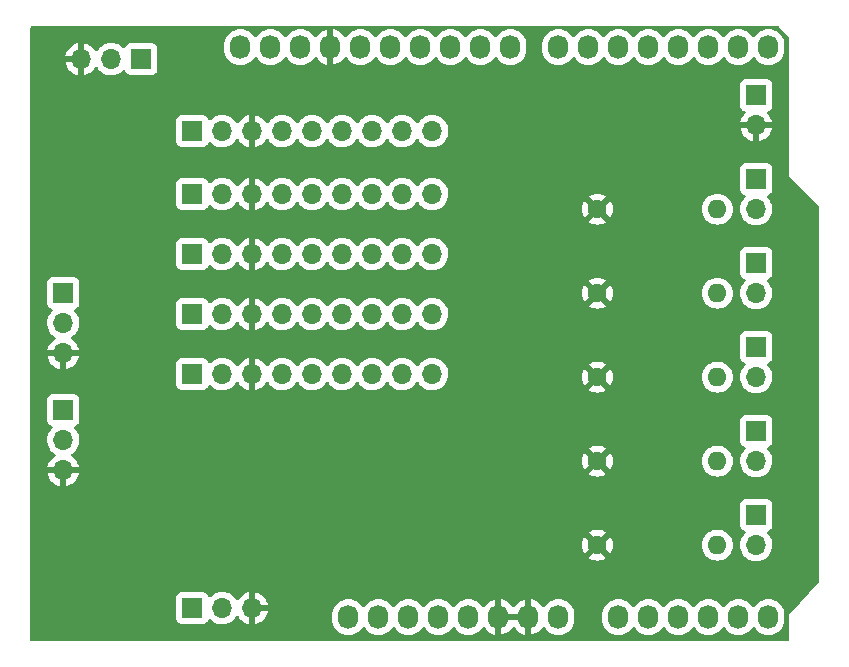
<source format=gbr>
%TF.GenerationSoftware,KiCad,Pcbnew,6.0.1*%
%TF.CreationDate,2022-02-11T14:06:14-07:00*%
%TF.ProjectId,aerogel_shield,6165726f-6765-46c5-9f73-6869656c642e,rev?*%
%TF.SameCoordinates,Original*%
%TF.FileFunction,Copper,L2,Bot*%
%TF.FilePolarity,Positive*%
%FSLAX46Y46*%
G04 Gerber Fmt 4.6, Leading zero omitted, Abs format (unit mm)*
G04 Created by KiCad (PCBNEW 6.0.1) date 2022-02-11 14:06:14*
%MOMM*%
%LPD*%
G01*
G04 APERTURE LIST*
%TA.AperFunction,ComponentPad*%
%ADD10R,1.700000X1.700000*%
%TD*%
%TA.AperFunction,ComponentPad*%
%ADD11O,1.700000X1.700000*%
%TD*%
%TA.AperFunction,ComponentPad*%
%ADD12O,1.727200X2.032000*%
%TD*%
%TA.AperFunction,ComponentPad*%
%ADD13C,1.600000*%
%TD*%
%TA.AperFunction,ComponentPad*%
%ADD14O,1.600000X1.600000*%
%TD*%
G04 APERTURE END LIST*
D10*
%TO.P,P5,1,Pin_1*%
%TO.N,+12V*%
X173482000Y-86746000D03*
D11*
%TO.P,P5,2,Pin_2*%
%TO.N,/A0*%
X173482000Y-89286000D03*
%TD*%
D10*
%TO.P,12V,1,Pin_1*%
%TO.N,+12V*%
X173482000Y-79639000D03*
D11*
%TO.P,12V,2,Pin_2*%
%TO.N,GND*%
X173482000Y-82179000D03*
%TD*%
D12*
%TO.P,Digital,1,Pin_1*%
%TO.N,unconnected-(P1-Pad1)*%
X138938000Y-123825000D03*
%TO.P,Digital,2,Pin_2*%
%TO.N,/IOREF*%
X141478000Y-123825000D03*
%TO.P,Digital,3,Pin_3*%
%TO.N,/Reset*%
X144018000Y-123825000D03*
%TO.P,Digital,4,Pin_4*%
%TO.N,+3V3*%
X146558000Y-123825000D03*
%TO.P,Digital,5,Pin_5*%
%TO.N,+5V*%
X149098000Y-123825000D03*
%TO.P,Digital,6,Pin_6*%
%TO.N,GND*%
X151638000Y-123825000D03*
%TO.P,Digital,7,Pin_7*%
X154178000Y-123825000D03*
%TO.P,Digital,8,Pin_8*%
%TO.N,/Vin*%
X156718000Y-123825000D03*
%TD*%
%TO.P,Analog,1,Pin_1*%
%TO.N,/A0*%
X161798000Y-123825000D03*
%TO.P,Analog,2,Pin_2*%
%TO.N,/A1*%
X164338000Y-123825000D03*
%TO.P,Analog,3,Pin_3*%
%TO.N,/A2*%
X166878000Y-123825000D03*
%TO.P,Analog,4,Pin_4*%
%TO.N,/A3*%
X169418000Y-123825000D03*
%TO.P,Analog,5,Pin_5*%
%TO.N,/A4(SDA)*%
X171958000Y-123825000D03*
%TO.P,Analog,6,Pin_6*%
%TO.N,/A5(SCL)*%
X174498000Y-123825000D03*
%TD*%
%TO.P,Digital,1,Pin_1*%
%TO.N,/A5(SCL)*%
X129794000Y-75565000D03*
%TO.P,Digital,2,Pin_2*%
%TO.N,/A4(SDA)*%
X132334000Y-75565000D03*
%TO.P,Digital,3,Pin_3*%
%TO.N,/AREF*%
X134874000Y-75565000D03*
%TO.P,Digital,4,Pin_4*%
%TO.N,GND*%
X137414000Y-75565000D03*
%TO.P,Digital,5,Pin_5*%
%TO.N,/13(SCK)*%
X139954000Y-75565000D03*
%TO.P,Digital,6,Pin_6*%
%TO.N,/12(MISO)*%
X142494000Y-75565000D03*
%TO.P,Digital,7,Pin_7*%
%TO.N,/11(\u002A\u002A{slash}MOSI)*%
X145034000Y-75565000D03*
%TO.P,Digital,8,Pin_8*%
%TO.N,/10(\u002A\u002A{slash}SS)*%
X147574000Y-75565000D03*
%TO.P,Digital,9,Pin_9*%
%TO.N,/9(\u002A\u002A)*%
X150114000Y-75565000D03*
%TO.P,Digital,10,Pin_10*%
%TO.N,/8*%
X152654000Y-75565000D03*
%TD*%
%TO.P,Digital,1,Pin_1*%
%TO.N,/7*%
X156718000Y-75565000D03*
%TO.P,Digital,2,Pin_2*%
%TO.N,/6(\u002A\u002A)*%
X159258000Y-75565000D03*
%TO.P,Digital,3,Pin_3*%
%TO.N,/5(\u002A\u002A)*%
X161798000Y-75565000D03*
%TO.P,Digital,4,Pin_4*%
%TO.N,/4*%
X164338000Y-75565000D03*
%TO.P,Digital,5,Pin_5*%
%TO.N,/3(\u002A\u002A)*%
X166878000Y-75565000D03*
%TO.P,Digital,6,Pin_6*%
%TO.N,/2*%
X169418000Y-75565000D03*
%TO.P,Digital,7,Pin_7*%
%TO.N,/1(Tx)*%
X171958000Y-75565000D03*
%TO.P,Digital,8,Pin_8*%
%TO.N,/0(Rx)*%
X174498000Y-75565000D03*
%TD*%
D10*
%TO.P,T3,1,Pin_1*%
%TO.N,+5V*%
X125730000Y-93091000D03*
D11*
%TO.P,T3,2,Pin_2*%
%TO.N,unconnected-(J8-Pad2)*%
X128270000Y-93091000D03*
%TO.P,T3,3,Pin_3*%
%TO.N,GND*%
X130810000Y-93091000D03*
%TO.P,T3,4,Pin_4*%
%TO.N,/13(SCK)*%
X133350000Y-93091000D03*
%TO.P,T3,5,Pin_5*%
%TO.N,/12(MISO)*%
X135890000Y-93091000D03*
%TO.P,T3,6,Pin_6*%
%TO.N,/11(\u002A\u002A{slash}MOSI)*%
X138430000Y-93091000D03*
%TO.P,T3,7,Pin_7*%
%TO.N,/8*%
X140970000Y-93091000D03*
%TO.P,T3,8,Pin_8*%
%TO.N,unconnected-(J8-Pad8)*%
X143510000Y-93091000D03*
%TO.P,T3,9,Pin_9*%
%TO.N,unconnected-(J8-Pad9)*%
X146050000Y-93091000D03*
%TD*%
D10*
%TO.P,Y1,1,Pin_1*%
%TO.N,+5V*%
X121412000Y-76581000D03*
D11*
%TO.P,Y1,2,Pin_2*%
%TO.N,/5(\u002A\u002A)*%
X118872000Y-76581000D03*
%TO.P,Y1,3,Pin_3*%
%TO.N,GND*%
X116332000Y-76581000D03*
%TD*%
D10*
%TO.P,Y4,1,Pin_1*%
%TO.N,+5V*%
X125730000Y-123063000D03*
D11*
%TO.P,Y4,2,Pin_2*%
%TO.N,/2*%
X128270000Y-123063000D03*
%TO.P,Y4,3,Pin_3*%
%TO.N,GND*%
X130810000Y-123063000D03*
%TD*%
D10*
%TO.P,T2,1,Pin_1*%
%TO.N,+5V*%
X125730000Y-88011000D03*
D11*
%TO.P,T2,2,Pin_2*%
%TO.N,unconnected-(J7-Pad2)*%
X128270000Y-88011000D03*
%TO.P,T2,3,Pin_3*%
%TO.N,GND*%
X130810000Y-88011000D03*
%TO.P,T2,4,Pin_4*%
%TO.N,/13(SCK)*%
X133350000Y-88011000D03*
%TO.P,T2,5,Pin_5*%
%TO.N,/12(MISO)*%
X135890000Y-88011000D03*
%TO.P,T2,6,Pin_6*%
%TO.N,/11(\u002A\u002A{slash}MOSI)*%
X138430000Y-88011000D03*
%TO.P,T2,7,Pin_7*%
%TO.N,/9(\u002A\u002A)*%
X140970000Y-88011000D03*
%TO.P,T2,8,Pin_8*%
%TO.N,unconnected-(J7-Pad8)*%
X143510000Y-88011000D03*
%TO.P,T2,9,Pin_9*%
%TO.N,unconnected-(J7-Pad9)*%
X146050000Y-88011000D03*
%TD*%
D10*
%TO.P,P4,1,Pin_1*%
%TO.N,+12V*%
X173482000Y-93858000D03*
D11*
%TO.P,P4,2,Pin_2*%
%TO.N,/A1*%
X173482000Y-96398000D03*
%TD*%
D10*
%TO.P,T4,1,Pin_1*%
%TO.N,+5V*%
X125730000Y-98171000D03*
D11*
%TO.P,T4,2,Pin_2*%
%TO.N,unconnected-(J10-Pad2)*%
X128270000Y-98171000D03*
%TO.P,T4,3,Pin_3*%
%TO.N,GND*%
X130810000Y-98171000D03*
%TO.P,T4,4,Pin_4*%
%TO.N,/13(SCK)*%
X133350000Y-98171000D03*
%TO.P,T4,5,Pin_5*%
%TO.N,/12(MISO)*%
X135890000Y-98171000D03*
%TO.P,T4,6,Pin_6*%
%TO.N,/11(\u002A\u002A{slash}MOSI)*%
X138430000Y-98171000D03*
%TO.P,T4,7,Pin_7*%
%TO.N,/7*%
X140970000Y-98171000D03*
%TO.P,T4,8,Pin_8*%
%TO.N,unconnected-(J10-Pad8)*%
X143510000Y-98171000D03*
%TO.P,T4,9,Pin_9*%
%TO.N,unconnected-(J10-Pad9)*%
X146050000Y-98171000D03*
%TD*%
D10*
%TO.P,P2,1,Pin_1*%
%TO.N,+12V*%
X173482000Y-108077000D03*
D11*
%TO.P,P2,2,Pin_2*%
%TO.N,/A3*%
X173482000Y-110617000D03*
%TD*%
D10*
%TO.P,Y3,1,Pin_1*%
%TO.N,+5V*%
X114808000Y-106299000D03*
D11*
%TO.P,Y3,2,Pin_2*%
%TO.N,/3(\u002A\u002A)*%
X114808000Y-108839000D03*
%TO.P,Y3,3,Pin_3*%
%TO.N,GND*%
X114808000Y-111379000D03*
%TD*%
D10*
%TO.P,P1,1,Pin_1*%
%TO.N,+12V*%
X173482000Y-115189000D03*
D11*
%TO.P,P1,2,Pin_2*%
%TO.N,/A4(SDA)*%
X173482000Y-117729000D03*
%TD*%
D13*
%TO.P,R5,1*%
%TO.N,GND*%
X160020000Y-117729000D03*
D14*
%TO.P,R5,2*%
%TO.N,/A4(SDA)*%
X170180000Y-117729000D03*
%TD*%
D10*
%TO.P,Y2,1,Pin_1*%
%TO.N,+5V*%
X114808000Y-96393000D03*
D11*
%TO.P,Y2,2,Pin_2*%
%TO.N,/4*%
X114808000Y-98933000D03*
%TO.P,Y2,3,Pin_3*%
%TO.N,GND*%
X114808000Y-101473000D03*
%TD*%
D10*
%TO.P,P3,1,Pin_1*%
%TO.N,+12V*%
X173482000Y-100965000D03*
D11*
%TO.P,P3,2,Pin_2*%
%TO.N,/A2*%
X173482000Y-103505000D03*
%TD*%
D13*
%TO.P,R4,1*%
%TO.N,GND*%
X160020000Y-110617000D03*
D14*
%TO.P,R4,2*%
%TO.N,/A3*%
X170180000Y-110617000D03*
%TD*%
D13*
%TO.P,R3,1*%
%TO.N,GND*%
X160020000Y-103505000D03*
D14*
%TO.P,R3,2*%
%TO.N,/A2*%
X170180000Y-103505000D03*
%TD*%
D13*
%TO.P,R2,1*%
%TO.N,GND*%
X160020000Y-96403000D03*
D14*
%TO.P,R2,2*%
%TO.N,/A1*%
X170180000Y-96403000D03*
%TD*%
D10*
%TO.P,T1,1,Pin_1*%
%TO.N,+5V*%
X125730000Y-82677000D03*
D11*
%TO.P,T1,2,Pin_2*%
%TO.N,unconnected-(J4-Pad2)*%
X128270000Y-82677000D03*
%TO.P,T1,3,Pin_3*%
%TO.N,GND*%
X130810000Y-82677000D03*
%TO.P,T1,4,Pin_4*%
%TO.N,/13(SCK)*%
X133350000Y-82677000D03*
%TO.P,T1,5,Pin_5*%
%TO.N,/12(MISO)*%
X135890000Y-82677000D03*
%TO.P,T1,6,Pin_6*%
%TO.N,/11(\u002A\u002A{slash}MOSI)*%
X138430000Y-82677000D03*
%TO.P,T1,7,Pin_7*%
%TO.N,/10(\u002A\u002A{slash}SS)*%
X140970000Y-82677000D03*
%TO.P,T1,8,Pin_8*%
%TO.N,unconnected-(J4-Pad8)*%
X143510000Y-82677000D03*
%TO.P,T1,9,Pin_9*%
%TO.N,unconnected-(J4-Pad9)*%
X146050000Y-82677000D03*
%TD*%
D13*
%TO.P,R1,1*%
%TO.N,GND*%
X160020000Y-89286000D03*
D14*
%TO.P,R1,2*%
%TO.N,/A0*%
X170180000Y-89286000D03*
%TD*%
D10*
%TO.P,T5,1,Pin_1*%
%TO.N,+5V*%
X125730000Y-103251000D03*
D11*
%TO.P,T5,2,Pin_2*%
%TO.N,unconnected-(J11-Pad2)*%
X128270000Y-103251000D03*
%TO.P,T5,3,Pin_3*%
%TO.N,GND*%
X130810000Y-103251000D03*
%TO.P,T5,4,Pin_4*%
%TO.N,/13(SCK)*%
X133350000Y-103251000D03*
%TO.P,T5,5,Pin_5*%
%TO.N,/12(MISO)*%
X135890000Y-103251000D03*
%TO.P,T5,6,Pin_6*%
%TO.N,/11(\u002A\u002A{slash}MOSI)*%
X138430000Y-103251000D03*
%TO.P,T5,7,Pin_7*%
%TO.N,/6(\u002A\u002A)*%
X140970000Y-103251000D03*
%TO.P,T5,8,Pin_8*%
%TO.N,unconnected-(J11-Pad8)*%
X143510000Y-103251000D03*
%TO.P,T5,9,Pin_9*%
%TO.N,unconnected-(J11-Pad9)*%
X146050000Y-103251000D03*
%TD*%
%TA.AperFunction,Conductor*%
%TO.N,GND*%
G36*
X129842331Y-73797948D02*
G01*
X129862455Y-73788488D01*
X129881761Y-73787000D01*
X132345046Y-73787000D01*
X132382331Y-73797948D01*
X132402455Y-73788488D01*
X132421761Y-73787000D01*
X134885046Y-73787000D01*
X134922331Y-73797948D01*
X134942455Y-73788488D01*
X134961761Y-73787000D01*
X139965046Y-73787000D01*
X140002331Y-73797948D01*
X140022455Y-73788488D01*
X140041761Y-73787000D01*
X142505046Y-73787000D01*
X142542331Y-73797948D01*
X142562455Y-73788488D01*
X142581761Y-73787000D01*
X145045046Y-73787000D01*
X145082331Y-73797948D01*
X145102455Y-73788488D01*
X145121761Y-73787000D01*
X147585046Y-73787000D01*
X147622331Y-73797948D01*
X147642455Y-73788488D01*
X147661761Y-73787000D01*
X150125046Y-73787000D01*
X150162331Y-73797948D01*
X150182455Y-73788488D01*
X150201761Y-73787000D01*
X152665046Y-73787000D01*
X152702331Y-73797948D01*
X152722455Y-73788488D01*
X152741761Y-73787000D01*
X156729046Y-73787000D01*
X156766331Y-73797948D01*
X156786455Y-73788488D01*
X156805761Y-73787000D01*
X159269046Y-73787000D01*
X159306331Y-73797948D01*
X159326455Y-73788488D01*
X159345761Y-73787000D01*
X161809046Y-73787000D01*
X161846331Y-73797948D01*
X161866455Y-73788488D01*
X161885761Y-73787000D01*
X164349046Y-73787000D01*
X164386331Y-73797948D01*
X164406455Y-73788488D01*
X164425761Y-73787000D01*
X166889046Y-73787000D01*
X166926331Y-73797948D01*
X166946455Y-73788488D01*
X166965761Y-73787000D01*
X169429046Y-73787000D01*
X169466331Y-73797948D01*
X169486455Y-73788488D01*
X169505761Y-73787000D01*
X171969046Y-73787000D01*
X172006331Y-73797948D01*
X172026455Y-73788488D01*
X172045761Y-73787000D01*
X174509046Y-73787000D01*
X174546331Y-73797948D01*
X174566455Y-73788488D01*
X174585761Y-73787000D01*
X175344129Y-73787000D01*
X175412250Y-73807002D01*
X175439646Y-73830827D01*
X176245517Y-74767567D01*
X176274781Y-74832252D01*
X176276000Y-74849740D01*
X176276000Y-86487000D01*
X178779095Y-88990095D01*
X178813121Y-89052407D01*
X178816000Y-89079190D01*
X178816000Y-120728288D01*
X178795998Y-120796409D01*
X178783232Y-120813045D01*
X176305161Y-123538923D01*
X176276000Y-123571000D01*
X176276000Y-125731000D01*
X176255998Y-125799121D01*
X176202342Y-125845614D01*
X176150000Y-125857000D01*
X112140000Y-125857000D01*
X112071879Y-125836998D01*
X112025386Y-125783342D01*
X112014000Y-125731000D01*
X112014000Y-123961134D01*
X124371500Y-123961134D01*
X124378255Y-124023316D01*
X124429385Y-124159705D01*
X124516739Y-124276261D01*
X124633295Y-124363615D01*
X124769684Y-124414745D01*
X124831866Y-124421500D01*
X126628134Y-124421500D01*
X126690316Y-124414745D01*
X126826705Y-124363615D01*
X126943261Y-124276261D01*
X127030615Y-124159705D01*
X127052799Y-124100529D01*
X127074598Y-124042382D01*
X127117240Y-123985618D01*
X127183802Y-123960918D01*
X127253150Y-123976126D01*
X127287817Y-124004114D01*
X127316250Y-124036938D01*
X127488126Y-124179632D01*
X127681000Y-124292338D01*
X127889692Y-124372030D01*
X127894760Y-124373061D01*
X127894763Y-124373062D01*
X127989862Y-124392410D01*
X128108597Y-124416567D01*
X128113772Y-124416757D01*
X128113774Y-124416757D01*
X128326673Y-124424564D01*
X128326677Y-124424564D01*
X128331837Y-124424753D01*
X128336957Y-124424097D01*
X128336959Y-124424097D01*
X128548288Y-124397025D01*
X128548289Y-124397025D01*
X128553416Y-124396368D01*
X128558366Y-124394883D01*
X128762429Y-124333661D01*
X128762434Y-124333659D01*
X128767384Y-124332174D01*
X128967994Y-124233896D01*
X129149860Y-124104173D01*
X129170631Y-124083475D01*
X129293616Y-123960918D01*
X129308096Y-123946489D01*
X129438453Y-123765077D01*
X129439640Y-123765930D01*
X129486960Y-123722362D01*
X129556897Y-123710145D01*
X129622338Y-123737678D01*
X129650166Y-123769511D01*
X129707694Y-123863388D01*
X129713777Y-123871699D01*
X129853213Y-124032667D01*
X129860580Y-124039883D01*
X130024434Y-124175916D01*
X130032881Y-124181831D01*
X130216756Y-124289279D01*
X130226042Y-124293729D01*
X130425001Y-124369703D01*
X130434899Y-124372579D01*
X130538250Y-124393606D01*
X130552299Y-124392410D01*
X130556000Y-124382065D01*
X130556000Y-124381517D01*
X131064000Y-124381517D01*
X131068064Y-124395359D01*
X131081478Y-124397393D01*
X131088184Y-124396534D01*
X131098262Y-124394392D01*
X131302255Y-124333191D01*
X131311842Y-124329433D01*
X131503095Y-124235739D01*
X131511945Y-124230464D01*
X131685328Y-124106792D01*
X131693200Y-124100139D01*
X131757695Y-124035868D01*
X137565900Y-124035868D01*
X137569992Y-124084095D01*
X137576408Y-124159705D01*
X137580626Y-124209420D01*
X137581964Y-124214577D01*
X137581965Y-124214580D01*
X137636516Y-124424753D01*
X137639125Y-124434806D01*
X137734762Y-124647113D01*
X137864804Y-124840272D01*
X138025532Y-125008758D01*
X138212350Y-125147754D01*
X138217102Y-125150170D01*
X138414244Y-125250402D01*
X138419916Y-125253286D01*
X138531106Y-125287812D01*
X138637193Y-125320753D01*
X138637199Y-125320754D01*
X138642296Y-125322337D01*
X138766660Y-125338820D01*
X138867848Y-125352232D01*
X138867852Y-125352232D01*
X138873132Y-125352932D01*
X138878462Y-125352732D01*
X138878463Y-125352732D01*
X138989477Y-125348564D01*
X139105822Y-125344197D01*
X139270713Y-125309599D01*
X139328486Y-125297477D01*
X139328489Y-125297476D01*
X139333713Y-125296380D01*
X139550290Y-125210850D01*
X139749359Y-125090051D01*
X139847492Y-125004896D01*
X139921197Y-124940939D01*
X139921199Y-124940937D01*
X139925230Y-124937439D01*
X139928613Y-124933313D01*
X139928617Y-124933309D01*
X140069487Y-124761504D01*
X140072872Y-124757376D01*
X140075672Y-124752458D01*
X140098845Y-124711748D01*
X140149927Y-124662442D01*
X140219558Y-124648580D01*
X140285629Y-124674563D01*
X140312867Y-124703713D01*
X140404804Y-124840272D01*
X140565532Y-125008758D01*
X140752350Y-125147754D01*
X140757102Y-125150170D01*
X140954244Y-125250402D01*
X140959916Y-125253286D01*
X141071106Y-125287812D01*
X141177193Y-125320753D01*
X141177199Y-125320754D01*
X141182296Y-125322337D01*
X141306660Y-125338820D01*
X141407848Y-125352232D01*
X141407852Y-125352232D01*
X141413132Y-125352932D01*
X141418462Y-125352732D01*
X141418463Y-125352732D01*
X141529477Y-125348564D01*
X141645822Y-125344197D01*
X141810713Y-125309599D01*
X141868486Y-125297477D01*
X141868489Y-125297476D01*
X141873713Y-125296380D01*
X142090290Y-125210850D01*
X142289359Y-125090051D01*
X142387492Y-125004896D01*
X142461197Y-124940939D01*
X142461199Y-124940937D01*
X142465230Y-124937439D01*
X142468613Y-124933313D01*
X142468617Y-124933309D01*
X142609487Y-124761504D01*
X142612872Y-124757376D01*
X142615672Y-124752458D01*
X142638845Y-124711748D01*
X142689927Y-124662442D01*
X142759558Y-124648580D01*
X142825629Y-124674563D01*
X142852867Y-124703713D01*
X142944804Y-124840272D01*
X143105532Y-125008758D01*
X143292350Y-125147754D01*
X143297102Y-125150170D01*
X143494244Y-125250402D01*
X143499916Y-125253286D01*
X143611106Y-125287812D01*
X143717193Y-125320753D01*
X143717199Y-125320754D01*
X143722296Y-125322337D01*
X143846660Y-125338820D01*
X143947848Y-125352232D01*
X143947852Y-125352232D01*
X143953132Y-125352932D01*
X143958462Y-125352732D01*
X143958463Y-125352732D01*
X144069477Y-125348564D01*
X144185822Y-125344197D01*
X144350713Y-125309599D01*
X144408486Y-125297477D01*
X144408489Y-125297476D01*
X144413713Y-125296380D01*
X144630290Y-125210850D01*
X144829359Y-125090051D01*
X144927492Y-125004896D01*
X145001197Y-124940939D01*
X145001199Y-124940937D01*
X145005230Y-124937439D01*
X145008613Y-124933313D01*
X145008617Y-124933309D01*
X145149487Y-124761504D01*
X145152872Y-124757376D01*
X145155672Y-124752458D01*
X145178845Y-124711748D01*
X145229927Y-124662442D01*
X145299558Y-124648580D01*
X145365629Y-124674563D01*
X145392867Y-124703713D01*
X145484804Y-124840272D01*
X145645532Y-125008758D01*
X145832350Y-125147754D01*
X145837102Y-125150170D01*
X146034244Y-125250402D01*
X146039916Y-125253286D01*
X146151106Y-125287812D01*
X146257193Y-125320753D01*
X146257199Y-125320754D01*
X146262296Y-125322337D01*
X146386660Y-125338820D01*
X146487848Y-125352232D01*
X146487852Y-125352232D01*
X146493132Y-125352932D01*
X146498462Y-125352732D01*
X146498463Y-125352732D01*
X146609477Y-125348564D01*
X146725822Y-125344197D01*
X146890713Y-125309599D01*
X146948486Y-125297477D01*
X146948489Y-125297476D01*
X146953713Y-125296380D01*
X147170290Y-125210850D01*
X147369359Y-125090051D01*
X147467492Y-125004896D01*
X147541197Y-124940939D01*
X147541199Y-124940937D01*
X147545230Y-124937439D01*
X147548613Y-124933313D01*
X147548617Y-124933309D01*
X147689487Y-124761504D01*
X147692872Y-124757376D01*
X147695672Y-124752458D01*
X147718845Y-124711748D01*
X147769927Y-124662442D01*
X147839558Y-124648580D01*
X147905629Y-124674563D01*
X147932867Y-124703713D01*
X148024804Y-124840272D01*
X148185532Y-125008758D01*
X148372350Y-125147754D01*
X148377102Y-125150170D01*
X148574244Y-125250402D01*
X148579916Y-125253286D01*
X148691106Y-125287812D01*
X148797193Y-125320753D01*
X148797199Y-125320754D01*
X148802296Y-125322337D01*
X148926660Y-125338820D01*
X149027848Y-125352232D01*
X149027852Y-125352232D01*
X149033132Y-125352932D01*
X149038462Y-125352732D01*
X149038463Y-125352732D01*
X149149477Y-125348564D01*
X149265822Y-125344197D01*
X149430713Y-125309599D01*
X149488486Y-125297477D01*
X149488489Y-125297476D01*
X149493713Y-125296380D01*
X149710290Y-125210850D01*
X149909359Y-125090051D01*
X150007492Y-125004896D01*
X150081197Y-124940939D01*
X150081199Y-124940937D01*
X150085230Y-124937439D01*
X150088613Y-124933313D01*
X150088617Y-124933309D01*
X150229487Y-124761504D01*
X150232872Y-124757376D01*
X150259122Y-124711261D01*
X150310202Y-124661956D01*
X150379832Y-124648094D01*
X150445904Y-124674077D01*
X150473143Y-124703227D01*
X150562215Y-124835530D01*
X150568876Y-124843816D01*
X150722180Y-125004520D01*
X150730148Y-125011569D01*
X150908336Y-125144144D01*
X150917366Y-125149743D01*
X151115347Y-125250402D01*
X151125208Y-125254405D01*
X151337301Y-125320263D01*
X151347696Y-125322548D01*
X151366041Y-125324980D01*
X151380208Y-125322783D01*
X151384000Y-125309599D01*
X151384000Y-125307488D01*
X151892000Y-125307488D01*
X151895973Y-125321019D01*
X151906580Y-125322544D01*
X152028343Y-125296996D01*
X152038539Y-125293936D01*
X152245097Y-125212363D01*
X152254634Y-125207629D01*
X152444503Y-125092414D01*
X152453093Y-125086150D01*
X152620837Y-124940589D01*
X152628257Y-124932959D01*
X152769073Y-124761220D01*
X152775095Y-124752458D01*
X152798810Y-124710798D01*
X152849893Y-124661492D01*
X152919524Y-124647631D01*
X152985594Y-124673615D01*
X153012832Y-124702764D01*
X153102215Y-124835531D01*
X153108876Y-124843816D01*
X153262180Y-125004520D01*
X153270148Y-125011569D01*
X153448336Y-125144144D01*
X153457366Y-125149743D01*
X153655347Y-125250402D01*
X153665208Y-125254405D01*
X153877301Y-125320263D01*
X153887696Y-125322548D01*
X153906041Y-125324980D01*
X153920208Y-125322783D01*
X153924000Y-125309599D01*
X153924000Y-125307488D01*
X154432000Y-125307488D01*
X154435973Y-125321019D01*
X154446580Y-125322544D01*
X154568343Y-125296996D01*
X154578539Y-125293936D01*
X154785097Y-125212363D01*
X154794634Y-125207629D01*
X154984503Y-125092414D01*
X154993093Y-125086150D01*
X155160837Y-124940589D01*
X155168257Y-124932959D01*
X155309073Y-124761220D01*
X155315102Y-124752449D01*
X155338533Y-124711285D01*
X155389615Y-124661978D01*
X155459245Y-124648116D01*
X155525316Y-124674099D01*
X155552555Y-124703249D01*
X155644804Y-124840272D01*
X155805532Y-125008758D01*
X155992350Y-125147754D01*
X155997102Y-125150170D01*
X156194244Y-125250402D01*
X156199916Y-125253286D01*
X156311106Y-125287812D01*
X156417193Y-125320753D01*
X156417199Y-125320754D01*
X156422296Y-125322337D01*
X156546660Y-125338820D01*
X156647848Y-125352232D01*
X156647852Y-125352232D01*
X156653132Y-125352932D01*
X156658462Y-125352732D01*
X156658463Y-125352732D01*
X156769477Y-125348564D01*
X156885822Y-125344197D01*
X157050713Y-125309599D01*
X157108486Y-125297477D01*
X157108489Y-125297476D01*
X157113713Y-125296380D01*
X157330290Y-125210850D01*
X157529359Y-125090051D01*
X157627492Y-125004896D01*
X157701197Y-124940939D01*
X157701199Y-124940937D01*
X157705230Y-124937439D01*
X157708613Y-124933313D01*
X157708617Y-124933309D01*
X157849487Y-124761504D01*
X157852872Y-124757376D01*
X157855672Y-124752458D01*
X157965422Y-124559654D01*
X157968065Y-124555011D01*
X157988239Y-124499435D01*
X158045695Y-124341146D01*
X158045696Y-124341142D01*
X158047515Y-124336131D01*
X158088950Y-124106993D01*
X158089274Y-124100139D01*
X158090030Y-124084095D01*
X158090030Y-124084086D01*
X158090100Y-124082606D01*
X158090100Y-124035868D01*
X160425900Y-124035868D01*
X160429992Y-124084095D01*
X160436408Y-124159705D01*
X160440626Y-124209420D01*
X160441964Y-124214577D01*
X160441965Y-124214580D01*
X160496516Y-124424753D01*
X160499125Y-124434806D01*
X160594762Y-124647113D01*
X160724804Y-124840272D01*
X160885532Y-125008758D01*
X161072350Y-125147754D01*
X161077102Y-125150170D01*
X161274244Y-125250402D01*
X161279916Y-125253286D01*
X161391106Y-125287812D01*
X161497193Y-125320753D01*
X161497199Y-125320754D01*
X161502296Y-125322337D01*
X161626660Y-125338820D01*
X161727848Y-125352232D01*
X161727852Y-125352232D01*
X161733132Y-125352932D01*
X161738462Y-125352732D01*
X161738463Y-125352732D01*
X161849477Y-125348564D01*
X161965822Y-125344197D01*
X162130713Y-125309599D01*
X162188486Y-125297477D01*
X162188489Y-125297476D01*
X162193713Y-125296380D01*
X162410290Y-125210850D01*
X162609359Y-125090051D01*
X162707492Y-125004896D01*
X162781197Y-124940939D01*
X162781199Y-124940937D01*
X162785230Y-124937439D01*
X162788613Y-124933313D01*
X162788617Y-124933309D01*
X162929487Y-124761504D01*
X162932872Y-124757376D01*
X162935672Y-124752458D01*
X162958845Y-124711748D01*
X163009927Y-124662442D01*
X163079558Y-124648580D01*
X163145629Y-124674563D01*
X163172867Y-124703713D01*
X163264804Y-124840272D01*
X163425532Y-125008758D01*
X163612350Y-125147754D01*
X163617102Y-125150170D01*
X163814244Y-125250402D01*
X163819916Y-125253286D01*
X163931106Y-125287812D01*
X164037193Y-125320753D01*
X164037199Y-125320754D01*
X164042296Y-125322337D01*
X164166660Y-125338820D01*
X164267848Y-125352232D01*
X164267852Y-125352232D01*
X164273132Y-125352932D01*
X164278462Y-125352732D01*
X164278463Y-125352732D01*
X164389477Y-125348564D01*
X164505822Y-125344197D01*
X164670713Y-125309599D01*
X164728486Y-125297477D01*
X164728489Y-125297476D01*
X164733713Y-125296380D01*
X164950290Y-125210850D01*
X165149359Y-125090051D01*
X165247492Y-125004896D01*
X165321197Y-124940939D01*
X165321199Y-124940937D01*
X165325230Y-124937439D01*
X165328613Y-124933313D01*
X165328617Y-124933309D01*
X165469487Y-124761504D01*
X165472872Y-124757376D01*
X165475672Y-124752458D01*
X165498845Y-124711748D01*
X165549927Y-124662442D01*
X165619558Y-124648580D01*
X165685629Y-124674563D01*
X165712867Y-124703713D01*
X165804804Y-124840272D01*
X165965532Y-125008758D01*
X166152350Y-125147754D01*
X166157102Y-125150170D01*
X166354244Y-125250402D01*
X166359916Y-125253286D01*
X166471106Y-125287812D01*
X166577193Y-125320753D01*
X166577199Y-125320754D01*
X166582296Y-125322337D01*
X166706660Y-125338820D01*
X166807848Y-125352232D01*
X166807852Y-125352232D01*
X166813132Y-125352932D01*
X166818462Y-125352732D01*
X166818463Y-125352732D01*
X166929477Y-125348564D01*
X167045822Y-125344197D01*
X167210713Y-125309599D01*
X167268486Y-125297477D01*
X167268489Y-125297476D01*
X167273713Y-125296380D01*
X167490290Y-125210850D01*
X167689359Y-125090051D01*
X167787492Y-125004896D01*
X167861197Y-124940939D01*
X167861199Y-124940937D01*
X167865230Y-124937439D01*
X167868613Y-124933313D01*
X167868617Y-124933309D01*
X168009487Y-124761504D01*
X168012872Y-124757376D01*
X168015672Y-124752458D01*
X168038845Y-124711748D01*
X168089927Y-124662442D01*
X168159558Y-124648580D01*
X168225629Y-124674563D01*
X168252867Y-124703713D01*
X168344804Y-124840272D01*
X168505532Y-125008758D01*
X168692350Y-125147754D01*
X168697102Y-125150170D01*
X168894244Y-125250402D01*
X168899916Y-125253286D01*
X169011106Y-125287812D01*
X169117193Y-125320753D01*
X169117199Y-125320754D01*
X169122296Y-125322337D01*
X169246660Y-125338820D01*
X169347848Y-125352232D01*
X169347852Y-125352232D01*
X169353132Y-125352932D01*
X169358462Y-125352732D01*
X169358463Y-125352732D01*
X169469477Y-125348564D01*
X169585822Y-125344197D01*
X169750713Y-125309599D01*
X169808486Y-125297477D01*
X169808489Y-125297476D01*
X169813713Y-125296380D01*
X170030290Y-125210850D01*
X170229359Y-125090051D01*
X170327492Y-125004896D01*
X170401197Y-124940939D01*
X170401199Y-124940937D01*
X170405230Y-124937439D01*
X170408613Y-124933313D01*
X170408617Y-124933309D01*
X170549487Y-124761504D01*
X170552872Y-124757376D01*
X170555672Y-124752458D01*
X170578845Y-124711748D01*
X170629927Y-124662442D01*
X170699558Y-124648580D01*
X170765629Y-124674563D01*
X170792867Y-124703713D01*
X170884804Y-124840272D01*
X171045532Y-125008758D01*
X171232350Y-125147754D01*
X171237102Y-125150170D01*
X171434244Y-125250402D01*
X171439916Y-125253286D01*
X171551106Y-125287812D01*
X171657193Y-125320753D01*
X171657199Y-125320754D01*
X171662296Y-125322337D01*
X171786660Y-125338820D01*
X171887848Y-125352232D01*
X171887852Y-125352232D01*
X171893132Y-125352932D01*
X171898462Y-125352732D01*
X171898463Y-125352732D01*
X172009477Y-125348564D01*
X172125822Y-125344197D01*
X172290713Y-125309599D01*
X172348486Y-125297477D01*
X172348489Y-125297476D01*
X172353713Y-125296380D01*
X172570290Y-125210850D01*
X172769359Y-125090051D01*
X172867492Y-125004896D01*
X172941197Y-124940939D01*
X172941199Y-124940937D01*
X172945230Y-124937439D01*
X172948613Y-124933313D01*
X172948617Y-124933309D01*
X173089487Y-124761504D01*
X173092872Y-124757376D01*
X173095672Y-124752458D01*
X173118845Y-124711748D01*
X173169927Y-124662442D01*
X173239558Y-124648580D01*
X173305629Y-124674563D01*
X173332867Y-124703713D01*
X173424804Y-124840272D01*
X173585532Y-125008758D01*
X173772350Y-125147754D01*
X173777102Y-125150170D01*
X173974244Y-125250402D01*
X173979916Y-125253286D01*
X174091106Y-125287812D01*
X174197193Y-125320753D01*
X174197199Y-125320754D01*
X174202296Y-125322337D01*
X174326660Y-125338820D01*
X174427848Y-125352232D01*
X174427852Y-125352232D01*
X174433132Y-125352932D01*
X174438462Y-125352732D01*
X174438463Y-125352732D01*
X174549477Y-125348564D01*
X174665822Y-125344197D01*
X174830713Y-125309599D01*
X174888486Y-125297477D01*
X174888489Y-125297476D01*
X174893713Y-125296380D01*
X175110290Y-125210850D01*
X175309359Y-125090051D01*
X175407492Y-125004896D01*
X175481197Y-124940939D01*
X175481199Y-124940937D01*
X175485230Y-124937439D01*
X175488613Y-124933313D01*
X175488617Y-124933309D01*
X175629487Y-124761504D01*
X175632872Y-124757376D01*
X175635672Y-124752458D01*
X175745422Y-124559654D01*
X175748065Y-124555011D01*
X175768239Y-124499435D01*
X175825695Y-124341146D01*
X175825696Y-124341142D01*
X175827515Y-124336131D01*
X175868950Y-124106993D01*
X175869274Y-124100139D01*
X175870030Y-124084095D01*
X175870030Y-124084086D01*
X175870100Y-124082606D01*
X175870100Y-123614132D01*
X175855374Y-123440580D01*
X175853708Y-123434160D01*
X175798217Y-123220363D01*
X175798216Y-123220359D01*
X175796875Y-123215194D01*
X175701238Y-123002887D01*
X175571196Y-122809728D01*
X175566712Y-122805027D01*
X175414152Y-122645104D01*
X175410468Y-122641242D01*
X175223650Y-122502246D01*
X175096574Y-122437637D01*
X175020842Y-122399133D01*
X175020841Y-122399133D01*
X175016084Y-122396714D01*
X174877299Y-122353620D01*
X174798807Y-122329247D01*
X174798801Y-122329246D01*
X174793704Y-122327663D01*
X174669340Y-122311180D01*
X174568152Y-122297768D01*
X174568148Y-122297768D01*
X174562868Y-122297068D01*
X174557538Y-122297268D01*
X174557537Y-122297268D01*
X174446523Y-122301435D01*
X174330178Y-122305803D01*
X174247474Y-122323156D01*
X174107514Y-122352523D01*
X174107511Y-122352524D01*
X174102287Y-122353620D01*
X173885710Y-122439150D01*
X173686641Y-122559949D01*
X173682611Y-122563446D01*
X173588075Y-122645480D01*
X173510770Y-122712561D01*
X173507387Y-122716687D01*
X173507383Y-122716691D01*
X173442398Y-122795947D01*
X173363128Y-122892624D01*
X173360490Y-122897259D01*
X173360487Y-122897263D01*
X173337155Y-122938252D01*
X173286073Y-122987558D01*
X173216442Y-123001420D01*
X173150371Y-122975437D01*
X173123133Y-122946287D01*
X173034388Y-122814470D01*
X173031196Y-122809728D01*
X173026712Y-122805027D01*
X172874152Y-122645104D01*
X172870468Y-122641242D01*
X172683650Y-122502246D01*
X172556574Y-122437637D01*
X172480842Y-122399133D01*
X172480841Y-122399133D01*
X172476084Y-122396714D01*
X172337299Y-122353620D01*
X172258807Y-122329247D01*
X172258801Y-122329246D01*
X172253704Y-122327663D01*
X172129340Y-122311180D01*
X172028152Y-122297768D01*
X172028148Y-122297768D01*
X172022868Y-122297068D01*
X172017538Y-122297268D01*
X172017537Y-122297268D01*
X171906523Y-122301435D01*
X171790178Y-122305803D01*
X171707474Y-122323156D01*
X171567514Y-122352523D01*
X171567511Y-122352524D01*
X171562287Y-122353620D01*
X171345710Y-122439150D01*
X171146641Y-122559949D01*
X171142611Y-122563446D01*
X171048075Y-122645480D01*
X170970770Y-122712561D01*
X170967387Y-122716687D01*
X170967383Y-122716691D01*
X170902398Y-122795947D01*
X170823128Y-122892624D01*
X170820490Y-122897259D01*
X170820487Y-122897263D01*
X170797155Y-122938252D01*
X170746073Y-122987558D01*
X170676442Y-123001420D01*
X170610371Y-122975437D01*
X170583133Y-122946287D01*
X170494388Y-122814470D01*
X170491196Y-122809728D01*
X170486712Y-122805027D01*
X170334152Y-122645104D01*
X170330468Y-122641242D01*
X170143650Y-122502246D01*
X170016574Y-122437637D01*
X169940842Y-122399133D01*
X169940841Y-122399133D01*
X169936084Y-122396714D01*
X169797299Y-122353620D01*
X169718807Y-122329247D01*
X169718801Y-122329246D01*
X169713704Y-122327663D01*
X169589340Y-122311180D01*
X169488152Y-122297768D01*
X169488148Y-122297768D01*
X169482868Y-122297068D01*
X169477538Y-122297268D01*
X169477537Y-122297268D01*
X169366523Y-122301435D01*
X169250178Y-122305803D01*
X169167474Y-122323156D01*
X169027514Y-122352523D01*
X169027511Y-122352524D01*
X169022287Y-122353620D01*
X168805710Y-122439150D01*
X168606641Y-122559949D01*
X168602611Y-122563446D01*
X168508075Y-122645480D01*
X168430770Y-122712561D01*
X168427387Y-122716687D01*
X168427383Y-122716691D01*
X168362398Y-122795947D01*
X168283128Y-122892624D01*
X168280490Y-122897259D01*
X168280487Y-122897263D01*
X168257155Y-122938252D01*
X168206073Y-122987558D01*
X168136442Y-123001420D01*
X168070371Y-122975437D01*
X168043133Y-122946287D01*
X167954388Y-122814470D01*
X167951196Y-122809728D01*
X167946712Y-122805027D01*
X167794152Y-122645104D01*
X167790468Y-122641242D01*
X167603650Y-122502246D01*
X167476574Y-122437637D01*
X167400842Y-122399133D01*
X167400841Y-122399133D01*
X167396084Y-122396714D01*
X167257299Y-122353620D01*
X167178807Y-122329247D01*
X167178801Y-122329246D01*
X167173704Y-122327663D01*
X167049340Y-122311180D01*
X166948152Y-122297768D01*
X166948148Y-122297768D01*
X166942868Y-122297068D01*
X166937538Y-122297268D01*
X166937537Y-122297268D01*
X166826523Y-122301435D01*
X166710178Y-122305803D01*
X166627474Y-122323156D01*
X166487514Y-122352523D01*
X166487511Y-122352524D01*
X166482287Y-122353620D01*
X166265710Y-122439150D01*
X166066641Y-122559949D01*
X166062611Y-122563446D01*
X165968075Y-122645480D01*
X165890770Y-122712561D01*
X165887387Y-122716687D01*
X165887383Y-122716691D01*
X165822398Y-122795947D01*
X165743128Y-122892624D01*
X165740490Y-122897259D01*
X165740487Y-122897263D01*
X165717155Y-122938252D01*
X165666073Y-122987558D01*
X165596442Y-123001420D01*
X165530371Y-122975437D01*
X165503133Y-122946287D01*
X165414388Y-122814470D01*
X165411196Y-122809728D01*
X165406712Y-122805027D01*
X165254152Y-122645104D01*
X165250468Y-122641242D01*
X165063650Y-122502246D01*
X164936574Y-122437637D01*
X164860842Y-122399133D01*
X164860841Y-122399133D01*
X164856084Y-122396714D01*
X164717299Y-122353620D01*
X164638807Y-122329247D01*
X164638801Y-122329246D01*
X164633704Y-122327663D01*
X164509340Y-122311180D01*
X164408152Y-122297768D01*
X164408148Y-122297768D01*
X164402868Y-122297068D01*
X164397538Y-122297268D01*
X164397537Y-122297268D01*
X164286523Y-122301435D01*
X164170178Y-122305803D01*
X164087474Y-122323156D01*
X163947514Y-122352523D01*
X163947511Y-122352524D01*
X163942287Y-122353620D01*
X163725710Y-122439150D01*
X163526641Y-122559949D01*
X163522611Y-122563446D01*
X163428075Y-122645480D01*
X163350770Y-122712561D01*
X163347387Y-122716687D01*
X163347383Y-122716691D01*
X163282398Y-122795947D01*
X163203128Y-122892624D01*
X163200490Y-122897259D01*
X163200487Y-122897263D01*
X163177155Y-122938252D01*
X163126073Y-122987558D01*
X163056442Y-123001420D01*
X162990371Y-122975437D01*
X162963133Y-122946287D01*
X162874388Y-122814470D01*
X162871196Y-122809728D01*
X162866712Y-122805027D01*
X162714152Y-122645104D01*
X162710468Y-122641242D01*
X162523650Y-122502246D01*
X162396574Y-122437637D01*
X162320842Y-122399133D01*
X162320841Y-122399133D01*
X162316084Y-122396714D01*
X162177299Y-122353620D01*
X162098807Y-122329247D01*
X162098801Y-122329246D01*
X162093704Y-122327663D01*
X161969340Y-122311180D01*
X161868152Y-122297768D01*
X161868148Y-122297768D01*
X161862868Y-122297068D01*
X161857538Y-122297268D01*
X161857537Y-122297268D01*
X161746523Y-122301435D01*
X161630178Y-122305803D01*
X161547474Y-122323156D01*
X161407514Y-122352523D01*
X161407511Y-122352524D01*
X161402287Y-122353620D01*
X161185710Y-122439150D01*
X160986641Y-122559949D01*
X160982611Y-122563446D01*
X160888075Y-122645480D01*
X160810770Y-122712561D01*
X160807387Y-122716687D01*
X160807383Y-122716691D01*
X160742398Y-122795947D01*
X160663128Y-122892624D01*
X160660490Y-122897259D01*
X160660487Y-122897263D01*
X160597589Y-123007760D01*
X160547935Y-123094989D01*
X160546114Y-123100005D01*
X160546112Y-123100010D01*
X160504302Y-123215194D01*
X160468485Y-123313869D01*
X160467536Y-123319118D01*
X160467535Y-123319121D01*
X160466858Y-123322865D01*
X160427050Y-123543007D01*
X160426855Y-123547146D01*
X160426854Y-123547153D01*
X160425970Y-123565905D01*
X160425900Y-123567394D01*
X160425900Y-124035868D01*
X158090100Y-124035868D01*
X158090100Y-123614132D01*
X158075374Y-123440580D01*
X158073708Y-123434160D01*
X158018217Y-123220363D01*
X158018216Y-123220359D01*
X158016875Y-123215194D01*
X157921238Y-123002887D01*
X157791196Y-122809728D01*
X157786712Y-122805027D01*
X157634152Y-122645104D01*
X157630468Y-122641242D01*
X157443650Y-122502246D01*
X157316574Y-122437637D01*
X157240842Y-122399133D01*
X157240841Y-122399133D01*
X157236084Y-122396714D01*
X157097299Y-122353620D01*
X157018807Y-122329247D01*
X157018801Y-122329246D01*
X157013704Y-122327663D01*
X156889340Y-122311180D01*
X156788152Y-122297768D01*
X156788148Y-122297768D01*
X156782868Y-122297068D01*
X156777538Y-122297268D01*
X156777537Y-122297268D01*
X156666523Y-122301435D01*
X156550178Y-122305803D01*
X156467474Y-122323156D01*
X156327514Y-122352523D01*
X156327511Y-122352524D01*
X156322287Y-122353620D01*
X156105710Y-122439150D01*
X155906641Y-122559949D01*
X155902611Y-122563446D01*
X155808075Y-122645480D01*
X155730770Y-122712561D01*
X155727387Y-122716687D01*
X155727383Y-122716691D01*
X155662398Y-122795947D01*
X155583128Y-122892624D01*
X155556878Y-122938739D01*
X155505798Y-122988044D01*
X155436168Y-123001906D01*
X155370096Y-122975923D01*
X155342857Y-122946773D01*
X155253785Y-122814470D01*
X155247124Y-122806184D01*
X155093820Y-122645480D01*
X155085852Y-122638431D01*
X154907664Y-122505856D01*
X154898634Y-122500257D01*
X154700653Y-122399598D01*
X154690792Y-122395595D01*
X154478699Y-122329737D01*
X154468304Y-122327452D01*
X154449959Y-122325020D01*
X154435792Y-122327217D01*
X154432000Y-122340401D01*
X154432000Y-125307488D01*
X153924000Y-125307488D01*
X153924000Y-124097115D01*
X153919525Y-124081876D01*
X153918135Y-124080671D01*
X153910452Y-124079000D01*
X151910115Y-124079000D01*
X151894876Y-124083475D01*
X151893671Y-124084865D01*
X151892000Y-124092548D01*
X151892000Y-125307488D01*
X151384000Y-125307488D01*
X151384000Y-123552885D01*
X151892000Y-123552885D01*
X151896475Y-123568124D01*
X151897865Y-123569329D01*
X151905548Y-123571000D01*
X153905885Y-123571000D01*
X153921124Y-123566525D01*
X153922329Y-123565135D01*
X153924000Y-123557452D01*
X153924000Y-122342512D01*
X153920027Y-122328981D01*
X153909420Y-122327456D01*
X153787657Y-122353004D01*
X153777461Y-122356064D01*
X153570903Y-122437637D01*
X153561366Y-122442371D01*
X153371497Y-122557586D01*
X153362907Y-122563850D01*
X153195163Y-122709411D01*
X153187743Y-122717041D01*
X153046927Y-122888780D01*
X153040905Y-122897542D01*
X153017190Y-122939202D01*
X152966107Y-122988508D01*
X152896476Y-123002369D01*
X152830406Y-122976385D01*
X152803168Y-122947236D01*
X152713785Y-122814469D01*
X152707124Y-122806184D01*
X152553820Y-122645480D01*
X152545852Y-122638431D01*
X152367664Y-122505856D01*
X152358634Y-122500257D01*
X152160653Y-122399598D01*
X152150792Y-122395595D01*
X151938699Y-122329737D01*
X151928304Y-122327452D01*
X151909959Y-122325020D01*
X151895792Y-122327217D01*
X151892000Y-122340401D01*
X151892000Y-123552885D01*
X151384000Y-123552885D01*
X151384000Y-122342512D01*
X151380027Y-122328981D01*
X151369420Y-122327456D01*
X151247657Y-122353004D01*
X151237461Y-122356064D01*
X151030903Y-122437637D01*
X151021366Y-122442371D01*
X150831497Y-122557586D01*
X150822907Y-122563850D01*
X150655163Y-122709411D01*
X150647743Y-122717041D01*
X150506927Y-122888780D01*
X150500898Y-122897551D01*
X150477467Y-122938715D01*
X150426385Y-122988022D01*
X150356755Y-123001884D01*
X150290684Y-122975901D01*
X150263445Y-122946751D01*
X150224417Y-122888780D01*
X150171196Y-122809728D01*
X150166712Y-122805027D01*
X150014152Y-122645104D01*
X150010468Y-122641242D01*
X149823650Y-122502246D01*
X149696574Y-122437637D01*
X149620842Y-122399133D01*
X149620841Y-122399133D01*
X149616084Y-122396714D01*
X149477299Y-122353620D01*
X149398807Y-122329247D01*
X149398801Y-122329246D01*
X149393704Y-122327663D01*
X149269340Y-122311180D01*
X149168152Y-122297768D01*
X149168148Y-122297768D01*
X149162868Y-122297068D01*
X149157538Y-122297268D01*
X149157537Y-122297268D01*
X149046523Y-122301435D01*
X148930178Y-122305803D01*
X148847474Y-122323156D01*
X148707514Y-122352523D01*
X148707511Y-122352524D01*
X148702287Y-122353620D01*
X148485710Y-122439150D01*
X148286641Y-122559949D01*
X148282611Y-122563446D01*
X148188075Y-122645480D01*
X148110770Y-122712561D01*
X148107387Y-122716687D01*
X148107383Y-122716691D01*
X148042398Y-122795947D01*
X147963128Y-122892624D01*
X147960490Y-122897259D01*
X147960487Y-122897263D01*
X147937155Y-122938252D01*
X147886073Y-122987558D01*
X147816442Y-123001420D01*
X147750371Y-122975437D01*
X147723133Y-122946287D01*
X147634388Y-122814470D01*
X147631196Y-122809728D01*
X147626712Y-122805027D01*
X147474152Y-122645104D01*
X147470468Y-122641242D01*
X147283650Y-122502246D01*
X147156574Y-122437637D01*
X147080842Y-122399133D01*
X147080841Y-122399133D01*
X147076084Y-122396714D01*
X146937299Y-122353620D01*
X146858807Y-122329247D01*
X146858801Y-122329246D01*
X146853704Y-122327663D01*
X146729340Y-122311180D01*
X146628152Y-122297768D01*
X146628148Y-122297768D01*
X146622868Y-122297068D01*
X146617538Y-122297268D01*
X146617537Y-122297268D01*
X146506523Y-122301435D01*
X146390178Y-122305803D01*
X146307474Y-122323156D01*
X146167514Y-122352523D01*
X146167511Y-122352524D01*
X146162287Y-122353620D01*
X145945710Y-122439150D01*
X145746641Y-122559949D01*
X145742611Y-122563446D01*
X145648075Y-122645480D01*
X145570770Y-122712561D01*
X145567387Y-122716687D01*
X145567383Y-122716691D01*
X145502398Y-122795947D01*
X145423128Y-122892624D01*
X145420490Y-122897259D01*
X145420487Y-122897263D01*
X145397155Y-122938252D01*
X145346073Y-122987558D01*
X145276442Y-123001420D01*
X145210371Y-122975437D01*
X145183133Y-122946287D01*
X145094388Y-122814470D01*
X145091196Y-122809728D01*
X145086712Y-122805027D01*
X144934152Y-122645104D01*
X144930468Y-122641242D01*
X144743650Y-122502246D01*
X144616574Y-122437637D01*
X144540842Y-122399133D01*
X144540841Y-122399133D01*
X144536084Y-122396714D01*
X144397299Y-122353620D01*
X144318807Y-122329247D01*
X144318801Y-122329246D01*
X144313704Y-122327663D01*
X144189340Y-122311180D01*
X144088152Y-122297768D01*
X144088148Y-122297768D01*
X144082868Y-122297068D01*
X144077538Y-122297268D01*
X144077537Y-122297268D01*
X143966523Y-122301435D01*
X143850178Y-122305803D01*
X143767474Y-122323156D01*
X143627514Y-122352523D01*
X143627511Y-122352524D01*
X143622287Y-122353620D01*
X143405710Y-122439150D01*
X143206641Y-122559949D01*
X143202611Y-122563446D01*
X143108075Y-122645480D01*
X143030770Y-122712561D01*
X143027387Y-122716687D01*
X143027383Y-122716691D01*
X142962398Y-122795947D01*
X142883128Y-122892624D01*
X142880490Y-122897259D01*
X142880487Y-122897263D01*
X142857155Y-122938252D01*
X142806073Y-122987558D01*
X142736442Y-123001420D01*
X142670371Y-122975437D01*
X142643133Y-122946287D01*
X142554388Y-122814470D01*
X142551196Y-122809728D01*
X142546712Y-122805027D01*
X142394152Y-122645104D01*
X142390468Y-122641242D01*
X142203650Y-122502246D01*
X142076574Y-122437637D01*
X142000842Y-122399133D01*
X142000841Y-122399133D01*
X141996084Y-122396714D01*
X141857299Y-122353620D01*
X141778807Y-122329247D01*
X141778801Y-122329246D01*
X141773704Y-122327663D01*
X141649340Y-122311180D01*
X141548152Y-122297768D01*
X141548148Y-122297768D01*
X141542868Y-122297068D01*
X141537538Y-122297268D01*
X141537537Y-122297268D01*
X141426523Y-122301435D01*
X141310178Y-122305803D01*
X141227474Y-122323156D01*
X141087514Y-122352523D01*
X141087511Y-122352524D01*
X141082287Y-122353620D01*
X140865710Y-122439150D01*
X140666641Y-122559949D01*
X140662611Y-122563446D01*
X140568075Y-122645480D01*
X140490770Y-122712561D01*
X140487387Y-122716687D01*
X140487383Y-122716691D01*
X140422398Y-122795947D01*
X140343128Y-122892624D01*
X140340490Y-122897259D01*
X140340487Y-122897263D01*
X140317155Y-122938252D01*
X140266073Y-122987558D01*
X140196442Y-123001420D01*
X140130371Y-122975437D01*
X140103133Y-122946287D01*
X140014388Y-122814470D01*
X140011196Y-122809728D01*
X140006712Y-122805027D01*
X139854152Y-122645104D01*
X139850468Y-122641242D01*
X139663650Y-122502246D01*
X139536574Y-122437637D01*
X139460842Y-122399133D01*
X139460841Y-122399133D01*
X139456084Y-122396714D01*
X139317299Y-122353620D01*
X139238807Y-122329247D01*
X139238801Y-122329246D01*
X139233704Y-122327663D01*
X139109340Y-122311180D01*
X139008152Y-122297768D01*
X139008148Y-122297768D01*
X139002868Y-122297068D01*
X138997538Y-122297268D01*
X138997537Y-122297268D01*
X138886523Y-122301435D01*
X138770178Y-122305803D01*
X138687474Y-122323156D01*
X138547514Y-122352523D01*
X138547511Y-122352524D01*
X138542287Y-122353620D01*
X138325710Y-122439150D01*
X138126641Y-122559949D01*
X138122611Y-122563446D01*
X138028075Y-122645480D01*
X137950770Y-122712561D01*
X137947387Y-122716687D01*
X137947383Y-122716691D01*
X137882398Y-122795947D01*
X137803128Y-122892624D01*
X137800490Y-122897259D01*
X137800487Y-122897263D01*
X137737589Y-123007760D01*
X137687935Y-123094989D01*
X137686114Y-123100005D01*
X137686112Y-123100010D01*
X137644302Y-123215194D01*
X137608485Y-123313869D01*
X137607536Y-123319118D01*
X137607535Y-123319121D01*
X137606858Y-123322865D01*
X137567050Y-123543007D01*
X137566855Y-123547146D01*
X137566854Y-123547153D01*
X137565970Y-123565905D01*
X137565900Y-123567394D01*
X137565900Y-124035868D01*
X131757695Y-124035868D01*
X131844052Y-123949812D01*
X131850730Y-123941965D01*
X131975003Y-123769020D01*
X131980313Y-123760183D01*
X132074670Y-123569267D01*
X132078469Y-123559672D01*
X132140377Y-123355910D01*
X132142555Y-123345837D01*
X132143986Y-123334962D01*
X132141775Y-123320778D01*
X132128617Y-123317000D01*
X131082115Y-123317000D01*
X131066876Y-123321475D01*
X131065671Y-123322865D01*
X131064000Y-123330548D01*
X131064000Y-124381517D01*
X130556000Y-124381517D01*
X130556000Y-122790885D01*
X131064000Y-122790885D01*
X131068475Y-122806124D01*
X131069865Y-122807329D01*
X131077548Y-122809000D01*
X132128344Y-122809000D01*
X132141875Y-122805027D01*
X132143180Y-122795947D01*
X132101214Y-122628875D01*
X132097894Y-122619124D01*
X132012972Y-122423814D01*
X132008105Y-122414739D01*
X131892426Y-122235926D01*
X131886136Y-122227757D01*
X131742806Y-122070240D01*
X131735273Y-122063215D01*
X131568139Y-121931222D01*
X131559552Y-121925517D01*
X131373117Y-121822599D01*
X131363705Y-121818369D01*
X131162959Y-121747280D01*
X131152988Y-121744646D01*
X131081837Y-121731972D01*
X131068540Y-121733432D01*
X131064000Y-121747989D01*
X131064000Y-122790885D01*
X130556000Y-122790885D01*
X130556000Y-121746102D01*
X130552082Y-121732758D01*
X130537806Y-121730771D01*
X130499324Y-121736660D01*
X130489288Y-121739051D01*
X130286868Y-121805212D01*
X130277359Y-121809209D01*
X130088463Y-121907542D01*
X130079738Y-121913036D01*
X129909433Y-122040905D01*
X129901726Y-122047748D01*
X129754590Y-122201717D01*
X129748109Y-122209722D01*
X129643498Y-122363074D01*
X129588587Y-122408076D01*
X129518062Y-122416247D01*
X129454315Y-122384993D01*
X129433618Y-122360509D01*
X129352822Y-122235617D01*
X129352820Y-122235614D01*
X129350014Y-122231277D01*
X129199670Y-122066051D01*
X129195619Y-122062852D01*
X129195615Y-122062848D01*
X129028414Y-121930800D01*
X129028410Y-121930798D01*
X129024359Y-121927598D01*
X128988028Y-121907542D01*
X128972136Y-121898769D01*
X128828789Y-121819638D01*
X128823920Y-121817914D01*
X128823916Y-121817912D01*
X128623087Y-121746795D01*
X128623083Y-121746794D01*
X128618212Y-121745069D01*
X128613119Y-121744162D01*
X128613116Y-121744161D01*
X128403373Y-121706800D01*
X128403367Y-121706799D01*
X128398284Y-121705894D01*
X128324452Y-121704992D01*
X128180081Y-121703228D01*
X128180079Y-121703228D01*
X128174911Y-121703165D01*
X127954091Y-121736955D01*
X127741756Y-121806357D01*
X127543607Y-121909507D01*
X127539474Y-121912610D01*
X127539471Y-121912612D01*
X127369100Y-122040530D01*
X127364965Y-122043635D01*
X127308537Y-122102684D01*
X127284283Y-122128064D01*
X127222759Y-122163494D01*
X127151846Y-122160037D01*
X127094060Y-122118791D01*
X127075207Y-122085243D01*
X127033767Y-121974703D01*
X127030615Y-121966295D01*
X126943261Y-121849739D01*
X126826705Y-121762385D01*
X126690316Y-121711255D01*
X126628134Y-121704500D01*
X124831866Y-121704500D01*
X124769684Y-121711255D01*
X124633295Y-121762385D01*
X124516739Y-121849739D01*
X124429385Y-121966295D01*
X124378255Y-122102684D01*
X124371500Y-122164866D01*
X124371500Y-123961134D01*
X112014000Y-123961134D01*
X112014000Y-118815062D01*
X159298493Y-118815062D01*
X159307789Y-118827077D01*
X159358994Y-118862931D01*
X159368489Y-118868414D01*
X159565947Y-118960490D01*
X159576239Y-118964236D01*
X159786688Y-119020625D01*
X159797481Y-119022528D01*
X160014525Y-119041517D01*
X160025475Y-119041517D01*
X160242519Y-119022528D01*
X160253312Y-119020625D01*
X160463761Y-118964236D01*
X160474053Y-118960490D01*
X160671511Y-118868414D01*
X160681006Y-118862931D01*
X160733048Y-118826491D01*
X160741424Y-118816012D01*
X160734356Y-118802566D01*
X160032812Y-118101022D01*
X160018868Y-118093408D01*
X160017035Y-118093539D01*
X160010420Y-118097790D01*
X159304923Y-118803287D01*
X159298493Y-118815062D01*
X112014000Y-118815062D01*
X112014000Y-117734475D01*
X158707483Y-117734475D01*
X158726472Y-117951519D01*
X158728375Y-117962312D01*
X158784764Y-118172761D01*
X158788510Y-118183053D01*
X158880586Y-118380511D01*
X158886069Y-118390006D01*
X158922509Y-118442048D01*
X158932988Y-118450424D01*
X158946434Y-118443356D01*
X159647978Y-117741812D01*
X159654356Y-117730132D01*
X160384408Y-117730132D01*
X160384539Y-117731965D01*
X160388790Y-117738580D01*
X161094287Y-118444077D01*
X161106062Y-118450507D01*
X161118077Y-118441211D01*
X161153931Y-118390006D01*
X161159414Y-118380511D01*
X161251490Y-118183053D01*
X161255236Y-118172761D01*
X161311625Y-117962312D01*
X161313528Y-117951519D01*
X161332517Y-117734475D01*
X161332517Y-117729000D01*
X168866502Y-117729000D01*
X168886457Y-117957087D01*
X168887881Y-117962400D01*
X168887881Y-117962402D01*
X168935851Y-118141425D01*
X168945716Y-118178243D01*
X168948039Y-118183224D01*
X168948039Y-118183225D01*
X169040151Y-118380762D01*
X169040154Y-118380767D01*
X169042477Y-118385749D01*
X169045634Y-118390257D01*
X169149078Y-118537990D01*
X169173802Y-118573300D01*
X169335700Y-118735198D01*
X169340208Y-118738355D01*
X169340211Y-118738357D01*
X169380445Y-118766529D01*
X169523251Y-118866523D01*
X169528233Y-118868846D01*
X169528238Y-118868849D01*
X169724765Y-118960490D01*
X169730757Y-118963284D01*
X169736065Y-118964706D01*
X169736067Y-118964707D01*
X169946598Y-119021119D01*
X169946600Y-119021119D01*
X169951913Y-119022543D01*
X170180000Y-119042498D01*
X170408087Y-119022543D01*
X170413400Y-119021119D01*
X170413402Y-119021119D01*
X170623933Y-118964707D01*
X170623935Y-118964706D01*
X170629243Y-118963284D01*
X170635235Y-118960490D01*
X170831762Y-118868849D01*
X170831767Y-118868846D01*
X170836749Y-118866523D01*
X170979555Y-118766529D01*
X171019789Y-118738357D01*
X171019792Y-118738355D01*
X171024300Y-118735198D01*
X171186198Y-118573300D01*
X171210923Y-118537990D01*
X171314366Y-118390257D01*
X171317523Y-118385749D01*
X171319846Y-118380767D01*
X171319849Y-118380762D01*
X171411961Y-118183225D01*
X171411961Y-118183224D01*
X171414284Y-118178243D01*
X171424150Y-118141425D01*
X171472119Y-117962402D01*
X171472119Y-117962400D01*
X171473543Y-117957087D01*
X171493498Y-117729000D01*
X171490584Y-117695695D01*
X172119251Y-117695695D01*
X172119548Y-117700848D01*
X172119548Y-117700851D01*
X172125011Y-117795590D01*
X172132110Y-117918715D01*
X172133247Y-117923761D01*
X172133248Y-117923767D01*
X172141935Y-117962312D01*
X172181222Y-118136639D01*
X172265266Y-118343616D01*
X172381987Y-118534088D01*
X172528250Y-118702938D01*
X172700126Y-118845632D01*
X172893000Y-118958338D01*
X172897825Y-118960180D01*
X172897826Y-118960181D01*
X172970612Y-118987975D01*
X173101692Y-119038030D01*
X173106760Y-119039061D01*
X173106763Y-119039062D01*
X173214017Y-119060883D01*
X173320597Y-119082567D01*
X173325772Y-119082757D01*
X173325774Y-119082757D01*
X173538673Y-119090564D01*
X173538677Y-119090564D01*
X173543837Y-119090753D01*
X173548957Y-119090097D01*
X173548959Y-119090097D01*
X173760288Y-119063025D01*
X173760289Y-119063025D01*
X173765416Y-119062368D01*
X173831646Y-119042498D01*
X173974429Y-118999661D01*
X173974434Y-118999659D01*
X173979384Y-118998174D01*
X174179994Y-118899896D01*
X174361860Y-118770173D01*
X174393788Y-118738357D01*
X174516435Y-118616137D01*
X174520096Y-118612489D01*
X174551498Y-118568789D01*
X174647435Y-118435277D01*
X174650453Y-118431077D01*
X174670628Y-118390257D01*
X174747136Y-118235453D01*
X174747137Y-118235451D01*
X174749430Y-118230811D01*
X174814370Y-118017069D01*
X174843529Y-117795590D01*
X174845156Y-117729000D01*
X174826852Y-117506361D01*
X174772431Y-117289702D01*
X174683354Y-117084840D01*
X174562014Y-116897277D01*
X174547024Y-116880803D01*
X174414798Y-116735488D01*
X174383746Y-116671642D01*
X174392141Y-116601143D01*
X174437317Y-116546375D01*
X174463761Y-116532706D01*
X174570297Y-116492767D01*
X174578705Y-116489615D01*
X174695261Y-116402261D01*
X174782615Y-116285705D01*
X174833745Y-116149316D01*
X174840500Y-116087134D01*
X174840500Y-114290866D01*
X174833745Y-114228684D01*
X174782615Y-114092295D01*
X174695261Y-113975739D01*
X174578705Y-113888385D01*
X174442316Y-113837255D01*
X174380134Y-113830500D01*
X172583866Y-113830500D01*
X172521684Y-113837255D01*
X172385295Y-113888385D01*
X172268739Y-113975739D01*
X172181385Y-114092295D01*
X172130255Y-114228684D01*
X172123500Y-114290866D01*
X172123500Y-116087134D01*
X172130255Y-116149316D01*
X172181385Y-116285705D01*
X172268739Y-116402261D01*
X172385295Y-116489615D01*
X172393704Y-116492767D01*
X172393705Y-116492768D01*
X172502451Y-116533535D01*
X172559216Y-116576176D01*
X172583916Y-116642738D01*
X172568709Y-116712087D01*
X172549316Y-116738568D01*
X172422629Y-116871138D01*
X172419715Y-116875410D01*
X172419714Y-116875411D01*
X172410300Y-116889211D01*
X172296743Y-117055680D01*
X172202688Y-117258305D01*
X172142989Y-117473570D01*
X172119251Y-117695695D01*
X171490584Y-117695695D01*
X171473543Y-117500913D01*
X171467593Y-117478707D01*
X171415707Y-117285067D01*
X171415706Y-117285065D01*
X171414284Y-117279757D01*
X171402092Y-117253610D01*
X171319849Y-117077238D01*
X171319846Y-117077233D01*
X171317523Y-117072251D01*
X171244098Y-116967389D01*
X171189357Y-116889211D01*
X171189355Y-116889208D01*
X171186198Y-116884700D01*
X171024300Y-116722802D01*
X171019792Y-116719645D01*
X171019789Y-116719643D01*
X170893920Y-116631509D01*
X170836749Y-116591477D01*
X170831767Y-116589154D01*
X170831762Y-116589151D01*
X170634225Y-116497039D01*
X170634224Y-116497039D01*
X170629243Y-116494716D01*
X170623935Y-116493294D01*
X170623933Y-116493293D01*
X170413402Y-116436881D01*
X170413400Y-116436881D01*
X170408087Y-116435457D01*
X170180000Y-116415502D01*
X169951913Y-116435457D01*
X169946600Y-116436881D01*
X169946598Y-116436881D01*
X169736067Y-116493293D01*
X169736065Y-116493294D01*
X169730757Y-116494716D01*
X169725776Y-116497039D01*
X169725775Y-116497039D01*
X169528238Y-116589151D01*
X169528233Y-116589154D01*
X169523251Y-116591477D01*
X169466080Y-116631509D01*
X169340211Y-116719643D01*
X169340208Y-116719645D01*
X169335700Y-116722802D01*
X169173802Y-116884700D01*
X169170645Y-116889208D01*
X169170643Y-116889211D01*
X169115902Y-116967389D01*
X169042477Y-117072251D01*
X169040154Y-117077233D01*
X169040151Y-117077238D01*
X168957908Y-117253610D01*
X168945716Y-117279757D01*
X168944294Y-117285065D01*
X168944293Y-117285067D01*
X168892407Y-117478707D01*
X168886457Y-117500913D01*
X168866502Y-117729000D01*
X161332517Y-117729000D01*
X161332517Y-117723525D01*
X161313528Y-117506481D01*
X161311625Y-117495688D01*
X161255236Y-117285239D01*
X161251490Y-117274947D01*
X161159414Y-117077489D01*
X161153931Y-117067994D01*
X161117491Y-117015952D01*
X161107012Y-117007576D01*
X161093566Y-117014644D01*
X160392022Y-117716188D01*
X160384408Y-117730132D01*
X159654356Y-117730132D01*
X159655592Y-117727868D01*
X159655461Y-117726035D01*
X159651210Y-117719420D01*
X158945713Y-117013923D01*
X158933938Y-117007493D01*
X158921923Y-117016789D01*
X158886069Y-117067994D01*
X158880586Y-117077489D01*
X158788510Y-117274947D01*
X158784764Y-117285239D01*
X158728375Y-117495688D01*
X158726472Y-117506481D01*
X158707483Y-117723525D01*
X158707483Y-117734475D01*
X112014000Y-117734475D01*
X112014000Y-116641988D01*
X159298576Y-116641988D01*
X159305644Y-116655434D01*
X160007188Y-117356978D01*
X160021132Y-117364592D01*
X160022965Y-117364461D01*
X160029580Y-117360210D01*
X160735077Y-116654713D01*
X160741507Y-116642938D01*
X160732211Y-116630923D01*
X160681006Y-116595069D01*
X160671511Y-116589586D01*
X160474053Y-116497510D01*
X160463761Y-116493764D01*
X160253312Y-116437375D01*
X160242519Y-116435472D01*
X160025475Y-116416483D01*
X160014525Y-116416483D01*
X159797481Y-116435472D01*
X159786688Y-116437375D01*
X159576239Y-116493764D01*
X159565947Y-116497510D01*
X159368489Y-116589586D01*
X159358994Y-116595069D01*
X159306952Y-116631509D01*
X159298576Y-116641988D01*
X112014000Y-116641988D01*
X112014000Y-111646966D01*
X113476257Y-111646966D01*
X113506565Y-111781446D01*
X113509645Y-111791275D01*
X113589770Y-111988603D01*
X113594413Y-111997794D01*
X113705694Y-112179388D01*
X113711777Y-112187699D01*
X113851213Y-112348667D01*
X113858580Y-112355883D01*
X114022434Y-112491916D01*
X114030881Y-112497831D01*
X114214756Y-112605279D01*
X114224042Y-112609729D01*
X114423001Y-112685703D01*
X114432899Y-112688579D01*
X114536250Y-112709606D01*
X114550299Y-112708410D01*
X114554000Y-112698065D01*
X114554000Y-112697517D01*
X115062000Y-112697517D01*
X115066064Y-112711359D01*
X115079478Y-112713393D01*
X115086184Y-112712534D01*
X115096262Y-112710392D01*
X115300255Y-112649191D01*
X115309842Y-112645433D01*
X115501095Y-112551739D01*
X115509945Y-112546464D01*
X115683328Y-112422792D01*
X115691200Y-112416139D01*
X115842052Y-112265812D01*
X115848730Y-112257965D01*
X115973003Y-112085020D01*
X115978313Y-112076183D01*
X116072670Y-111885267D01*
X116076469Y-111875672D01*
X116128912Y-111703062D01*
X159298493Y-111703062D01*
X159307789Y-111715077D01*
X159358994Y-111750931D01*
X159368489Y-111756414D01*
X159565947Y-111848490D01*
X159576239Y-111852236D01*
X159786688Y-111908625D01*
X159797481Y-111910528D01*
X160014525Y-111929517D01*
X160025475Y-111929517D01*
X160242519Y-111910528D01*
X160253312Y-111908625D01*
X160463761Y-111852236D01*
X160474053Y-111848490D01*
X160671511Y-111756414D01*
X160681006Y-111750931D01*
X160733048Y-111714491D01*
X160741424Y-111704012D01*
X160734356Y-111690566D01*
X160032812Y-110989022D01*
X160018868Y-110981408D01*
X160017035Y-110981539D01*
X160010420Y-110985790D01*
X159304923Y-111691287D01*
X159298493Y-111703062D01*
X116128912Y-111703062D01*
X116138377Y-111671910D01*
X116140555Y-111661837D01*
X116141986Y-111650962D01*
X116139775Y-111636778D01*
X116126617Y-111633000D01*
X115080115Y-111633000D01*
X115064876Y-111637475D01*
X115063671Y-111638865D01*
X115062000Y-111646548D01*
X115062000Y-112697517D01*
X114554000Y-112697517D01*
X114554000Y-111651115D01*
X114549525Y-111635876D01*
X114548135Y-111634671D01*
X114540452Y-111633000D01*
X113491225Y-111633000D01*
X113477694Y-111636973D01*
X113476257Y-111646966D01*
X112014000Y-111646966D01*
X112014000Y-108805695D01*
X113445251Y-108805695D01*
X113445548Y-108810848D01*
X113445548Y-108810851D01*
X113455021Y-108975134D01*
X113458110Y-109028715D01*
X113459247Y-109033761D01*
X113459248Y-109033767D01*
X113479119Y-109121939D01*
X113507222Y-109246639D01*
X113591266Y-109453616D01*
X113593965Y-109458020D01*
X113685654Y-109607643D01*
X113707987Y-109644088D01*
X113854250Y-109812938D01*
X114026126Y-109955632D01*
X114055574Y-109972840D01*
X114099955Y-109998774D01*
X114148679Y-110050412D01*
X114161750Y-110120195D01*
X114135019Y-110185967D01*
X114094562Y-110219327D01*
X114086457Y-110223546D01*
X114077738Y-110229036D01*
X113907433Y-110356905D01*
X113899726Y-110363748D01*
X113752590Y-110517717D01*
X113746104Y-110525727D01*
X113626098Y-110701649D01*
X113621000Y-110710623D01*
X113531338Y-110903783D01*
X113527775Y-110913470D01*
X113472389Y-111113183D01*
X113473912Y-111121607D01*
X113486292Y-111125000D01*
X116126344Y-111125000D01*
X116139875Y-111121027D01*
X116141180Y-111111947D01*
X116099214Y-110944875D01*
X116095894Y-110935124D01*
X116010972Y-110739814D01*
X116006105Y-110730739D01*
X115936066Y-110622475D01*
X158707483Y-110622475D01*
X158726472Y-110839519D01*
X158728375Y-110850312D01*
X158784764Y-111060761D01*
X158788510Y-111071053D01*
X158880586Y-111268511D01*
X158886069Y-111278006D01*
X158922509Y-111330048D01*
X158932988Y-111338424D01*
X158946434Y-111331356D01*
X159647978Y-110629812D01*
X159654356Y-110618132D01*
X160384408Y-110618132D01*
X160384539Y-110619965D01*
X160388790Y-110626580D01*
X161094287Y-111332077D01*
X161106062Y-111338507D01*
X161118077Y-111329211D01*
X161153931Y-111278006D01*
X161159414Y-111268511D01*
X161251490Y-111071053D01*
X161255236Y-111060761D01*
X161311625Y-110850312D01*
X161313528Y-110839519D01*
X161332517Y-110622475D01*
X161332517Y-110617000D01*
X168866502Y-110617000D01*
X168886457Y-110845087D01*
X168887881Y-110850400D01*
X168887881Y-110850402D01*
X168935851Y-111029425D01*
X168945716Y-111066243D01*
X168948039Y-111071224D01*
X168948039Y-111071225D01*
X169040151Y-111268762D01*
X169040154Y-111268767D01*
X169042477Y-111273749D01*
X169045634Y-111278257D01*
X169149078Y-111425990D01*
X169173802Y-111461300D01*
X169335700Y-111623198D01*
X169340208Y-111626355D01*
X169340211Y-111626357D01*
X169369047Y-111646548D01*
X169523251Y-111754523D01*
X169528233Y-111756846D01*
X169528238Y-111756849D01*
X169724765Y-111848490D01*
X169730757Y-111851284D01*
X169736065Y-111852706D01*
X169736067Y-111852707D01*
X169946598Y-111909119D01*
X169946600Y-111909119D01*
X169951913Y-111910543D01*
X170180000Y-111930498D01*
X170408087Y-111910543D01*
X170413400Y-111909119D01*
X170413402Y-111909119D01*
X170623933Y-111852707D01*
X170623935Y-111852706D01*
X170629243Y-111851284D01*
X170635235Y-111848490D01*
X170831762Y-111756849D01*
X170831767Y-111756846D01*
X170836749Y-111754523D01*
X170990953Y-111646548D01*
X171019789Y-111626357D01*
X171019792Y-111626355D01*
X171024300Y-111623198D01*
X171186198Y-111461300D01*
X171210923Y-111425990D01*
X171314366Y-111278257D01*
X171317523Y-111273749D01*
X171319846Y-111268767D01*
X171319849Y-111268762D01*
X171411961Y-111071225D01*
X171411961Y-111071224D01*
X171414284Y-111066243D01*
X171424150Y-111029425D01*
X171472119Y-110850402D01*
X171472119Y-110850400D01*
X171473543Y-110845087D01*
X171493498Y-110617000D01*
X171490584Y-110583695D01*
X172119251Y-110583695D01*
X172119548Y-110588848D01*
X172119548Y-110588851D01*
X172131812Y-110801547D01*
X172132110Y-110806715D01*
X172133247Y-110811761D01*
X172133248Y-110811767D01*
X172154275Y-110905069D01*
X172181222Y-111024639D01*
X172265266Y-111231616D01*
X172381987Y-111422088D01*
X172528250Y-111590938D01*
X172700126Y-111733632D01*
X172893000Y-111846338D01*
X172897825Y-111848180D01*
X172897826Y-111848181D01*
X172969818Y-111875672D01*
X173101692Y-111926030D01*
X173106760Y-111927061D01*
X173106763Y-111927062D01*
X173214017Y-111948883D01*
X173320597Y-111970567D01*
X173325772Y-111970757D01*
X173325774Y-111970757D01*
X173538673Y-111978564D01*
X173538677Y-111978564D01*
X173543837Y-111978753D01*
X173548957Y-111978097D01*
X173548959Y-111978097D01*
X173760288Y-111951025D01*
X173760289Y-111951025D01*
X173765416Y-111950368D01*
X173831646Y-111930498D01*
X173974429Y-111887661D01*
X173974434Y-111887659D01*
X173979384Y-111886174D01*
X174179994Y-111787896D01*
X174361860Y-111658173D01*
X174382631Y-111637475D01*
X174516435Y-111504137D01*
X174520096Y-111500489D01*
X174551498Y-111456789D01*
X174647435Y-111323277D01*
X174650453Y-111319077D01*
X174670628Y-111278257D01*
X174747136Y-111123453D01*
X174747137Y-111123451D01*
X174749430Y-111118811D01*
X174814370Y-110905069D01*
X174843529Y-110683590D01*
X174845156Y-110617000D01*
X174826852Y-110394361D01*
X174772431Y-110177702D01*
X174683354Y-109972840D01*
X174633316Y-109895493D01*
X174564822Y-109789617D01*
X174564820Y-109789614D01*
X174562014Y-109785277D01*
X174547024Y-109768803D01*
X174414798Y-109623488D01*
X174383746Y-109559642D01*
X174392141Y-109489143D01*
X174437317Y-109434375D01*
X174463761Y-109420706D01*
X174570297Y-109380767D01*
X174578705Y-109377615D01*
X174695261Y-109290261D01*
X174782615Y-109173705D01*
X174833745Y-109037316D01*
X174840500Y-108975134D01*
X174840500Y-107178866D01*
X174833745Y-107116684D01*
X174782615Y-106980295D01*
X174695261Y-106863739D01*
X174578705Y-106776385D01*
X174442316Y-106725255D01*
X174380134Y-106718500D01*
X172583866Y-106718500D01*
X172521684Y-106725255D01*
X172385295Y-106776385D01*
X172268739Y-106863739D01*
X172181385Y-106980295D01*
X172130255Y-107116684D01*
X172123500Y-107178866D01*
X172123500Y-108975134D01*
X172130255Y-109037316D01*
X172181385Y-109173705D01*
X172268739Y-109290261D01*
X172385295Y-109377615D01*
X172393704Y-109380767D01*
X172393705Y-109380768D01*
X172502451Y-109421535D01*
X172559216Y-109464176D01*
X172583916Y-109530738D01*
X172568709Y-109600087D01*
X172549316Y-109626568D01*
X172454166Y-109726137D01*
X172422629Y-109759138D01*
X172419715Y-109763410D01*
X172419714Y-109763411D01*
X172410300Y-109777211D01*
X172296743Y-109943680D01*
X172202688Y-110146305D01*
X172142989Y-110361570D01*
X172119251Y-110583695D01*
X171490584Y-110583695D01*
X171473543Y-110388913D01*
X171472119Y-110383598D01*
X171415707Y-110173067D01*
X171415706Y-110173065D01*
X171414284Y-110167757D01*
X171383269Y-110101245D01*
X171319849Y-109965238D01*
X171319846Y-109965233D01*
X171317523Y-109960251D01*
X171214373Y-109812938D01*
X171189357Y-109777211D01*
X171189355Y-109777208D01*
X171186198Y-109772700D01*
X171024300Y-109610802D01*
X171019792Y-109607645D01*
X171019789Y-109607643D01*
X170924723Y-109541077D01*
X170836749Y-109479477D01*
X170831767Y-109477154D01*
X170831762Y-109477151D01*
X170634225Y-109385039D01*
X170634224Y-109385039D01*
X170629243Y-109382716D01*
X170623935Y-109381294D01*
X170623933Y-109381293D01*
X170413402Y-109324881D01*
X170413400Y-109324881D01*
X170408087Y-109323457D01*
X170180000Y-109303502D01*
X169951913Y-109323457D01*
X169946600Y-109324881D01*
X169946598Y-109324881D01*
X169736067Y-109381293D01*
X169736065Y-109381294D01*
X169730757Y-109382716D01*
X169725776Y-109385039D01*
X169725775Y-109385039D01*
X169528238Y-109477151D01*
X169528233Y-109477154D01*
X169523251Y-109479477D01*
X169435277Y-109541077D01*
X169340211Y-109607643D01*
X169340208Y-109607645D01*
X169335700Y-109610802D01*
X169173802Y-109772700D01*
X169170645Y-109777208D01*
X169170643Y-109777211D01*
X169145627Y-109812938D01*
X169042477Y-109960251D01*
X169040154Y-109965233D01*
X169040151Y-109965238D01*
X168976731Y-110101245D01*
X168945716Y-110167757D01*
X168944294Y-110173065D01*
X168944293Y-110173067D01*
X168887881Y-110383598D01*
X168886457Y-110388913D01*
X168866502Y-110617000D01*
X161332517Y-110617000D01*
X161332517Y-110611525D01*
X161313528Y-110394481D01*
X161311625Y-110383688D01*
X161255236Y-110173239D01*
X161251490Y-110162947D01*
X161159414Y-109965489D01*
X161153931Y-109955994D01*
X161117491Y-109903952D01*
X161107012Y-109895576D01*
X161093566Y-109902644D01*
X160392022Y-110604188D01*
X160384408Y-110618132D01*
X159654356Y-110618132D01*
X159655592Y-110615868D01*
X159655461Y-110614035D01*
X159651210Y-110607420D01*
X158945713Y-109901923D01*
X158933938Y-109895493D01*
X158921923Y-109904789D01*
X158886069Y-109955994D01*
X158880586Y-109965489D01*
X158788510Y-110162947D01*
X158784764Y-110173239D01*
X158728375Y-110383688D01*
X158726472Y-110394481D01*
X158707483Y-110611525D01*
X158707483Y-110622475D01*
X115936066Y-110622475D01*
X115890426Y-110551926D01*
X115884136Y-110543757D01*
X115740806Y-110386240D01*
X115733273Y-110379215D01*
X115566139Y-110247222D01*
X115557556Y-110241520D01*
X115520602Y-110221120D01*
X115470631Y-110170687D01*
X115455859Y-110101245D01*
X115480975Y-110034839D01*
X115508327Y-110008232D01*
X115531797Y-109991491D01*
X115687860Y-109880173D01*
X115846096Y-109722489D01*
X115905594Y-109639689D01*
X115973435Y-109545277D01*
X115976453Y-109541077D01*
X115981934Y-109529988D01*
X159298576Y-109529988D01*
X159305644Y-109543434D01*
X160007188Y-110244978D01*
X160021132Y-110252592D01*
X160022965Y-110252461D01*
X160029580Y-110248210D01*
X160735077Y-109542713D01*
X160741507Y-109530938D01*
X160732211Y-109518923D01*
X160681006Y-109483069D01*
X160671511Y-109477586D01*
X160474053Y-109385510D01*
X160463761Y-109381764D01*
X160253312Y-109325375D01*
X160242519Y-109323472D01*
X160025475Y-109304483D01*
X160014525Y-109304483D01*
X159797481Y-109323472D01*
X159786688Y-109325375D01*
X159576239Y-109381764D01*
X159565947Y-109385510D01*
X159368489Y-109477586D01*
X159358994Y-109483069D01*
X159306952Y-109519509D01*
X159298576Y-109529988D01*
X115981934Y-109529988D01*
X116073136Y-109345453D01*
X116073137Y-109345451D01*
X116075430Y-109340811D01*
X116126201Y-109173705D01*
X116138865Y-109132023D01*
X116138865Y-109132021D01*
X116140370Y-109127069D01*
X116169529Y-108905590D01*
X116171156Y-108839000D01*
X116152852Y-108616361D01*
X116098431Y-108399702D01*
X116009354Y-108194840D01*
X115888014Y-108007277D01*
X115884532Y-108003450D01*
X115740798Y-107845488D01*
X115709746Y-107781642D01*
X115718141Y-107711143D01*
X115763317Y-107656375D01*
X115789761Y-107642706D01*
X115896297Y-107602767D01*
X115904705Y-107599615D01*
X116021261Y-107512261D01*
X116108615Y-107395705D01*
X116159745Y-107259316D01*
X116166500Y-107197134D01*
X116166500Y-105400866D01*
X116159745Y-105338684D01*
X116108615Y-105202295D01*
X116021261Y-105085739D01*
X115904705Y-104998385D01*
X115768316Y-104947255D01*
X115706134Y-104940500D01*
X113909866Y-104940500D01*
X113847684Y-104947255D01*
X113711295Y-104998385D01*
X113594739Y-105085739D01*
X113507385Y-105202295D01*
X113456255Y-105338684D01*
X113449500Y-105400866D01*
X113449500Y-107197134D01*
X113456255Y-107259316D01*
X113507385Y-107395705D01*
X113594739Y-107512261D01*
X113711295Y-107599615D01*
X113719704Y-107602767D01*
X113719705Y-107602768D01*
X113828451Y-107643535D01*
X113885216Y-107686176D01*
X113909916Y-107752738D01*
X113894709Y-107822087D01*
X113875316Y-107848568D01*
X113748629Y-107981138D01*
X113622743Y-108165680D01*
X113528688Y-108368305D01*
X113468989Y-108583570D01*
X113445251Y-108805695D01*
X112014000Y-108805695D01*
X112014000Y-104149134D01*
X124371500Y-104149134D01*
X124378255Y-104211316D01*
X124429385Y-104347705D01*
X124516739Y-104464261D01*
X124633295Y-104551615D01*
X124769684Y-104602745D01*
X124831866Y-104609500D01*
X126628134Y-104609500D01*
X126690316Y-104602745D01*
X126826705Y-104551615D01*
X126943261Y-104464261D01*
X127030615Y-104347705D01*
X127052799Y-104288529D01*
X127074598Y-104230382D01*
X127117240Y-104173618D01*
X127183802Y-104148918D01*
X127253150Y-104164126D01*
X127287817Y-104192114D01*
X127316250Y-104224938D01*
X127488126Y-104367632D01*
X127681000Y-104480338D01*
X127889692Y-104560030D01*
X127894760Y-104561061D01*
X127894763Y-104561062D01*
X127989862Y-104580410D01*
X128108597Y-104604567D01*
X128113772Y-104604757D01*
X128113774Y-104604757D01*
X128326673Y-104612564D01*
X128326677Y-104612564D01*
X128331837Y-104612753D01*
X128336957Y-104612097D01*
X128336959Y-104612097D01*
X128548288Y-104585025D01*
X128548289Y-104585025D01*
X128553416Y-104584368D01*
X128558366Y-104582883D01*
X128762429Y-104521661D01*
X128762434Y-104521659D01*
X128767384Y-104520174D01*
X128967994Y-104421896D01*
X129149860Y-104292173D01*
X129224245Y-104218048D01*
X129278355Y-104164126D01*
X129308096Y-104134489D01*
X129438453Y-103953077D01*
X129439640Y-103953930D01*
X129486960Y-103910362D01*
X129556897Y-103898145D01*
X129622338Y-103925678D01*
X129650166Y-103957511D01*
X129707694Y-104051388D01*
X129713777Y-104059699D01*
X129853213Y-104220667D01*
X129860580Y-104227883D01*
X130024434Y-104363916D01*
X130032881Y-104369831D01*
X130216756Y-104477279D01*
X130226042Y-104481729D01*
X130425001Y-104557703D01*
X130434899Y-104560579D01*
X130538250Y-104581606D01*
X130552299Y-104580410D01*
X130556000Y-104570065D01*
X130556000Y-104569517D01*
X131064000Y-104569517D01*
X131068064Y-104583359D01*
X131081478Y-104585393D01*
X131088184Y-104584534D01*
X131098262Y-104582392D01*
X131302255Y-104521191D01*
X131311842Y-104517433D01*
X131503095Y-104423739D01*
X131511945Y-104418464D01*
X131685328Y-104294792D01*
X131693200Y-104288139D01*
X131844052Y-104137812D01*
X131850730Y-104129965D01*
X131978022Y-103952819D01*
X131979279Y-103953722D01*
X132026373Y-103910362D01*
X132096311Y-103898145D01*
X132161751Y-103925678D01*
X132189579Y-103957511D01*
X132249987Y-104056088D01*
X132396250Y-104224938D01*
X132568126Y-104367632D01*
X132761000Y-104480338D01*
X132969692Y-104560030D01*
X132974760Y-104561061D01*
X132974763Y-104561062D01*
X133069862Y-104580410D01*
X133188597Y-104604567D01*
X133193772Y-104604757D01*
X133193774Y-104604757D01*
X133406673Y-104612564D01*
X133406677Y-104612564D01*
X133411837Y-104612753D01*
X133416957Y-104612097D01*
X133416959Y-104612097D01*
X133628288Y-104585025D01*
X133628289Y-104585025D01*
X133633416Y-104584368D01*
X133638366Y-104582883D01*
X133842429Y-104521661D01*
X133842434Y-104521659D01*
X133847384Y-104520174D01*
X134047994Y-104421896D01*
X134229860Y-104292173D01*
X134304245Y-104218048D01*
X134358355Y-104164126D01*
X134388096Y-104134489D01*
X134518453Y-103953077D01*
X134519776Y-103954028D01*
X134566645Y-103910857D01*
X134636580Y-103898625D01*
X134702026Y-103926144D01*
X134729875Y-103957994D01*
X134789987Y-104056088D01*
X134936250Y-104224938D01*
X135108126Y-104367632D01*
X135301000Y-104480338D01*
X135509692Y-104560030D01*
X135514760Y-104561061D01*
X135514763Y-104561062D01*
X135609862Y-104580410D01*
X135728597Y-104604567D01*
X135733772Y-104604757D01*
X135733774Y-104604757D01*
X135946673Y-104612564D01*
X135946677Y-104612564D01*
X135951837Y-104612753D01*
X135956957Y-104612097D01*
X135956959Y-104612097D01*
X136168288Y-104585025D01*
X136168289Y-104585025D01*
X136173416Y-104584368D01*
X136178366Y-104582883D01*
X136382429Y-104521661D01*
X136382434Y-104521659D01*
X136387384Y-104520174D01*
X136587994Y-104421896D01*
X136769860Y-104292173D01*
X136844245Y-104218048D01*
X136898355Y-104164126D01*
X136928096Y-104134489D01*
X137058453Y-103953077D01*
X137059776Y-103954028D01*
X137106645Y-103910857D01*
X137176580Y-103898625D01*
X137242026Y-103926144D01*
X137269875Y-103957994D01*
X137329987Y-104056088D01*
X137476250Y-104224938D01*
X137648126Y-104367632D01*
X137841000Y-104480338D01*
X138049692Y-104560030D01*
X138054760Y-104561061D01*
X138054763Y-104561062D01*
X138149862Y-104580410D01*
X138268597Y-104604567D01*
X138273772Y-104604757D01*
X138273774Y-104604757D01*
X138486673Y-104612564D01*
X138486677Y-104612564D01*
X138491837Y-104612753D01*
X138496957Y-104612097D01*
X138496959Y-104612097D01*
X138708288Y-104585025D01*
X138708289Y-104585025D01*
X138713416Y-104584368D01*
X138718366Y-104582883D01*
X138922429Y-104521661D01*
X138922434Y-104521659D01*
X138927384Y-104520174D01*
X139127994Y-104421896D01*
X139309860Y-104292173D01*
X139384245Y-104218048D01*
X139438355Y-104164126D01*
X139468096Y-104134489D01*
X139598453Y-103953077D01*
X139599776Y-103954028D01*
X139646645Y-103910857D01*
X139716580Y-103898625D01*
X139782026Y-103926144D01*
X139809875Y-103957994D01*
X139869987Y-104056088D01*
X140016250Y-104224938D01*
X140188126Y-104367632D01*
X140381000Y-104480338D01*
X140589692Y-104560030D01*
X140594760Y-104561061D01*
X140594763Y-104561062D01*
X140689862Y-104580410D01*
X140808597Y-104604567D01*
X140813772Y-104604757D01*
X140813774Y-104604757D01*
X141026673Y-104612564D01*
X141026677Y-104612564D01*
X141031837Y-104612753D01*
X141036957Y-104612097D01*
X141036959Y-104612097D01*
X141248288Y-104585025D01*
X141248289Y-104585025D01*
X141253416Y-104584368D01*
X141258366Y-104582883D01*
X141462429Y-104521661D01*
X141462434Y-104521659D01*
X141467384Y-104520174D01*
X141667994Y-104421896D01*
X141849860Y-104292173D01*
X141924245Y-104218048D01*
X141978355Y-104164126D01*
X142008096Y-104134489D01*
X142138453Y-103953077D01*
X142139776Y-103954028D01*
X142186645Y-103910857D01*
X142256580Y-103898625D01*
X142322026Y-103926144D01*
X142349875Y-103957994D01*
X142409987Y-104056088D01*
X142556250Y-104224938D01*
X142728126Y-104367632D01*
X142921000Y-104480338D01*
X143129692Y-104560030D01*
X143134760Y-104561061D01*
X143134763Y-104561062D01*
X143229862Y-104580410D01*
X143348597Y-104604567D01*
X143353772Y-104604757D01*
X143353774Y-104604757D01*
X143566673Y-104612564D01*
X143566677Y-104612564D01*
X143571837Y-104612753D01*
X143576957Y-104612097D01*
X143576959Y-104612097D01*
X143788288Y-104585025D01*
X143788289Y-104585025D01*
X143793416Y-104584368D01*
X143798366Y-104582883D01*
X144002429Y-104521661D01*
X144002434Y-104521659D01*
X144007384Y-104520174D01*
X144207994Y-104421896D01*
X144389860Y-104292173D01*
X144464245Y-104218048D01*
X144518355Y-104164126D01*
X144548096Y-104134489D01*
X144678453Y-103953077D01*
X144679776Y-103954028D01*
X144726645Y-103910857D01*
X144796580Y-103898625D01*
X144862026Y-103926144D01*
X144889875Y-103957994D01*
X144949987Y-104056088D01*
X145096250Y-104224938D01*
X145268126Y-104367632D01*
X145461000Y-104480338D01*
X145669692Y-104560030D01*
X145674760Y-104561061D01*
X145674763Y-104561062D01*
X145769862Y-104580410D01*
X145888597Y-104604567D01*
X145893772Y-104604757D01*
X145893774Y-104604757D01*
X146106673Y-104612564D01*
X146106677Y-104612564D01*
X146111837Y-104612753D01*
X146116957Y-104612097D01*
X146116959Y-104612097D01*
X146281162Y-104591062D01*
X159298493Y-104591062D01*
X159307789Y-104603077D01*
X159358994Y-104638931D01*
X159368489Y-104644414D01*
X159565947Y-104736490D01*
X159576239Y-104740236D01*
X159786688Y-104796625D01*
X159797481Y-104798528D01*
X160014525Y-104817517D01*
X160025475Y-104817517D01*
X160242519Y-104798528D01*
X160253312Y-104796625D01*
X160463761Y-104740236D01*
X160474053Y-104736490D01*
X160671511Y-104644414D01*
X160681006Y-104638931D01*
X160733048Y-104602491D01*
X160741424Y-104592012D01*
X160734356Y-104578566D01*
X160032812Y-103877022D01*
X160018868Y-103869408D01*
X160017035Y-103869539D01*
X160010420Y-103873790D01*
X159304923Y-104579287D01*
X159298493Y-104591062D01*
X146281162Y-104591062D01*
X146328288Y-104585025D01*
X146328289Y-104585025D01*
X146333416Y-104584368D01*
X146338366Y-104582883D01*
X146542429Y-104521661D01*
X146542434Y-104521659D01*
X146547384Y-104520174D01*
X146747994Y-104421896D01*
X146929860Y-104292173D01*
X147004245Y-104218048D01*
X147058355Y-104164126D01*
X147088096Y-104134489D01*
X147218453Y-103953077D01*
X147231995Y-103925678D01*
X147315136Y-103757453D01*
X147315137Y-103757451D01*
X147317430Y-103752811D01*
X147382370Y-103539069D01*
X147386135Y-103510475D01*
X158707483Y-103510475D01*
X158726472Y-103727519D01*
X158728375Y-103738312D01*
X158784764Y-103948761D01*
X158788510Y-103959053D01*
X158880586Y-104156511D01*
X158886069Y-104166006D01*
X158922509Y-104218048D01*
X158932988Y-104226424D01*
X158946434Y-104219356D01*
X159647978Y-103517812D01*
X159654356Y-103506132D01*
X160384408Y-103506132D01*
X160384539Y-103507965D01*
X160388790Y-103514580D01*
X161094287Y-104220077D01*
X161106062Y-104226507D01*
X161118077Y-104217211D01*
X161153931Y-104166006D01*
X161159414Y-104156511D01*
X161251490Y-103959053D01*
X161255236Y-103948761D01*
X161311625Y-103738312D01*
X161313528Y-103727519D01*
X161332517Y-103510475D01*
X161332517Y-103505000D01*
X168866502Y-103505000D01*
X168886457Y-103733087D01*
X168887881Y-103738400D01*
X168887881Y-103738402D01*
X168944161Y-103948438D01*
X168945716Y-103954243D01*
X168948039Y-103959224D01*
X168948039Y-103959225D01*
X169040151Y-104156762D01*
X169040154Y-104156767D01*
X169042477Y-104161749D01*
X169115902Y-104266611D01*
X169166798Y-104339297D01*
X169173802Y-104349300D01*
X169335700Y-104511198D01*
X169340208Y-104514355D01*
X169340211Y-104514357D01*
X169380445Y-104542529D01*
X169523251Y-104642523D01*
X169528233Y-104644846D01*
X169528238Y-104644849D01*
X169724765Y-104736490D01*
X169730757Y-104739284D01*
X169736065Y-104740706D01*
X169736067Y-104740707D01*
X169946598Y-104797119D01*
X169946600Y-104797119D01*
X169951913Y-104798543D01*
X170180000Y-104818498D01*
X170408087Y-104798543D01*
X170413400Y-104797119D01*
X170413402Y-104797119D01*
X170623933Y-104740707D01*
X170623935Y-104740706D01*
X170629243Y-104739284D01*
X170635235Y-104736490D01*
X170831762Y-104644849D01*
X170831767Y-104644846D01*
X170836749Y-104642523D01*
X170979555Y-104542529D01*
X171019789Y-104514357D01*
X171019792Y-104514355D01*
X171024300Y-104511198D01*
X171186198Y-104349300D01*
X171193203Y-104339297D01*
X171244098Y-104266611D01*
X171317523Y-104161749D01*
X171319846Y-104156767D01*
X171319849Y-104156762D01*
X171411961Y-103959225D01*
X171411961Y-103959224D01*
X171414284Y-103954243D01*
X171415840Y-103948438D01*
X171472119Y-103738402D01*
X171472119Y-103738400D01*
X171473543Y-103733087D01*
X171493498Y-103505000D01*
X171490584Y-103471695D01*
X172119251Y-103471695D01*
X172119548Y-103476848D01*
X172119548Y-103476851D01*
X172125011Y-103571590D01*
X172132110Y-103694715D01*
X172133247Y-103699761D01*
X172133248Y-103699767D01*
X172146249Y-103757453D01*
X172181222Y-103912639D01*
X172265266Y-104119616D01*
X172276616Y-104138137D01*
X172372614Y-104294792D01*
X172381987Y-104310088D01*
X172528250Y-104478938D01*
X172674035Y-104599971D01*
X172689204Y-104612564D01*
X172700126Y-104621632D01*
X172893000Y-104734338D01*
X172897825Y-104736180D01*
X172897826Y-104736181D01*
X172970612Y-104763975D01*
X173101692Y-104814030D01*
X173106760Y-104815061D01*
X173106763Y-104815062D01*
X173214017Y-104836883D01*
X173320597Y-104858567D01*
X173325772Y-104858757D01*
X173325774Y-104858757D01*
X173538673Y-104866564D01*
X173538677Y-104866564D01*
X173543837Y-104866753D01*
X173548957Y-104866097D01*
X173548959Y-104866097D01*
X173760288Y-104839025D01*
X173760289Y-104839025D01*
X173765416Y-104838368D01*
X173831646Y-104818498D01*
X173974429Y-104775661D01*
X173974434Y-104775659D01*
X173979384Y-104774174D01*
X174179994Y-104675896D01*
X174361860Y-104546173D01*
X174386930Y-104521191D01*
X174484287Y-104424173D01*
X174520096Y-104388489D01*
X174537754Y-104363916D01*
X174647435Y-104211277D01*
X174650453Y-104207077D01*
X174666990Y-104173618D01*
X174747136Y-104011453D01*
X174747137Y-104011451D01*
X174749430Y-104006811D01*
X174791176Y-103869408D01*
X174812865Y-103798023D01*
X174812865Y-103798021D01*
X174814370Y-103793069D01*
X174843529Y-103571590D01*
X174845156Y-103505000D01*
X174826852Y-103282361D01*
X174772431Y-103065702D01*
X174683354Y-102860840D01*
X174619674Y-102762406D01*
X174564822Y-102677617D01*
X174564820Y-102677614D01*
X174562014Y-102673277D01*
X174547024Y-102656803D01*
X174414798Y-102511488D01*
X174383746Y-102447642D01*
X174392141Y-102377143D01*
X174437317Y-102322375D01*
X174463761Y-102308706D01*
X174570297Y-102268767D01*
X174578705Y-102265615D01*
X174695261Y-102178261D01*
X174782615Y-102061705D01*
X174833745Y-101925316D01*
X174840500Y-101863134D01*
X174840500Y-100066866D01*
X174833745Y-100004684D01*
X174782615Y-99868295D01*
X174695261Y-99751739D01*
X174578705Y-99664385D01*
X174442316Y-99613255D01*
X174380134Y-99606500D01*
X172583866Y-99606500D01*
X172521684Y-99613255D01*
X172385295Y-99664385D01*
X172268739Y-99751739D01*
X172181385Y-99868295D01*
X172130255Y-100004684D01*
X172123500Y-100066866D01*
X172123500Y-101863134D01*
X172130255Y-101925316D01*
X172181385Y-102061705D01*
X172268739Y-102178261D01*
X172385295Y-102265615D01*
X172393704Y-102268767D01*
X172393705Y-102268768D01*
X172502451Y-102309535D01*
X172559216Y-102352176D01*
X172583916Y-102418738D01*
X172568709Y-102488087D01*
X172549316Y-102514568D01*
X172422629Y-102647138D01*
X172419715Y-102651410D01*
X172419714Y-102651411D01*
X172334556Y-102776249D01*
X172296743Y-102831680D01*
X172202688Y-103034305D01*
X172142989Y-103249570D01*
X172119251Y-103471695D01*
X171490584Y-103471695D01*
X171473543Y-103276913D01*
X171466600Y-103251000D01*
X171415707Y-103061067D01*
X171415706Y-103061065D01*
X171414284Y-103055757D01*
X171386219Y-102995570D01*
X171319849Y-102853238D01*
X171319846Y-102853233D01*
X171317523Y-102848251D01*
X171216327Y-102703729D01*
X171189357Y-102665211D01*
X171189355Y-102665208D01*
X171186198Y-102660700D01*
X171024300Y-102498802D01*
X171019792Y-102495645D01*
X171019789Y-102495643D01*
X170893920Y-102407509D01*
X170836749Y-102367477D01*
X170831767Y-102365154D01*
X170831762Y-102365151D01*
X170634225Y-102273039D01*
X170634224Y-102273039D01*
X170629243Y-102270716D01*
X170623935Y-102269294D01*
X170623933Y-102269293D01*
X170413402Y-102212881D01*
X170413400Y-102212881D01*
X170408087Y-102211457D01*
X170180000Y-102191502D01*
X169951913Y-102211457D01*
X169946600Y-102212881D01*
X169946598Y-102212881D01*
X169736067Y-102269293D01*
X169736065Y-102269294D01*
X169730757Y-102270716D01*
X169725776Y-102273039D01*
X169725775Y-102273039D01*
X169528238Y-102365151D01*
X169528233Y-102365154D01*
X169523251Y-102367477D01*
X169466080Y-102407509D01*
X169340211Y-102495643D01*
X169340208Y-102495645D01*
X169335700Y-102498802D01*
X169173802Y-102660700D01*
X169170645Y-102665208D01*
X169170643Y-102665211D01*
X169143673Y-102703729D01*
X169042477Y-102848251D01*
X169040154Y-102853233D01*
X169040151Y-102853238D01*
X168973781Y-102995570D01*
X168945716Y-103055757D01*
X168944294Y-103061065D01*
X168944293Y-103061067D01*
X168893400Y-103251000D01*
X168886457Y-103276913D01*
X168866502Y-103505000D01*
X161332517Y-103505000D01*
X161332517Y-103499525D01*
X161313528Y-103282481D01*
X161311625Y-103271688D01*
X161255236Y-103061239D01*
X161251490Y-103050947D01*
X161159414Y-102853489D01*
X161153931Y-102843994D01*
X161117491Y-102791952D01*
X161107012Y-102783576D01*
X161093566Y-102790644D01*
X160392022Y-103492188D01*
X160384408Y-103506132D01*
X159654356Y-103506132D01*
X159655592Y-103503868D01*
X159655461Y-103502035D01*
X159651210Y-103495420D01*
X158945713Y-102789923D01*
X158933938Y-102783493D01*
X158921923Y-102792789D01*
X158886069Y-102843994D01*
X158880586Y-102853489D01*
X158788510Y-103050947D01*
X158784764Y-103061239D01*
X158728375Y-103271688D01*
X158726472Y-103282481D01*
X158707483Y-103499525D01*
X158707483Y-103510475D01*
X147386135Y-103510475D01*
X147411529Y-103317590D01*
X147412390Y-103282361D01*
X147413074Y-103254365D01*
X147413074Y-103254361D01*
X147413156Y-103251000D01*
X147394852Y-103028361D01*
X147340431Y-102811702D01*
X147251354Y-102606840D01*
X147181461Y-102498802D01*
X147132822Y-102423617D01*
X147132820Y-102423614D01*
X147130014Y-102419277D01*
X147128841Y-102417988D01*
X159298576Y-102417988D01*
X159305644Y-102431434D01*
X160007188Y-103132978D01*
X160021132Y-103140592D01*
X160022965Y-103140461D01*
X160029580Y-103136210D01*
X160735077Y-102430713D01*
X160741507Y-102418938D01*
X160732211Y-102406923D01*
X160681006Y-102371069D01*
X160671511Y-102365586D01*
X160474053Y-102273510D01*
X160463761Y-102269764D01*
X160253312Y-102213375D01*
X160242519Y-102211472D01*
X160025475Y-102192483D01*
X160014525Y-102192483D01*
X159797481Y-102211472D01*
X159786688Y-102213375D01*
X159576239Y-102269764D01*
X159565947Y-102273510D01*
X159368489Y-102365586D01*
X159358994Y-102371069D01*
X159306952Y-102407509D01*
X159298576Y-102417988D01*
X147128841Y-102417988D01*
X146979670Y-102254051D01*
X146975619Y-102250852D01*
X146975615Y-102250848D01*
X146808414Y-102118800D01*
X146808410Y-102118798D01*
X146804359Y-102115598D01*
X146768028Y-102095542D01*
X146719749Y-102068891D01*
X146608789Y-102007638D01*
X146603920Y-102005914D01*
X146603916Y-102005912D01*
X146403087Y-101934795D01*
X146403083Y-101934794D01*
X146398212Y-101933069D01*
X146393119Y-101932162D01*
X146393116Y-101932161D01*
X146183373Y-101894800D01*
X146183367Y-101894799D01*
X146178284Y-101893894D01*
X146104452Y-101892992D01*
X145960081Y-101891228D01*
X145960079Y-101891228D01*
X145954911Y-101891165D01*
X145734091Y-101924955D01*
X145521756Y-101994357D01*
X145448757Y-102032358D01*
X145334582Y-102091794D01*
X145323607Y-102097507D01*
X145319474Y-102100610D01*
X145319471Y-102100612D01*
X145169943Y-102212881D01*
X145144965Y-102231635D01*
X145141393Y-102235373D01*
X145030413Y-102351507D01*
X144990629Y-102393138D01*
X144883201Y-102550621D01*
X144828293Y-102595621D01*
X144757768Y-102603792D01*
X144694021Y-102572538D01*
X144673324Y-102548054D01*
X144592822Y-102423617D01*
X144592820Y-102423614D01*
X144590014Y-102419277D01*
X144439670Y-102254051D01*
X144435619Y-102250852D01*
X144435615Y-102250848D01*
X144268414Y-102118800D01*
X144268410Y-102118798D01*
X144264359Y-102115598D01*
X144228028Y-102095542D01*
X144179749Y-102068891D01*
X144068789Y-102007638D01*
X144063920Y-102005914D01*
X144063916Y-102005912D01*
X143863087Y-101934795D01*
X143863083Y-101934794D01*
X143858212Y-101933069D01*
X143853119Y-101932162D01*
X143853116Y-101932161D01*
X143643373Y-101894800D01*
X143643367Y-101894799D01*
X143638284Y-101893894D01*
X143564452Y-101892992D01*
X143420081Y-101891228D01*
X143420079Y-101891228D01*
X143414911Y-101891165D01*
X143194091Y-101924955D01*
X142981756Y-101994357D01*
X142908757Y-102032358D01*
X142794582Y-102091794D01*
X142783607Y-102097507D01*
X142779474Y-102100610D01*
X142779471Y-102100612D01*
X142629943Y-102212881D01*
X142604965Y-102231635D01*
X142601393Y-102235373D01*
X142490413Y-102351507D01*
X142450629Y-102393138D01*
X142343201Y-102550621D01*
X142288293Y-102595621D01*
X142217768Y-102603792D01*
X142154021Y-102572538D01*
X142133324Y-102548054D01*
X142052822Y-102423617D01*
X142052820Y-102423614D01*
X142050014Y-102419277D01*
X141899670Y-102254051D01*
X141895619Y-102250852D01*
X141895615Y-102250848D01*
X141728414Y-102118800D01*
X141728410Y-102118798D01*
X141724359Y-102115598D01*
X141688028Y-102095542D01*
X141639749Y-102068891D01*
X141528789Y-102007638D01*
X141523920Y-102005914D01*
X141523916Y-102005912D01*
X141323087Y-101934795D01*
X141323083Y-101934794D01*
X141318212Y-101933069D01*
X141313119Y-101932162D01*
X141313116Y-101932161D01*
X141103373Y-101894800D01*
X141103367Y-101894799D01*
X141098284Y-101893894D01*
X141024452Y-101892992D01*
X140880081Y-101891228D01*
X140880079Y-101891228D01*
X140874911Y-101891165D01*
X140654091Y-101924955D01*
X140441756Y-101994357D01*
X140368757Y-102032358D01*
X140254582Y-102091794D01*
X140243607Y-102097507D01*
X140239474Y-102100610D01*
X140239471Y-102100612D01*
X140089943Y-102212881D01*
X140064965Y-102231635D01*
X140061393Y-102235373D01*
X139950413Y-102351507D01*
X139910629Y-102393138D01*
X139803201Y-102550621D01*
X139748293Y-102595621D01*
X139677768Y-102603792D01*
X139614021Y-102572538D01*
X139593324Y-102548054D01*
X139512822Y-102423617D01*
X139512820Y-102423614D01*
X139510014Y-102419277D01*
X139359670Y-102254051D01*
X139355619Y-102250852D01*
X139355615Y-102250848D01*
X139188414Y-102118800D01*
X139188410Y-102118798D01*
X139184359Y-102115598D01*
X139148028Y-102095542D01*
X139099749Y-102068891D01*
X138988789Y-102007638D01*
X138983920Y-102005914D01*
X138983916Y-102005912D01*
X138783087Y-101934795D01*
X138783083Y-101934794D01*
X138778212Y-101933069D01*
X138773119Y-101932162D01*
X138773116Y-101932161D01*
X138563373Y-101894800D01*
X138563367Y-101894799D01*
X138558284Y-101893894D01*
X138484452Y-101892992D01*
X138340081Y-101891228D01*
X138340079Y-101891228D01*
X138334911Y-101891165D01*
X138114091Y-101924955D01*
X137901756Y-101994357D01*
X137828757Y-102032358D01*
X137714582Y-102091794D01*
X137703607Y-102097507D01*
X137699474Y-102100610D01*
X137699471Y-102100612D01*
X137549943Y-102212881D01*
X137524965Y-102231635D01*
X137521393Y-102235373D01*
X137410413Y-102351507D01*
X137370629Y-102393138D01*
X137263201Y-102550621D01*
X137208293Y-102595621D01*
X137137768Y-102603792D01*
X137074021Y-102572538D01*
X137053324Y-102548054D01*
X136972822Y-102423617D01*
X136972820Y-102423614D01*
X136970014Y-102419277D01*
X136819670Y-102254051D01*
X136815619Y-102250852D01*
X136815615Y-102250848D01*
X136648414Y-102118800D01*
X136648410Y-102118798D01*
X136644359Y-102115598D01*
X136608028Y-102095542D01*
X136559749Y-102068891D01*
X136448789Y-102007638D01*
X136443920Y-102005914D01*
X136443916Y-102005912D01*
X136243087Y-101934795D01*
X136243083Y-101934794D01*
X136238212Y-101933069D01*
X136233119Y-101932162D01*
X136233116Y-101932161D01*
X136023373Y-101894800D01*
X136023367Y-101894799D01*
X136018284Y-101893894D01*
X135944452Y-101892992D01*
X135800081Y-101891228D01*
X135800079Y-101891228D01*
X135794911Y-101891165D01*
X135574091Y-101924955D01*
X135361756Y-101994357D01*
X135288757Y-102032358D01*
X135174582Y-102091794D01*
X135163607Y-102097507D01*
X135159474Y-102100610D01*
X135159471Y-102100612D01*
X135009943Y-102212881D01*
X134984965Y-102231635D01*
X134981393Y-102235373D01*
X134870413Y-102351507D01*
X134830629Y-102393138D01*
X134723201Y-102550621D01*
X134668293Y-102595621D01*
X134597768Y-102603792D01*
X134534021Y-102572538D01*
X134513324Y-102548054D01*
X134432822Y-102423617D01*
X134432820Y-102423614D01*
X134430014Y-102419277D01*
X134279670Y-102254051D01*
X134275619Y-102250852D01*
X134275615Y-102250848D01*
X134108414Y-102118800D01*
X134108410Y-102118798D01*
X134104359Y-102115598D01*
X134068028Y-102095542D01*
X134019749Y-102068891D01*
X133908789Y-102007638D01*
X133903920Y-102005914D01*
X133903916Y-102005912D01*
X133703087Y-101934795D01*
X133703083Y-101934794D01*
X133698212Y-101933069D01*
X133693119Y-101932162D01*
X133693116Y-101932161D01*
X133483373Y-101894800D01*
X133483367Y-101894799D01*
X133478284Y-101893894D01*
X133404452Y-101892992D01*
X133260081Y-101891228D01*
X133260079Y-101891228D01*
X133254911Y-101891165D01*
X133034091Y-101924955D01*
X132821756Y-101994357D01*
X132748757Y-102032358D01*
X132634582Y-102091794D01*
X132623607Y-102097507D01*
X132619474Y-102100610D01*
X132619471Y-102100612D01*
X132469943Y-102212881D01*
X132444965Y-102231635D01*
X132441393Y-102235373D01*
X132330413Y-102351507D01*
X132290629Y-102393138D01*
X132287720Y-102397403D01*
X132287714Y-102397411D01*
X132280826Y-102407509D01*
X132183204Y-102550618D01*
X132182898Y-102551066D01*
X132127987Y-102596069D01*
X132057462Y-102604240D01*
X131993715Y-102572986D01*
X131973018Y-102548502D01*
X131892426Y-102423926D01*
X131886136Y-102415757D01*
X131742806Y-102258240D01*
X131735273Y-102251215D01*
X131568139Y-102119222D01*
X131559552Y-102113517D01*
X131373117Y-102010599D01*
X131363705Y-102006369D01*
X131162959Y-101935280D01*
X131152988Y-101932646D01*
X131081837Y-101919972D01*
X131068540Y-101921432D01*
X131064000Y-101935989D01*
X131064000Y-104569517D01*
X130556000Y-104569517D01*
X130556000Y-101934102D01*
X130552082Y-101920758D01*
X130537806Y-101918771D01*
X130499324Y-101924660D01*
X130489288Y-101927051D01*
X130286868Y-101993212D01*
X130277359Y-101997209D01*
X130088463Y-102095542D01*
X130079738Y-102101036D01*
X129909433Y-102228905D01*
X129901726Y-102235748D01*
X129754590Y-102389717D01*
X129748109Y-102397722D01*
X129643498Y-102551074D01*
X129588587Y-102596076D01*
X129518062Y-102604247D01*
X129454315Y-102572993D01*
X129433618Y-102548509D01*
X129352822Y-102423617D01*
X129352820Y-102423614D01*
X129350014Y-102419277D01*
X129199670Y-102254051D01*
X129195619Y-102250852D01*
X129195615Y-102250848D01*
X129028414Y-102118800D01*
X129028410Y-102118798D01*
X129024359Y-102115598D01*
X128988028Y-102095542D01*
X128939749Y-102068891D01*
X128828789Y-102007638D01*
X128823920Y-102005914D01*
X128823916Y-102005912D01*
X128623087Y-101934795D01*
X128623083Y-101934794D01*
X128618212Y-101933069D01*
X128613119Y-101932162D01*
X128613116Y-101932161D01*
X128403373Y-101894800D01*
X128403367Y-101894799D01*
X128398284Y-101893894D01*
X128324452Y-101892992D01*
X128180081Y-101891228D01*
X128180079Y-101891228D01*
X128174911Y-101891165D01*
X127954091Y-101924955D01*
X127741756Y-101994357D01*
X127668757Y-102032358D01*
X127554582Y-102091794D01*
X127543607Y-102097507D01*
X127539474Y-102100610D01*
X127539471Y-102100612D01*
X127389943Y-102212881D01*
X127364965Y-102231635D01*
X127308537Y-102290684D01*
X127284283Y-102316064D01*
X127222759Y-102351494D01*
X127151846Y-102348037D01*
X127094060Y-102306791D01*
X127075207Y-102273243D01*
X127033767Y-102162703D01*
X127030615Y-102154295D01*
X126943261Y-102037739D01*
X126826705Y-101950385D01*
X126690316Y-101899255D01*
X126628134Y-101892500D01*
X124831866Y-101892500D01*
X124769684Y-101899255D01*
X124633295Y-101950385D01*
X124516739Y-102037739D01*
X124429385Y-102154295D01*
X124378255Y-102290684D01*
X124371500Y-102352866D01*
X124371500Y-104149134D01*
X112014000Y-104149134D01*
X112014000Y-101740966D01*
X113476257Y-101740966D01*
X113506565Y-101875446D01*
X113509645Y-101885275D01*
X113589770Y-102082603D01*
X113594413Y-102091794D01*
X113705694Y-102273388D01*
X113711777Y-102281699D01*
X113851213Y-102442667D01*
X113858580Y-102449883D01*
X114022434Y-102585916D01*
X114030881Y-102591831D01*
X114214756Y-102699279D01*
X114224042Y-102703729D01*
X114423001Y-102779703D01*
X114432899Y-102782579D01*
X114536250Y-102803606D01*
X114550299Y-102802410D01*
X114554000Y-102792065D01*
X114554000Y-102791517D01*
X115062000Y-102791517D01*
X115066064Y-102805359D01*
X115079478Y-102807393D01*
X115086184Y-102806534D01*
X115096262Y-102804392D01*
X115300255Y-102743191D01*
X115309842Y-102739433D01*
X115501095Y-102645739D01*
X115509945Y-102640464D01*
X115683328Y-102516792D01*
X115691200Y-102510139D01*
X115842052Y-102359812D01*
X115848730Y-102351965D01*
X115973003Y-102179020D01*
X115978313Y-102170183D01*
X116072670Y-101979267D01*
X116076469Y-101969672D01*
X116138377Y-101765910D01*
X116140555Y-101755837D01*
X116141986Y-101744962D01*
X116139775Y-101730778D01*
X116126617Y-101727000D01*
X115080115Y-101727000D01*
X115064876Y-101731475D01*
X115063671Y-101732865D01*
X115062000Y-101740548D01*
X115062000Y-102791517D01*
X114554000Y-102791517D01*
X114554000Y-101745115D01*
X114549525Y-101729876D01*
X114548135Y-101728671D01*
X114540452Y-101727000D01*
X113491225Y-101727000D01*
X113477694Y-101730973D01*
X113476257Y-101740966D01*
X112014000Y-101740966D01*
X112014000Y-98899695D01*
X113445251Y-98899695D01*
X113445548Y-98904848D01*
X113445548Y-98904851D01*
X113455008Y-99068918D01*
X113458110Y-99122715D01*
X113459247Y-99127761D01*
X113459248Y-99127767D01*
X113478861Y-99214792D01*
X113507222Y-99340639D01*
X113563073Y-99478185D01*
X113580041Y-99519971D01*
X113591266Y-99547616D01*
X113707987Y-99738088D01*
X113854250Y-99906938D01*
X114026126Y-100049632D01*
X114055619Y-100066866D01*
X114099955Y-100092774D01*
X114148679Y-100144412D01*
X114161750Y-100214195D01*
X114135019Y-100279967D01*
X114094562Y-100313327D01*
X114086457Y-100317546D01*
X114077738Y-100323036D01*
X113907433Y-100450905D01*
X113899726Y-100457748D01*
X113752590Y-100611717D01*
X113746104Y-100619727D01*
X113626098Y-100795649D01*
X113621000Y-100804623D01*
X113531338Y-100997783D01*
X113527775Y-101007470D01*
X113472389Y-101207183D01*
X113473912Y-101215607D01*
X113486292Y-101219000D01*
X116126344Y-101219000D01*
X116139875Y-101215027D01*
X116141180Y-101205947D01*
X116099214Y-101038875D01*
X116095894Y-101029124D01*
X116010972Y-100833814D01*
X116006105Y-100824739D01*
X115890426Y-100645926D01*
X115884136Y-100637757D01*
X115740806Y-100480240D01*
X115733273Y-100473215D01*
X115566139Y-100341222D01*
X115557556Y-100335520D01*
X115520602Y-100315120D01*
X115470631Y-100264687D01*
X115455859Y-100195245D01*
X115480975Y-100128839D01*
X115508327Y-100102232D01*
X115562671Y-100063469D01*
X115687860Y-99974173D01*
X115846096Y-99816489D01*
X115905594Y-99733689D01*
X115973435Y-99639277D01*
X115976453Y-99635077D01*
X116027025Y-99532753D01*
X116073136Y-99439453D01*
X116073137Y-99439451D01*
X116075430Y-99434811D01*
X116126201Y-99267705D01*
X116138865Y-99226023D01*
X116138865Y-99226021D01*
X116140370Y-99221069D01*
X116160373Y-99069134D01*
X124371500Y-99069134D01*
X124378255Y-99131316D01*
X124429385Y-99267705D01*
X124516739Y-99384261D01*
X124633295Y-99471615D01*
X124769684Y-99522745D01*
X124831866Y-99529500D01*
X126628134Y-99529500D01*
X126690316Y-99522745D01*
X126826705Y-99471615D01*
X126943261Y-99384261D01*
X127030615Y-99267705D01*
X127052799Y-99208529D01*
X127074598Y-99150382D01*
X127117240Y-99093618D01*
X127183802Y-99068918D01*
X127253150Y-99084126D01*
X127287817Y-99112114D01*
X127316250Y-99144938D01*
X127488126Y-99287632D01*
X127681000Y-99400338D01*
X127889692Y-99480030D01*
X127894760Y-99481061D01*
X127894763Y-99481062D01*
X127989862Y-99500410D01*
X128108597Y-99524567D01*
X128113772Y-99524757D01*
X128113774Y-99524757D01*
X128326673Y-99532564D01*
X128326677Y-99532564D01*
X128331837Y-99532753D01*
X128336957Y-99532097D01*
X128336959Y-99532097D01*
X128548288Y-99505025D01*
X128548289Y-99505025D01*
X128553416Y-99504368D01*
X128558366Y-99502883D01*
X128762429Y-99441661D01*
X128762434Y-99441659D01*
X128767384Y-99440174D01*
X128967994Y-99341896D01*
X129149860Y-99212173D01*
X129308096Y-99054489D01*
X129345161Y-99002908D01*
X129438453Y-98873077D01*
X129439640Y-98873930D01*
X129486960Y-98830362D01*
X129556897Y-98818145D01*
X129622338Y-98845678D01*
X129650166Y-98877511D01*
X129707694Y-98971388D01*
X129713777Y-98979699D01*
X129853213Y-99140667D01*
X129860580Y-99147883D01*
X130024434Y-99283916D01*
X130032881Y-99289831D01*
X130216756Y-99397279D01*
X130226042Y-99401729D01*
X130425001Y-99477703D01*
X130434899Y-99480579D01*
X130538250Y-99501606D01*
X130552299Y-99500410D01*
X130556000Y-99490065D01*
X130556000Y-99489517D01*
X131064000Y-99489517D01*
X131068064Y-99503359D01*
X131081478Y-99505393D01*
X131088184Y-99504534D01*
X131098262Y-99502392D01*
X131302255Y-99441191D01*
X131311842Y-99437433D01*
X131503095Y-99343739D01*
X131511945Y-99338464D01*
X131685328Y-99214792D01*
X131693200Y-99208139D01*
X131844052Y-99057812D01*
X131850730Y-99049965D01*
X131978022Y-98872819D01*
X131979279Y-98873722D01*
X132026373Y-98830362D01*
X132096311Y-98818145D01*
X132161751Y-98845678D01*
X132189579Y-98877511D01*
X132249987Y-98976088D01*
X132396250Y-99144938D01*
X132568126Y-99287632D01*
X132761000Y-99400338D01*
X132969692Y-99480030D01*
X132974760Y-99481061D01*
X132974763Y-99481062D01*
X133069862Y-99500410D01*
X133188597Y-99524567D01*
X133193772Y-99524757D01*
X133193774Y-99524757D01*
X133406673Y-99532564D01*
X133406677Y-99532564D01*
X133411837Y-99532753D01*
X133416957Y-99532097D01*
X133416959Y-99532097D01*
X133628288Y-99505025D01*
X133628289Y-99505025D01*
X133633416Y-99504368D01*
X133638366Y-99502883D01*
X133842429Y-99441661D01*
X133842434Y-99441659D01*
X133847384Y-99440174D01*
X134047994Y-99341896D01*
X134229860Y-99212173D01*
X134388096Y-99054489D01*
X134425161Y-99002908D01*
X134518453Y-98873077D01*
X134519776Y-98874028D01*
X134566645Y-98830857D01*
X134636580Y-98818625D01*
X134702026Y-98846144D01*
X134729875Y-98877994D01*
X134789987Y-98976088D01*
X134936250Y-99144938D01*
X135108126Y-99287632D01*
X135301000Y-99400338D01*
X135509692Y-99480030D01*
X135514760Y-99481061D01*
X135514763Y-99481062D01*
X135609862Y-99500410D01*
X135728597Y-99524567D01*
X135733772Y-99524757D01*
X135733774Y-99524757D01*
X135946673Y-99532564D01*
X135946677Y-99532564D01*
X135951837Y-99532753D01*
X135956957Y-99532097D01*
X135956959Y-99532097D01*
X136168288Y-99505025D01*
X136168289Y-99505025D01*
X136173416Y-99504368D01*
X136178366Y-99502883D01*
X136382429Y-99441661D01*
X136382434Y-99441659D01*
X136387384Y-99440174D01*
X136587994Y-99341896D01*
X136769860Y-99212173D01*
X136928096Y-99054489D01*
X136965161Y-99002908D01*
X137058453Y-98873077D01*
X137059776Y-98874028D01*
X137106645Y-98830857D01*
X137176580Y-98818625D01*
X137242026Y-98846144D01*
X137269875Y-98877994D01*
X137329987Y-98976088D01*
X137476250Y-99144938D01*
X137648126Y-99287632D01*
X137841000Y-99400338D01*
X138049692Y-99480030D01*
X138054760Y-99481061D01*
X138054763Y-99481062D01*
X138149862Y-99500410D01*
X138268597Y-99524567D01*
X138273772Y-99524757D01*
X138273774Y-99524757D01*
X138486673Y-99532564D01*
X138486677Y-99532564D01*
X138491837Y-99532753D01*
X138496957Y-99532097D01*
X138496959Y-99532097D01*
X138708288Y-99505025D01*
X138708289Y-99505025D01*
X138713416Y-99504368D01*
X138718366Y-99502883D01*
X138922429Y-99441661D01*
X138922434Y-99441659D01*
X138927384Y-99440174D01*
X139127994Y-99341896D01*
X139309860Y-99212173D01*
X139468096Y-99054489D01*
X139505161Y-99002908D01*
X139598453Y-98873077D01*
X139599776Y-98874028D01*
X139646645Y-98830857D01*
X139716580Y-98818625D01*
X139782026Y-98846144D01*
X139809875Y-98877994D01*
X139869987Y-98976088D01*
X140016250Y-99144938D01*
X140188126Y-99287632D01*
X140381000Y-99400338D01*
X140589692Y-99480030D01*
X140594760Y-99481061D01*
X140594763Y-99481062D01*
X140689862Y-99500410D01*
X140808597Y-99524567D01*
X140813772Y-99524757D01*
X140813774Y-99524757D01*
X141026673Y-99532564D01*
X141026677Y-99532564D01*
X141031837Y-99532753D01*
X141036957Y-99532097D01*
X141036959Y-99532097D01*
X141248288Y-99505025D01*
X141248289Y-99505025D01*
X141253416Y-99504368D01*
X141258366Y-99502883D01*
X141462429Y-99441661D01*
X141462434Y-99441659D01*
X141467384Y-99440174D01*
X141667994Y-99341896D01*
X141849860Y-99212173D01*
X142008096Y-99054489D01*
X142045161Y-99002908D01*
X142138453Y-98873077D01*
X142139776Y-98874028D01*
X142186645Y-98830857D01*
X142256580Y-98818625D01*
X142322026Y-98846144D01*
X142349875Y-98877994D01*
X142409987Y-98976088D01*
X142556250Y-99144938D01*
X142728126Y-99287632D01*
X142921000Y-99400338D01*
X143129692Y-99480030D01*
X143134760Y-99481061D01*
X143134763Y-99481062D01*
X143229862Y-99500410D01*
X143348597Y-99524567D01*
X143353772Y-99524757D01*
X143353774Y-99524757D01*
X143566673Y-99532564D01*
X143566677Y-99532564D01*
X143571837Y-99532753D01*
X143576957Y-99532097D01*
X143576959Y-99532097D01*
X143788288Y-99505025D01*
X143788289Y-99505025D01*
X143793416Y-99504368D01*
X143798366Y-99502883D01*
X144002429Y-99441661D01*
X144002434Y-99441659D01*
X144007384Y-99440174D01*
X144207994Y-99341896D01*
X144389860Y-99212173D01*
X144548096Y-99054489D01*
X144585161Y-99002908D01*
X144678453Y-98873077D01*
X144679776Y-98874028D01*
X144726645Y-98830857D01*
X144796580Y-98818625D01*
X144862026Y-98846144D01*
X144889875Y-98877994D01*
X144949987Y-98976088D01*
X145096250Y-99144938D01*
X145268126Y-99287632D01*
X145461000Y-99400338D01*
X145669692Y-99480030D01*
X145674760Y-99481061D01*
X145674763Y-99481062D01*
X145769862Y-99500410D01*
X145888597Y-99524567D01*
X145893772Y-99524757D01*
X145893774Y-99524757D01*
X146106673Y-99532564D01*
X146106677Y-99532564D01*
X146111837Y-99532753D01*
X146116957Y-99532097D01*
X146116959Y-99532097D01*
X146328288Y-99505025D01*
X146328289Y-99505025D01*
X146333416Y-99504368D01*
X146338366Y-99502883D01*
X146542429Y-99441661D01*
X146542434Y-99441659D01*
X146547384Y-99440174D01*
X146747994Y-99341896D01*
X146929860Y-99212173D01*
X147088096Y-99054489D01*
X147125161Y-99002908D01*
X147215435Y-98877277D01*
X147218453Y-98873077D01*
X147231995Y-98845678D01*
X147315136Y-98677453D01*
X147315137Y-98677451D01*
X147317430Y-98672811D01*
X147382370Y-98459069D01*
X147411529Y-98237590D01*
X147413156Y-98171000D01*
X147394852Y-97948361D01*
X147340431Y-97731702D01*
X147251354Y-97526840D01*
X147226914Y-97489062D01*
X159298493Y-97489062D01*
X159307789Y-97501077D01*
X159358994Y-97536931D01*
X159368489Y-97542414D01*
X159565947Y-97634490D01*
X159576239Y-97638236D01*
X159786688Y-97694625D01*
X159797481Y-97696528D01*
X160014525Y-97715517D01*
X160025475Y-97715517D01*
X160242519Y-97696528D01*
X160253312Y-97694625D01*
X160463761Y-97638236D01*
X160474053Y-97634490D01*
X160671511Y-97542414D01*
X160681006Y-97536931D01*
X160733048Y-97500491D01*
X160741424Y-97490012D01*
X160734356Y-97476566D01*
X160032812Y-96775022D01*
X160018868Y-96767408D01*
X160017035Y-96767539D01*
X160010420Y-96771790D01*
X159304923Y-97477287D01*
X159298493Y-97489062D01*
X147226914Y-97489062D01*
X147153280Y-97375240D01*
X147132822Y-97343617D01*
X147132820Y-97343614D01*
X147130014Y-97339277D01*
X146979670Y-97174051D01*
X146975619Y-97170852D01*
X146975615Y-97170848D01*
X146808414Y-97038800D01*
X146808410Y-97038798D01*
X146804359Y-97035598D01*
X146768028Y-97015542D01*
X146752136Y-97006769D01*
X146608789Y-96927638D01*
X146603920Y-96925914D01*
X146603916Y-96925912D01*
X146403087Y-96854795D01*
X146403083Y-96854794D01*
X146398212Y-96853069D01*
X146393119Y-96852162D01*
X146393116Y-96852161D01*
X146183373Y-96814800D01*
X146183367Y-96814799D01*
X146178284Y-96813894D01*
X146104452Y-96812992D01*
X145960081Y-96811228D01*
X145960079Y-96811228D01*
X145954911Y-96811165D01*
X145734091Y-96844955D01*
X145521756Y-96914357D01*
X145448757Y-96952358D01*
X145333003Y-97012616D01*
X145323607Y-97017507D01*
X145319474Y-97020610D01*
X145319471Y-97020612D01*
X145181096Y-97124507D01*
X145144965Y-97151635D01*
X145088536Y-97210684D01*
X145011657Y-97291134D01*
X144990629Y-97313138D01*
X144883201Y-97470621D01*
X144828293Y-97515621D01*
X144757768Y-97523792D01*
X144694021Y-97492538D01*
X144673324Y-97468054D01*
X144592822Y-97343617D01*
X144592820Y-97343614D01*
X144590014Y-97339277D01*
X144439670Y-97174051D01*
X144435619Y-97170852D01*
X144435615Y-97170848D01*
X144268414Y-97038800D01*
X144268410Y-97038798D01*
X144264359Y-97035598D01*
X144228028Y-97015542D01*
X144212136Y-97006769D01*
X144068789Y-96927638D01*
X144063920Y-96925914D01*
X144063916Y-96925912D01*
X143863087Y-96854795D01*
X143863083Y-96854794D01*
X143858212Y-96853069D01*
X143853119Y-96852162D01*
X143853116Y-96852161D01*
X143643373Y-96814800D01*
X143643367Y-96814799D01*
X143638284Y-96813894D01*
X143564452Y-96812992D01*
X143420081Y-96811228D01*
X143420079Y-96811228D01*
X143414911Y-96811165D01*
X143194091Y-96844955D01*
X142981756Y-96914357D01*
X142908757Y-96952358D01*
X142793003Y-97012616D01*
X142783607Y-97017507D01*
X142779474Y-97020610D01*
X142779471Y-97020612D01*
X142641096Y-97124507D01*
X142604965Y-97151635D01*
X142548536Y-97210684D01*
X142471657Y-97291134D01*
X142450629Y-97313138D01*
X142343201Y-97470621D01*
X142288293Y-97515621D01*
X142217768Y-97523792D01*
X142154021Y-97492538D01*
X142133324Y-97468054D01*
X142052822Y-97343617D01*
X142052820Y-97343614D01*
X142050014Y-97339277D01*
X141899670Y-97174051D01*
X141895619Y-97170852D01*
X141895615Y-97170848D01*
X141728414Y-97038800D01*
X141728410Y-97038798D01*
X141724359Y-97035598D01*
X141688028Y-97015542D01*
X141672136Y-97006769D01*
X141528789Y-96927638D01*
X141523920Y-96925914D01*
X141523916Y-96925912D01*
X141323087Y-96854795D01*
X141323083Y-96854794D01*
X141318212Y-96853069D01*
X141313119Y-96852162D01*
X141313116Y-96852161D01*
X141103373Y-96814800D01*
X141103367Y-96814799D01*
X141098284Y-96813894D01*
X141024452Y-96812992D01*
X140880081Y-96811228D01*
X140880079Y-96811228D01*
X140874911Y-96811165D01*
X140654091Y-96844955D01*
X140441756Y-96914357D01*
X140368757Y-96952358D01*
X140253003Y-97012616D01*
X140243607Y-97017507D01*
X140239474Y-97020610D01*
X140239471Y-97020612D01*
X140101096Y-97124507D01*
X140064965Y-97151635D01*
X140008536Y-97210684D01*
X139931657Y-97291134D01*
X139910629Y-97313138D01*
X139803201Y-97470621D01*
X139748293Y-97515621D01*
X139677768Y-97523792D01*
X139614021Y-97492538D01*
X139593324Y-97468054D01*
X139512822Y-97343617D01*
X139512820Y-97343614D01*
X139510014Y-97339277D01*
X139359670Y-97174051D01*
X139355619Y-97170852D01*
X139355615Y-97170848D01*
X139188414Y-97038800D01*
X139188410Y-97038798D01*
X139184359Y-97035598D01*
X139148028Y-97015542D01*
X139132136Y-97006769D01*
X138988789Y-96927638D01*
X138983920Y-96925914D01*
X138983916Y-96925912D01*
X138783087Y-96854795D01*
X138783083Y-96854794D01*
X138778212Y-96853069D01*
X138773119Y-96852162D01*
X138773116Y-96852161D01*
X138563373Y-96814800D01*
X138563367Y-96814799D01*
X138558284Y-96813894D01*
X138484452Y-96812992D01*
X138340081Y-96811228D01*
X138340079Y-96811228D01*
X138334911Y-96811165D01*
X138114091Y-96844955D01*
X137901756Y-96914357D01*
X137828757Y-96952358D01*
X137713003Y-97012616D01*
X137703607Y-97017507D01*
X137699474Y-97020610D01*
X137699471Y-97020612D01*
X137561096Y-97124507D01*
X137524965Y-97151635D01*
X137468536Y-97210684D01*
X137391657Y-97291134D01*
X137370629Y-97313138D01*
X137263201Y-97470621D01*
X137208293Y-97515621D01*
X137137768Y-97523792D01*
X137074021Y-97492538D01*
X137053324Y-97468054D01*
X136972822Y-97343617D01*
X136972820Y-97343614D01*
X136970014Y-97339277D01*
X136819670Y-97174051D01*
X136815619Y-97170852D01*
X136815615Y-97170848D01*
X136648414Y-97038800D01*
X136648410Y-97038798D01*
X136644359Y-97035598D01*
X136608028Y-97015542D01*
X136592136Y-97006769D01*
X136448789Y-96927638D01*
X136443920Y-96925914D01*
X136443916Y-96925912D01*
X136243087Y-96854795D01*
X136243083Y-96854794D01*
X136238212Y-96853069D01*
X136233119Y-96852162D01*
X136233116Y-96852161D01*
X136023373Y-96814800D01*
X136023367Y-96814799D01*
X136018284Y-96813894D01*
X135944452Y-96812992D01*
X135800081Y-96811228D01*
X135800079Y-96811228D01*
X135794911Y-96811165D01*
X135574091Y-96844955D01*
X135361756Y-96914357D01*
X135288757Y-96952358D01*
X135173003Y-97012616D01*
X135163607Y-97017507D01*
X135159474Y-97020610D01*
X135159471Y-97020612D01*
X135021096Y-97124507D01*
X134984965Y-97151635D01*
X134928536Y-97210684D01*
X134851657Y-97291134D01*
X134830629Y-97313138D01*
X134723201Y-97470621D01*
X134668293Y-97515621D01*
X134597768Y-97523792D01*
X134534021Y-97492538D01*
X134513324Y-97468054D01*
X134432822Y-97343617D01*
X134432820Y-97343614D01*
X134430014Y-97339277D01*
X134279670Y-97174051D01*
X134275619Y-97170852D01*
X134275615Y-97170848D01*
X134108414Y-97038800D01*
X134108410Y-97038798D01*
X134104359Y-97035598D01*
X134068028Y-97015542D01*
X134052136Y-97006769D01*
X133908789Y-96927638D01*
X133903920Y-96925914D01*
X133903916Y-96925912D01*
X133703087Y-96854795D01*
X133703083Y-96854794D01*
X133698212Y-96853069D01*
X133693119Y-96852162D01*
X133693116Y-96852161D01*
X133483373Y-96814800D01*
X133483367Y-96814799D01*
X133478284Y-96813894D01*
X133404452Y-96812992D01*
X133260081Y-96811228D01*
X133260079Y-96811228D01*
X133254911Y-96811165D01*
X133034091Y-96844955D01*
X132821756Y-96914357D01*
X132748757Y-96952358D01*
X132633003Y-97012616D01*
X132623607Y-97017507D01*
X132619474Y-97020610D01*
X132619471Y-97020612D01*
X132481096Y-97124507D01*
X132444965Y-97151635D01*
X132388536Y-97210684D01*
X132311657Y-97291134D01*
X132290629Y-97313138D01*
X132287720Y-97317403D01*
X132287714Y-97317411D01*
X132250518Y-97371938D01*
X132183204Y-97470618D01*
X132182898Y-97471066D01*
X132127987Y-97516069D01*
X132057462Y-97524240D01*
X131993715Y-97492986D01*
X131973018Y-97468502D01*
X131892426Y-97343926D01*
X131886136Y-97335757D01*
X131742806Y-97178240D01*
X131735273Y-97171215D01*
X131568139Y-97039222D01*
X131559552Y-97033517D01*
X131373117Y-96930599D01*
X131363705Y-96926369D01*
X131162959Y-96855280D01*
X131152988Y-96852646D01*
X131081837Y-96839972D01*
X131068540Y-96841432D01*
X131064000Y-96855989D01*
X131064000Y-99489517D01*
X130556000Y-99489517D01*
X130556000Y-96854102D01*
X130552082Y-96840758D01*
X130537806Y-96838771D01*
X130499324Y-96844660D01*
X130489288Y-96847051D01*
X130286868Y-96913212D01*
X130277359Y-96917209D01*
X130088463Y-97015542D01*
X130079738Y-97021036D01*
X129909433Y-97148905D01*
X129901726Y-97155748D01*
X129754590Y-97309717D01*
X129748109Y-97317722D01*
X129643498Y-97471074D01*
X129588587Y-97516076D01*
X129518062Y-97524247D01*
X129454315Y-97492993D01*
X129433618Y-97468509D01*
X129352822Y-97343617D01*
X129352820Y-97343614D01*
X129350014Y-97339277D01*
X129199670Y-97174051D01*
X129195619Y-97170852D01*
X129195615Y-97170848D01*
X129028414Y-97038800D01*
X129028410Y-97038798D01*
X129024359Y-97035598D01*
X128988028Y-97015542D01*
X128972136Y-97006769D01*
X128828789Y-96927638D01*
X128823920Y-96925914D01*
X128823916Y-96925912D01*
X128623087Y-96854795D01*
X128623083Y-96854794D01*
X128618212Y-96853069D01*
X128613119Y-96852162D01*
X128613116Y-96852161D01*
X128403373Y-96814800D01*
X128403367Y-96814799D01*
X128398284Y-96813894D01*
X128324452Y-96812992D01*
X128180081Y-96811228D01*
X128180079Y-96811228D01*
X128174911Y-96811165D01*
X127954091Y-96844955D01*
X127741756Y-96914357D01*
X127668757Y-96952358D01*
X127553003Y-97012616D01*
X127543607Y-97017507D01*
X127539474Y-97020610D01*
X127539471Y-97020612D01*
X127401096Y-97124507D01*
X127364965Y-97151635D01*
X127308537Y-97210684D01*
X127284283Y-97236064D01*
X127222759Y-97271494D01*
X127151846Y-97268037D01*
X127094060Y-97226791D01*
X127075207Y-97193243D01*
X127033767Y-97082703D01*
X127030615Y-97074295D01*
X126943261Y-96957739D01*
X126826705Y-96870385D01*
X126690316Y-96819255D01*
X126628134Y-96812500D01*
X124831866Y-96812500D01*
X124769684Y-96819255D01*
X124633295Y-96870385D01*
X124516739Y-96957739D01*
X124429385Y-97074295D01*
X124378255Y-97210684D01*
X124371500Y-97272866D01*
X124371500Y-99069134D01*
X116160373Y-99069134D01*
X116169529Y-98999590D01*
X116171156Y-98933000D01*
X116152852Y-98710361D01*
X116098431Y-98493702D01*
X116009354Y-98288840D01*
X115888014Y-98101277D01*
X115884532Y-98097450D01*
X115740798Y-97939488D01*
X115709746Y-97875642D01*
X115718141Y-97805143D01*
X115763317Y-97750375D01*
X115789761Y-97736706D01*
X115896297Y-97696767D01*
X115904705Y-97693615D01*
X116021261Y-97606261D01*
X116108615Y-97489705D01*
X116159745Y-97353316D01*
X116166500Y-97291134D01*
X116166500Y-96408475D01*
X158707483Y-96408475D01*
X158726472Y-96625519D01*
X158728375Y-96636312D01*
X158784764Y-96846761D01*
X158788510Y-96857053D01*
X158880586Y-97054511D01*
X158886069Y-97064006D01*
X158922509Y-97116048D01*
X158932988Y-97124424D01*
X158946434Y-97117356D01*
X159647978Y-96415812D01*
X159654356Y-96404132D01*
X160384408Y-96404132D01*
X160384539Y-96405965D01*
X160388790Y-96412580D01*
X161094287Y-97118077D01*
X161106062Y-97124507D01*
X161118077Y-97115211D01*
X161153931Y-97064006D01*
X161159414Y-97054511D01*
X161251490Y-96857053D01*
X161255236Y-96846761D01*
X161311625Y-96636312D01*
X161313528Y-96625519D01*
X161332517Y-96408475D01*
X161332517Y-96403000D01*
X168866502Y-96403000D01*
X168886457Y-96631087D01*
X168887881Y-96636400D01*
X168887881Y-96636402D01*
X168943554Y-96844173D01*
X168945716Y-96852243D01*
X168948039Y-96857224D01*
X168948039Y-96857225D01*
X169040151Y-97054762D01*
X169040154Y-97054767D01*
X169042477Y-97059749D01*
X169109434Y-97155373D01*
X169145577Y-97206990D01*
X169173802Y-97247300D01*
X169335700Y-97409198D01*
X169340208Y-97412355D01*
X169340211Y-97412357D01*
X169382790Y-97442171D01*
X169523251Y-97540523D01*
X169528233Y-97542846D01*
X169528238Y-97542849D01*
X169713380Y-97629181D01*
X169730757Y-97637284D01*
X169736065Y-97638706D01*
X169736067Y-97638707D01*
X169946598Y-97695119D01*
X169946600Y-97695119D01*
X169951913Y-97696543D01*
X170180000Y-97716498D01*
X170408087Y-97696543D01*
X170413400Y-97695119D01*
X170413402Y-97695119D01*
X170623933Y-97638707D01*
X170623935Y-97638706D01*
X170629243Y-97637284D01*
X170646620Y-97629181D01*
X170831762Y-97542849D01*
X170831767Y-97542846D01*
X170836749Y-97540523D01*
X170977210Y-97442171D01*
X171019789Y-97412357D01*
X171019792Y-97412355D01*
X171024300Y-97409198D01*
X171186198Y-97247300D01*
X171214424Y-97206990D01*
X171250566Y-97155373D01*
X171317523Y-97059749D01*
X171319846Y-97054767D01*
X171319849Y-97054762D01*
X171411961Y-96857225D01*
X171411961Y-96857224D01*
X171414284Y-96852243D01*
X171416447Y-96844173D01*
X171472119Y-96636402D01*
X171472119Y-96636400D01*
X171473543Y-96631087D01*
X171493498Y-96403000D01*
X171490147Y-96364695D01*
X172119251Y-96364695D01*
X172119548Y-96369848D01*
X172119548Y-96369851D01*
X172125011Y-96464590D01*
X172132110Y-96587715D01*
X172133247Y-96592761D01*
X172133248Y-96592767D01*
X172140649Y-96625607D01*
X172181222Y-96805639D01*
X172265266Y-97012616D01*
X172281312Y-97038800D01*
X172329451Y-97117356D01*
X172381987Y-97203088D01*
X172528250Y-97371938D01*
X172700126Y-97514632D01*
X172893000Y-97627338D01*
X172897825Y-97629180D01*
X172897826Y-97629181D01*
X172919046Y-97637284D01*
X173101692Y-97707030D01*
X173106760Y-97708061D01*
X173106763Y-97708062D01*
X173148228Y-97716498D01*
X173320597Y-97751567D01*
X173325772Y-97751757D01*
X173325774Y-97751757D01*
X173538673Y-97759564D01*
X173538677Y-97759564D01*
X173543837Y-97759753D01*
X173548957Y-97759097D01*
X173548959Y-97759097D01*
X173760288Y-97732025D01*
X173760289Y-97732025D01*
X173765416Y-97731368D01*
X173814980Y-97716498D01*
X173974429Y-97668661D01*
X173974434Y-97668659D01*
X173979384Y-97667174D01*
X174179994Y-97568896D01*
X174361860Y-97439173D01*
X174520096Y-97281489D01*
X174579594Y-97198689D01*
X174647435Y-97104277D01*
X174650453Y-97100077D01*
X174668157Y-97064257D01*
X174747136Y-96904453D01*
X174747137Y-96904451D01*
X174749430Y-96899811D01*
X174814370Y-96686069D01*
X174843529Y-96464590D01*
X174844900Y-96408475D01*
X174845074Y-96401365D01*
X174845074Y-96401361D01*
X174845156Y-96398000D01*
X174826852Y-96175361D01*
X174772431Y-95958702D01*
X174683354Y-95753840D01*
X174562014Y-95566277D01*
X174558532Y-95562450D01*
X174414798Y-95404488D01*
X174383746Y-95340642D01*
X174392141Y-95270143D01*
X174437317Y-95215375D01*
X174463761Y-95201706D01*
X174570297Y-95161767D01*
X174578705Y-95158615D01*
X174695261Y-95071261D01*
X174782615Y-94954705D01*
X174833745Y-94818316D01*
X174840500Y-94756134D01*
X174840500Y-92959866D01*
X174833745Y-92897684D01*
X174782615Y-92761295D01*
X174695261Y-92644739D01*
X174578705Y-92557385D01*
X174442316Y-92506255D01*
X174380134Y-92499500D01*
X172583866Y-92499500D01*
X172521684Y-92506255D01*
X172385295Y-92557385D01*
X172268739Y-92644739D01*
X172181385Y-92761295D01*
X172130255Y-92897684D01*
X172123500Y-92959866D01*
X172123500Y-94756134D01*
X172130255Y-94818316D01*
X172181385Y-94954705D01*
X172268739Y-95071261D01*
X172385295Y-95158615D01*
X172393704Y-95161767D01*
X172393705Y-95161768D01*
X172502451Y-95202535D01*
X172559216Y-95245176D01*
X172583916Y-95311738D01*
X172568709Y-95381087D01*
X172549316Y-95407568D01*
X172422629Y-95540138D01*
X172296743Y-95724680D01*
X172202688Y-95927305D01*
X172142989Y-96142570D01*
X172119251Y-96364695D01*
X171490147Y-96364695D01*
X171473543Y-96174913D01*
X171436981Y-96038461D01*
X171415707Y-95959067D01*
X171415706Y-95959065D01*
X171414284Y-95953757D01*
X171319966Y-95751489D01*
X171319849Y-95751238D01*
X171319846Y-95751233D01*
X171317523Y-95746251D01*
X171244098Y-95641389D01*
X171189357Y-95563211D01*
X171189355Y-95563208D01*
X171186198Y-95558700D01*
X171024300Y-95396802D01*
X171019792Y-95393645D01*
X171019789Y-95393643D01*
X170893920Y-95305509D01*
X170836749Y-95265477D01*
X170831767Y-95263154D01*
X170831762Y-95263151D01*
X170634225Y-95171039D01*
X170634224Y-95171039D01*
X170629243Y-95168716D01*
X170623935Y-95167294D01*
X170623933Y-95167293D01*
X170413402Y-95110881D01*
X170413400Y-95110881D01*
X170408087Y-95109457D01*
X170180000Y-95089502D01*
X169951913Y-95109457D01*
X169946600Y-95110881D01*
X169946598Y-95110881D01*
X169736067Y-95167293D01*
X169736065Y-95167294D01*
X169730757Y-95168716D01*
X169725776Y-95171039D01*
X169725775Y-95171039D01*
X169528238Y-95263151D01*
X169528233Y-95263154D01*
X169523251Y-95265477D01*
X169466080Y-95305509D01*
X169340211Y-95393643D01*
X169340208Y-95393645D01*
X169335700Y-95396802D01*
X169173802Y-95558700D01*
X169170645Y-95563208D01*
X169170643Y-95563211D01*
X169115902Y-95641389D01*
X169042477Y-95746251D01*
X169040154Y-95751233D01*
X169040151Y-95751238D01*
X169040034Y-95751489D01*
X168945716Y-95953757D01*
X168944294Y-95959065D01*
X168944293Y-95959067D01*
X168923019Y-96038461D01*
X168886457Y-96174913D01*
X168866502Y-96403000D01*
X161332517Y-96403000D01*
X161332517Y-96397525D01*
X161313528Y-96180481D01*
X161311625Y-96169688D01*
X161255236Y-95959239D01*
X161251490Y-95948947D01*
X161159414Y-95751489D01*
X161153931Y-95741994D01*
X161117491Y-95689952D01*
X161107012Y-95681576D01*
X161093566Y-95688644D01*
X160392022Y-96390188D01*
X160384408Y-96404132D01*
X159654356Y-96404132D01*
X159655592Y-96401868D01*
X159655461Y-96400035D01*
X159651210Y-96393420D01*
X158945713Y-95687923D01*
X158933938Y-95681493D01*
X158921923Y-95690789D01*
X158886069Y-95741994D01*
X158880586Y-95751489D01*
X158788510Y-95948947D01*
X158784764Y-95959239D01*
X158728375Y-96169688D01*
X158726472Y-96180481D01*
X158707483Y-96397525D01*
X158707483Y-96408475D01*
X116166500Y-96408475D01*
X116166500Y-95494866D01*
X116159745Y-95432684D01*
X116115998Y-95315988D01*
X159298576Y-95315988D01*
X159305644Y-95329434D01*
X160007188Y-96030978D01*
X160021132Y-96038592D01*
X160022965Y-96038461D01*
X160029580Y-96034210D01*
X160735077Y-95328713D01*
X160741507Y-95316938D01*
X160732211Y-95304923D01*
X160681006Y-95269069D01*
X160671511Y-95263586D01*
X160474053Y-95171510D01*
X160463761Y-95167764D01*
X160253312Y-95111375D01*
X160242519Y-95109472D01*
X160025475Y-95090483D01*
X160014525Y-95090483D01*
X159797481Y-95109472D01*
X159786688Y-95111375D01*
X159576239Y-95167764D01*
X159565947Y-95171510D01*
X159368489Y-95263586D01*
X159358994Y-95269069D01*
X159306952Y-95305509D01*
X159298576Y-95315988D01*
X116115998Y-95315988D01*
X116108615Y-95296295D01*
X116021261Y-95179739D01*
X115904705Y-95092385D01*
X115768316Y-95041255D01*
X115706134Y-95034500D01*
X113909866Y-95034500D01*
X113847684Y-95041255D01*
X113711295Y-95092385D01*
X113594739Y-95179739D01*
X113507385Y-95296295D01*
X113456255Y-95432684D01*
X113449500Y-95494866D01*
X113449500Y-97291134D01*
X113456255Y-97353316D01*
X113507385Y-97489705D01*
X113594739Y-97606261D01*
X113711295Y-97693615D01*
X113719704Y-97696767D01*
X113719705Y-97696768D01*
X113828451Y-97737535D01*
X113885216Y-97780176D01*
X113909916Y-97846738D01*
X113894709Y-97916087D01*
X113875316Y-97942568D01*
X113748629Y-98075138D01*
X113745715Y-98079410D01*
X113745714Y-98079411D01*
X113685524Y-98167646D01*
X113622743Y-98259680D01*
X113528688Y-98462305D01*
X113468989Y-98677570D01*
X113445251Y-98899695D01*
X112014000Y-98899695D01*
X112014000Y-93989134D01*
X124371500Y-93989134D01*
X124378255Y-94051316D01*
X124429385Y-94187705D01*
X124516739Y-94304261D01*
X124633295Y-94391615D01*
X124769684Y-94442745D01*
X124831866Y-94449500D01*
X126628134Y-94449500D01*
X126690316Y-94442745D01*
X126826705Y-94391615D01*
X126943261Y-94304261D01*
X127030615Y-94187705D01*
X127052799Y-94128529D01*
X127074598Y-94070382D01*
X127117240Y-94013618D01*
X127183802Y-93988918D01*
X127253150Y-94004126D01*
X127287817Y-94032114D01*
X127316250Y-94064938D01*
X127488126Y-94207632D01*
X127681000Y-94320338D01*
X127889692Y-94400030D01*
X127894760Y-94401061D01*
X127894763Y-94401062D01*
X127989862Y-94420410D01*
X128108597Y-94444567D01*
X128113772Y-94444757D01*
X128113774Y-94444757D01*
X128326673Y-94452564D01*
X128326677Y-94452564D01*
X128331837Y-94452753D01*
X128336957Y-94452097D01*
X128336959Y-94452097D01*
X128548288Y-94425025D01*
X128548289Y-94425025D01*
X128553416Y-94424368D01*
X128558366Y-94422883D01*
X128762429Y-94361661D01*
X128762434Y-94361659D01*
X128767384Y-94360174D01*
X128967994Y-94261896D01*
X129149860Y-94132173D01*
X129308096Y-93974489D01*
X129438453Y-93793077D01*
X129439640Y-93793930D01*
X129486960Y-93750362D01*
X129556897Y-93738145D01*
X129622338Y-93765678D01*
X129650166Y-93797511D01*
X129707694Y-93891388D01*
X129713777Y-93899699D01*
X129853213Y-94060667D01*
X129860580Y-94067883D01*
X130024434Y-94203916D01*
X130032881Y-94209831D01*
X130216756Y-94317279D01*
X130226042Y-94321729D01*
X130425001Y-94397703D01*
X130434899Y-94400579D01*
X130538250Y-94421606D01*
X130552299Y-94420410D01*
X130556000Y-94410065D01*
X130556000Y-94409517D01*
X131064000Y-94409517D01*
X131068064Y-94423359D01*
X131081478Y-94425393D01*
X131088184Y-94424534D01*
X131098262Y-94422392D01*
X131302255Y-94361191D01*
X131311842Y-94357433D01*
X131503095Y-94263739D01*
X131511945Y-94258464D01*
X131685328Y-94134792D01*
X131693200Y-94128139D01*
X131844052Y-93977812D01*
X131850730Y-93969965D01*
X131978022Y-93792819D01*
X131979279Y-93793722D01*
X132026373Y-93750362D01*
X132096311Y-93738145D01*
X132161751Y-93765678D01*
X132189579Y-93797511D01*
X132249987Y-93896088D01*
X132396250Y-94064938D01*
X132568126Y-94207632D01*
X132761000Y-94320338D01*
X132969692Y-94400030D01*
X132974760Y-94401061D01*
X132974763Y-94401062D01*
X133069862Y-94420410D01*
X133188597Y-94444567D01*
X133193772Y-94444757D01*
X133193774Y-94444757D01*
X133406673Y-94452564D01*
X133406677Y-94452564D01*
X133411837Y-94452753D01*
X133416957Y-94452097D01*
X133416959Y-94452097D01*
X133628288Y-94425025D01*
X133628289Y-94425025D01*
X133633416Y-94424368D01*
X133638366Y-94422883D01*
X133842429Y-94361661D01*
X133842434Y-94361659D01*
X133847384Y-94360174D01*
X134047994Y-94261896D01*
X134229860Y-94132173D01*
X134388096Y-93974489D01*
X134518453Y-93793077D01*
X134519776Y-93794028D01*
X134566645Y-93750857D01*
X134636580Y-93738625D01*
X134702026Y-93766144D01*
X134729875Y-93797994D01*
X134789987Y-93896088D01*
X134936250Y-94064938D01*
X135108126Y-94207632D01*
X135301000Y-94320338D01*
X135509692Y-94400030D01*
X135514760Y-94401061D01*
X135514763Y-94401062D01*
X135609862Y-94420410D01*
X135728597Y-94444567D01*
X135733772Y-94444757D01*
X135733774Y-94444757D01*
X135946673Y-94452564D01*
X135946677Y-94452564D01*
X135951837Y-94452753D01*
X135956957Y-94452097D01*
X135956959Y-94452097D01*
X136168288Y-94425025D01*
X136168289Y-94425025D01*
X136173416Y-94424368D01*
X136178366Y-94422883D01*
X136382429Y-94361661D01*
X136382434Y-94361659D01*
X136387384Y-94360174D01*
X136587994Y-94261896D01*
X136769860Y-94132173D01*
X136928096Y-93974489D01*
X137058453Y-93793077D01*
X137059776Y-93794028D01*
X137106645Y-93750857D01*
X137176580Y-93738625D01*
X137242026Y-93766144D01*
X137269875Y-93797994D01*
X137329987Y-93896088D01*
X137476250Y-94064938D01*
X137648126Y-94207632D01*
X137841000Y-94320338D01*
X138049692Y-94400030D01*
X138054760Y-94401061D01*
X138054763Y-94401062D01*
X138149862Y-94420410D01*
X138268597Y-94444567D01*
X138273772Y-94444757D01*
X138273774Y-94444757D01*
X138486673Y-94452564D01*
X138486677Y-94452564D01*
X138491837Y-94452753D01*
X138496957Y-94452097D01*
X138496959Y-94452097D01*
X138708288Y-94425025D01*
X138708289Y-94425025D01*
X138713416Y-94424368D01*
X138718366Y-94422883D01*
X138922429Y-94361661D01*
X138922434Y-94361659D01*
X138927384Y-94360174D01*
X139127994Y-94261896D01*
X139309860Y-94132173D01*
X139468096Y-93974489D01*
X139598453Y-93793077D01*
X139599776Y-93794028D01*
X139646645Y-93750857D01*
X139716580Y-93738625D01*
X139782026Y-93766144D01*
X139809875Y-93797994D01*
X139869987Y-93896088D01*
X140016250Y-94064938D01*
X140188126Y-94207632D01*
X140381000Y-94320338D01*
X140589692Y-94400030D01*
X140594760Y-94401061D01*
X140594763Y-94401062D01*
X140689862Y-94420410D01*
X140808597Y-94444567D01*
X140813772Y-94444757D01*
X140813774Y-94444757D01*
X141026673Y-94452564D01*
X141026677Y-94452564D01*
X141031837Y-94452753D01*
X141036957Y-94452097D01*
X141036959Y-94452097D01*
X141248288Y-94425025D01*
X141248289Y-94425025D01*
X141253416Y-94424368D01*
X141258366Y-94422883D01*
X141462429Y-94361661D01*
X141462434Y-94361659D01*
X141467384Y-94360174D01*
X141667994Y-94261896D01*
X141849860Y-94132173D01*
X142008096Y-93974489D01*
X142138453Y-93793077D01*
X142139776Y-93794028D01*
X142186645Y-93750857D01*
X142256580Y-93738625D01*
X142322026Y-93766144D01*
X142349875Y-93797994D01*
X142409987Y-93896088D01*
X142556250Y-94064938D01*
X142728126Y-94207632D01*
X142921000Y-94320338D01*
X143129692Y-94400030D01*
X143134760Y-94401061D01*
X143134763Y-94401062D01*
X143229862Y-94420410D01*
X143348597Y-94444567D01*
X143353772Y-94444757D01*
X143353774Y-94444757D01*
X143566673Y-94452564D01*
X143566677Y-94452564D01*
X143571837Y-94452753D01*
X143576957Y-94452097D01*
X143576959Y-94452097D01*
X143788288Y-94425025D01*
X143788289Y-94425025D01*
X143793416Y-94424368D01*
X143798366Y-94422883D01*
X144002429Y-94361661D01*
X144002434Y-94361659D01*
X144007384Y-94360174D01*
X144207994Y-94261896D01*
X144389860Y-94132173D01*
X144548096Y-93974489D01*
X144678453Y-93793077D01*
X144679776Y-93794028D01*
X144726645Y-93750857D01*
X144796580Y-93738625D01*
X144862026Y-93766144D01*
X144889875Y-93797994D01*
X144949987Y-93896088D01*
X145096250Y-94064938D01*
X145268126Y-94207632D01*
X145461000Y-94320338D01*
X145669692Y-94400030D01*
X145674760Y-94401061D01*
X145674763Y-94401062D01*
X145769862Y-94420410D01*
X145888597Y-94444567D01*
X145893772Y-94444757D01*
X145893774Y-94444757D01*
X146106673Y-94452564D01*
X146106677Y-94452564D01*
X146111837Y-94452753D01*
X146116957Y-94452097D01*
X146116959Y-94452097D01*
X146328288Y-94425025D01*
X146328289Y-94425025D01*
X146333416Y-94424368D01*
X146338366Y-94422883D01*
X146542429Y-94361661D01*
X146542434Y-94361659D01*
X146547384Y-94360174D01*
X146747994Y-94261896D01*
X146929860Y-94132173D01*
X147088096Y-93974489D01*
X147218453Y-93793077D01*
X147231995Y-93765678D01*
X147315136Y-93597453D01*
X147315137Y-93597451D01*
X147317430Y-93592811D01*
X147382370Y-93379069D01*
X147411529Y-93157590D01*
X147413156Y-93091000D01*
X147394852Y-92868361D01*
X147340431Y-92651702D01*
X147251354Y-92446840D01*
X147130014Y-92259277D01*
X146979670Y-92094051D01*
X146975619Y-92090852D01*
X146975615Y-92090848D01*
X146808414Y-91958800D01*
X146808410Y-91958798D01*
X146804359Y-91955598D01*
X146768028Y-91935542D01*
X146752136Y-91926769D01*
X146608789Y-91847638D01*
X146603920Y-91845914D01*
X146603916Y-91845912D01*
X146403087Y-91774795D01*
X146403083Y-91774794D01*
X146398212Y-91773069D01*
X146393119Y-91772162D01*
X146393116Y-91772161D01*
X146183373Y-91734800D01*
X146183367Y-91734799D01*
X146178284Y-91733894D01*
X146104452Y-91732992D01*
X145960081Y-91731228D01*
X145960079Y-91731228D01*
X145954911Y-91731165D01*
X145734091Y-91764955D01*
X145521756Y-91834357D01*
X145323607Y-91937507D01*
X145319474Y-91940610D01*
X145319471Y-91940612D01*
X145149100Y-92068530D01*
X145144965Y-92071635D01*
X145141393Y-92075373D01*
X145033729Y-92188037D01*
X144990629Y-92233138D01*
X144883201Y-92390621D01*
X144828293Y-92435621D01*
X144757768Y-92443792D01*
X144694021Y-92412538D01*
X144673324Y-92388054D01*
X144592822Y-92263617D01*
X144592820Y-92263614D01*
X144590014Y-92259277D01*
X144439670Y-92094051D01*
X144435619Y-92090852D01*
X144435615Y-92090848D01*
X144268414Y-91958800D01*
X144268410Y-91958798D01*
X144264359Y-91955598D01*
X144228028Y-91935542D01*
X144212136Y-91926769D01*
X144068789Y-91847638D01*
X144063920Y-91845914D01*
X144063916Y-91845912D01*
X143863087Y-91774795D01*
X143863083Y-91774794D01*
X143858212Y-91773069D01*
X143853119Y-91772162D01*
X143853116Y-91772161D01*
X143643373Y-91734800D01*
X143643367Y-91734799D01*
X143638284Y-91733894D01*
X143564452Y-91732992D01*
X143420081Y-91731228D01*
X143420079Y-91731228D01*
X143414911Y-91731165D01*
X143194091Y-91764955D01*
X142981756Y-91834357D01*
X142783607Y-91937507D01*
X142779474Y-91940610D01*
X142779471Y-91940612D01*
X142609100Y-92068530D01*
X142604965Y-92071635D01*
X142601393Y-92075373D01*
X142493729Y-92188037D01*
X142450629Y-92233138D01*
X142343201Y-92390621D01*
X142288293Y-92435621D01*
X142217768Y-92443792D01*
X142154021Y-92412538D01*
X142133324Y-92388054D01*
X142052822Y-92263617D01*
X142052820Y-92263614D01*
X142050014Y-92259277D01*
X141899670Y-92094051D01*
X141895619Y-92090852D01*
X141895615Y-92090848D01*
X141728414Y-91958800D01*
X141728410Y-91958798D01*
X141724359Y-91955598D01*
X141688028Y-91935542D01*
X141672136Y-91926769D01*
X141528789Y-91847638D01*
X141523920Y-91845914D01*
X141523916Y-91845912D01*
X141323087Y-91774795D01*
X141323083Y-91774794D01*
X141318212Y-91773069D01*
X141313119Y-91772162D01*
X141313116Y-91772161D01*
X141103373Y-91734800D01*
X141103367Y-91734799D01*
X141098284Y-91733894D01*
X141024452Y-91732992D01*
X140880081Y-91731228D01*
X140880079Y-91731228D01*
X140874911Y-91731165D01*
X140654091Y-91764955D01*
X140441756Y-91834357D01*
X140243607Y-91937507D01*
X140239474Y-91940610D01*
X140239471Y-91940612D01*
X140069100Y-92068530D01*
X140064965Y-92071635D01*
X140061393Y-92075373D01*
X139953729Y-92188037D01*
X139910629Y-92233138D01*
X139803201Y-92390621D01*
X139748293Y-92435621D01*
X139677768Y-92443792D01*
X139614021Y-92412538D01*
X139593324Y-92388054D01*
X139512822Y-92263617D01*
X139512820Y-92263614D01*
X139510014Y-92259277D01*
X139359670Y-92094051D01*
X139355619Y-92090852D01*
X139355615Y-92090848D01*
X139188414Y-91958800D01*
X139188410Y-91958798D01*
X139184359Y-91955598D01*
X139148028Y-91935542D01*
X139132136Y-91926769D01*
X138988789Y-91847638D01*
X138983920Y-91845914D01*
X138983916Y-91845912D01*
X138783087Y-91774795D01*
X138783083Y-91774794D01*
X138778212Y-91773069D01*
X138773119Y-91772162D01*
X138773116Y-91772161D01*
X138563373Y-91734800D01*
X138563367Y-91734799D01*
X138558284Y-91733894D01*
X138484452Y-91732992D01*
X138340081Y-91731228D01*
X138340079Y-91731228D01*
X138334911Y-91731165D01*
X138114091Y-91764955D01*
X137901756Y-91834357D01*
X137703607Y-91937507D01*
X137699474Y-91940610D01*
X137699471Y-91940612D01*
X137529100Y-92068530D01*
X137524965Y-92071635D01*
X137521393Y-92075373D01*
X137413729Y-92188037D01*
X137370629Y-92233138D01*
X137263201Y-92390621D01*
X137208293Y-92435621D01*
X137137768Y-92443792D01*
X137074021Y-92412538D01*
X137053324Y-92388054D01*
X136972822Y-92263617D01*
X136972820Y-92263614D01*
X136970014Y-92259277D01*
X136819670Y-92094051D01*
X136815619Y-92090852D01*
X136815615Y-92090848D01*
X136648414Y-91958800D01*
X136648410Y-91958798D01*
X136644359Y-91955598D01*
X136608028Y-91935542D01*
X136592136Y-91926769D01*
X136448789Y-91847638D01*
X136443920Y-91845914D01*
X136443916Y-91845912D01*
X136243087Y-91774795D01*
X136243083Y-91774794D01*
X136238212Y-91773069D01*
X136233119Y-91772162D01*
X136233116Y-91772161D01*
X136023373Y-91734800D01*
X136023367Y-91734799D01*
X136018284Y-91733894D01*
X135944452Y-91732992D01*
X135800081Y-91731228D01*
X135800079Y-91731228D01*
X135794911Y-91731165D01*
X135574091Y-91764955D01*
X135361756Y-91834357D01*
X135163607Y-91937507D01*
X135159474Y-91940610D01*
X135159471Y-91940612D01*
X134989100Y-92068530D01*
X134984965Y-92071635D01*
X134981393Y-92075373D01*
X134873729Y-92188037D01*
X134830629Y-92233138D01*
X134723201Y-92390621D01*
X134668293Y-92435621D01*
X134597768Y-92443792D01*
X134534021Y-92412538D01*
X134513324Y-92388054D01*
X134432822Y-92263617D01*
X134432820Y-92263614D01*
X134430014Y-92259277D01*
X134279670Y-92094051D01*
X134275619Y-92090852D01*
X134275615Y-92090848D01*
X134108414Y-91958800D01*
X134108410Y-91958798D01*
X134104359Y-91955598D01*
X134068028Y-91935542D01*
X134052136Y-91926769D01*
X133908789Y-91847638D01*
X133903920Y-91845914D01*
X133903916Y-91845912D01*
X133703087Y-91774795D01*
X133703083Y-91774794D01*
X133698212Y-91773069D01*
X133693119Y-91772162D01*
X133693116Y-91772161D01*
X133483373Y-91734800D01*
X133483367Y-91734799D01*
X133478284Y-91733894D01*
X133404452Y-91732992D01*
X133260081Y-91731228D01*
X133260079Y-91731228D01*
X133254911Y-91731165D01*
X133034091Y-91764955D01*
X132821756Y-91834357D01*
X132623607Y-91937507D01*
X132619474Y-91940610D01*
X132619471Y-91940612D01*
X132449100Y-92068530D01*
X132444965Y-92071635D01*
X132441393Y-92075373D01*
X132333729Y-92188037D01*
X132290629Y-92233138D01*
X132183204Y-92390618D01*
X132182898Y-92391066D01*
X132127987Y-92436069D01*
X132057462Y-92444240D01*
X131993715Y-92412986D01*
X131973018Y-92388502D01*
X131892426Y-92263926D01*
X131886136Y-92255757D01*
X131742806Y-92098240D01*
X131735273Y-92091215D01*
X131568139Y-91959222D01*
X131559552Y-91953517D01*
X131373117Y-91850599D01*
X131363705Y-91846369D01*
X131162959Y-91775280D01*
X131152988Y-91772646D01*
X131081837Y-91759972D01*
X131068540Y-91761432D01*
X131064000Y-91775989D01*
X131064000Y-94409517D01*
X130556000Y-94409517D01*
X130556000Y-91774102D01*
X130552082Y-91760758D01*
X130537806Y-91758771D01*
X130499324Y-91764660D01*
X130489288Y-91767051D01*
X130286868Y-91833212D01*
X130277359Y-91837209D01*
X130088463Y-91935542D01*
X130079738Y-91941036D01*
X129909433Y-92068905D01*
X129901726Y-92075748D01*
X129754590Y-92229717D01*
X129748109Y-92237722D01*
X129643498Y-92391074D01*
X129588587Y-92436076D01*
X129518062Y-92444247D01*
X129454315Y-92412993D01*
X129433618Y-92388509D01*
X129352822Y-92263617D01*
X129352820Y-92263614D01*
X129350014Y-92259277D01*
X129199670Y-92094051D01*
X129195619Y-92090852D01*
X129195615Y-92090848D01*
X129028414Y-91958800D01*
X129028410Y-91958798D01*
X129024359Y-91955598D01*
X128988028Y-91935542D01*
X128972136Y-91926769D01*
X128828789Y-91847638D01*
X128823920Y-91845914D01*
X128823916Y-91845912D01*
X128623087Y-91774795D01*
X128623083Y-91774794D01*
X128618212Y-91773069D01*
X128613119Y-91772162D01*
X128613116Y-91772161D01*
X128403373Y-91734800D01*
X128403367Y-91734799D01*
X128398284Y-91733894D01*
X128324452Y-91732992D01*
X128180081Y-91731228D01*
X128180079Y-91731228D01*
X128174911Y-91731165D01*
X127954091Y-91764955D01*
X127741756Y-91834357D01*
X127543607Y-91937507D01*
X127539474Y-91940610D01*
X127539471Y-91940612D01*
X127369100Y-92068530D01*
X127364965Y-92071635D01*
X127308537Y-92130684D01*
X127284283Y-92156064D01*
X127222759Y-92191494D01*
X127151846Y-92188037D01*
X127094060Y-92146791D01*
X127075207Y-92113243D01*
X127033767Y-92002703D01*
X127030615Y-91994295D01*
X126943261Y-91877739D01*
X126826705Y-91790385D01*
X126690316Y-91739255D01*
X126628134Y-91732500D01*
X124831866Y-91732500D01*
X124769684Y-91739255D01*
X124633295Y-91790385D01*
X124516739Y-91877739D01*
X124429385Y-91994295D01*
X124378255Y-92130684D01*
X124371500Y-92192866D01*
X124371500Y-93989134D01*
X112014000Y-93989134D01*
X112014000Y-90372062D01*
X159298493Y-90372062D01*
X159307789Y-90384077D01*
X159358994Y-90419931D01*
X159368489Y-90425414D01*
X159565947Y-90517490D01*
X159576239Y-90521236D01*
X159786688Y-90577625D01*
X159797481Y-90579528D01*
X160014525Y-90598517D01*
X160025475Y-90598517D01*
X160242519Y-90579528D01*
X160253312Y-90577625D01*
X160463761Y-90521236D01*
X160474053Y-90517490D01*
X160671511Y-90425414D01*
X160681006Y-90419931D01*
X160733048Y-90383491D01*
X160741424Y-90373012D01*
X160734356Y-90359566D01*
X160032812Y-89658022D01*
X160018868Y-89650408D01*
X160017035Y-89650539D01*
X160010420Y-89654790D01*
X159304923Y-90360287D01*
X159298493Y-90372062D01*
X112014000Y-90372062D01*
X112014000Y-88909134D01*
X124371500Y-88909134D01*
X124378255Y-88971316D01*
X124429385Y-89107705D01*
X124516739Y-89224261D01*
X124633295Y-89311615D01*
X124769684Y-89362745D01*
X124831866Y-89369500D01*
X126628134Y-89369500D01*
X126690316Y-89362745D01*
X126826705Y-89311615D01*
X126943261Y-89224261D01*
X127030615Y-89107705D01*
X127047239Y-89063361D01*
X127074598Y-88990382D01*
X127117240Y-88933618D01*
X127183802Y-88908918D01*
X127253150Y-88924126D01*
X127287817Y-88952114D01*
X127316250Y-88984938D01*
X127488126Y-89127632D01*
X127681000Y-89240338D01*
X127685825Y-89242180D01*
X127685826Y-89242181D01*
X127726862Y-89257851D01*
X127889692Y-89320030D01*
X127894760Y-89321061D01*
X127894763Y-89321062D01*
X127989862Y-89340410D01*
X128108597Y-89364567D01*
X128113772Y-89364757D01*
X128113774Y-89364757D01*
X128326673Y-89372564D01*
X128326677Y-89372564D01*
X128331837Y-89372753D01*
X128336957Y-89372097D01*
X128336959Y-89372097D01*
X128548288Y-89345025D01*
X128548289Y-89345025D01*
X128553416Y-89344368D01*
X128558366Y-89342883D01*
X128762429Y-89281661D01*
X128762434Y-89281659D01*
X128767384Y-89280174D01*
X128967994Y-89181896D01*
X129149860Y-89052173D01*
X129308096Y-88894489D01*
X129338829Y-88851720D01*
X129438453Y-88713077D01*
X129439640Y-88713930D01*
X129486960Y-88670362D01*
X129556897Y-88658145D01*
X129622338Y-88685678D01*
X129650166Y-88717511D01*
X129707694Y-88811388D01*
X129713777Y-88819699D01*
X129853213Y-88980667D01*
X129860580Y-88987883D01*
X130024434Y-89123916D01*
X130032881Y-89129831D01*
X130216756Y-89237279D01*
X130226042Y-89241729D01*
X130425001Y-89317703D01*
X130434899Y-89320579D01*
X130538250Y-89341606D01*
X130552299Y-89340410D01*
X130556000Y-89330065D01*
X130556000Y-89329517D01*
X131064000Y-89329517D01*
X131068064Y-89343359D01*
X131081478Y-89345393D01*
X131088184Y-89344534D01*
X131098262Y-89342392D01*
X131302255Y-89281191D01*
X131311842Y-89277433D01*
X131503095Y-89183739D01*
X131511945Y-89178464D01*
X131685328Y-89054792D01*
X131693200Y-89048139D01*
X131844052Y-88897812D01*
X131850730Y-88889965D01*
X131978022Y-88712819D01*
X131979279Y-88713722D01*
X132026373Y-88670362D01*
X132096311Y-88658145D01*
X132161751Y-88685678D01*
X132189579Y-88717511D01*
X132249987Y-88816088D01*
X132396250Y-88984938D01*
X132568126Y-89127632D01*
X132761000Y-89240338D01*
X132765825Y-89242180D01*
X132765826Y-89242181D01*
X132806862Y-89257851D01*
X132969692Y-89320030D01*
X132974760Y-89321061D01*
X132974763Y-89321062D01*
X133069862Y-89340410D01*
X133188597Y-89364567D01*
X133193772Y-89364757D01*
X133193774Y-89364757D01*
X133406673Y-89372564D01*
X133406677Y-89372564D01*
X133411837Y-89372753D01*
X133416957Y-89372097D01*
X133416959Y-89372097D01*
X133628288Y-89345025D01*
X133628289Y-89345025D01*
X133633416Y-89344368D01*
X133638366Y-89342883D01*
X133842429Y-89281661D01*
X133842434Y-89281659D01*
X133847384Y-89280174D01*
X134047994Y-89181896D01*
X134229860Y-89052173D01*
X134388096Y-88894489D01*
X134418829Y-88851720D01*
X134518453Y-88713077D01*
X134519776Y-88714028D01*
X134566645Y-88670857D01*
X134636580Y-88658625D01*
X134702026Y-88686144D01*
X134729875Y-88717994D01*
X134789987Y-88816088D01*
X134936250Y-88984938D01*
X135108126Y-89127632D01*
X135301000Y-89240338D01*
X135305825Y-89242180D01*
X135305826Y-89242181D01*
X135346862Y-89257851D01*
X135509692Y-89320030D01*
X135514760Y-89321061D01*
X135514763Y-89321062D01*
X135609862Y-89340410D01*
X135728597Y-89364567D01*
X135733772Y-89364757D01*
X135733774Y-89364757D01*
X135946673Y-89372564D01*
X135946677Y-89372564D01*
X135951837Y-89372753D01*
X135956957Y-89372097D01*
X135956959Y-89372097D01*
X136168288Y-89345025D01*
X136168289Y-89345025D01*
X136173416Y-89344368D01*
X136178366Y-89342883D01*
X136382429Y-89281661D01*
X136382434Y-89281659D01*
X136387384Y-89280174D01*
X136587994Y-89181896D01*
X136769860Y-89052173D01*
X136928096Y-88894489D01*
X136958829Y-88851720D01*
X137058453Y-88713077D01*
X137059776Y-88714028D01*
X137106645Y-88670857D01*
X137176580Y-88658625D01*
X137242026Y-88686144D01*
X137269875Y-88717994D01*
X137329987Y-88816088D01*
X137476250Y-88984938D01*
X137648126Y-89127632D01*
X137841000Y-89240338D01*
X137845825Y-89242180D01*
X137845826Y-89242181D01*
X137886862Y-89257851D01*
X138049692Y-89320030D01*
X138054760Y-89321061D01*
X138054763Y-89321062D01*
X138149862Y-89340410D01*
X138268597Y-89364567D01*
X138273772Y-89364757D01*
X138273774Y-89364757D01*
X138486673Y-89372564D01*
X138486677Y-89372564D01*
X138491837Y-89372753D01*
X138496957Y-89372097D01*
X138496959Y-89372097D01*
X138708288Y-89345025D01*
X138708289Y-89345025D01*
X138713416Y-89344368D01*
X138718366Y-89342883D01*
X138922429Y-89281661D01*
X138922434Y-89281659D01*
X138927384Y-89280174D01*
X139127994Y-89181896D01*
X139309860Y-89052173D01*
X139468096Y-88894489D01*
X139498829Y-88851720D01*
X139598453Y-88713077D01*
X139599776Y-88714028D01*
X139646645Y-88670857D01*
X139716580Y-88658625D01*
X139782026Y-88686144D01*
X139809875Y-88717994D01*
X139869987Y-88816088D01*
X140016250Y-88984938D01*
X140188126Y-89127632D01*
X140381000Y-89240338D01*
X140385825Y-89242180D01*
X140385826Y-89242181D01*
X140426862Y-89257851D01*
X140589692Y-89320030D01*
X140594760Y-89321061D01*
X140594763Y-89321062D01*
X140689862Y-89340410D01*
X140808597Y-89364567D01*
X140813772Y-89364757D01*
X140813774Y-89364757D01*
X141026673Y-89372564D01*
X141026677Y-89372564D01*
X141031837Y-89372753D01*
X141036957Y-89372097D01*
X141036959Y-89372097D01*
X141248288Y-89345025D01*
X141248289Y-89345025D01*
X141253416Y-89344368D01*
X141258366Y-89342883D01*
X141462429Y-89281661D01*
X141462434Y-89281659D01*
X141467384Y-89280174D01*
X141667994Y-89181896D01*
X141849860Y-89052173D01*
X142008096Y-88894489D01*
X142038829Y-88851720D01*
X142138453Y-88713077D01*
X142139776Y-88714028D01*
X142186645Y-88670857D01*
X142256580Y-88658625D01*
X142322026Y-88686144D01*
X142349875Y-88717994D01*
X142409987Y-88816088D01*
X142556250Y-88984938D01*
X142728126Y-89127632D01*
X142921000Y-89240338D01*
X142925825Y-89242180D01*
X142925826Y-89242181D01*
X142966862Y-89257851D01*
X143129692Y-89320030D01*
X143134760Y-89321061D01*
X143134763Y-89321062D01*
X143229862Y-89340410D01*
X143348597Y-89364567D01*
X143353772Y-89364757D01*
X143353774Y-89364757D01*
X143566673Y-89372564D01*
X143566677Y-89372564D01*
X143571837Y-89372753D01*
X143576957Y-89372097D01*
X143576959Y-89372097D01*
X143788288Y-89345025D01*
X143788289Y-89345025D01*
X143793416Y-89344368D01*
X143798366Y-89342883D01*
X144002429Y-89281661D01*
X144002434Y-89281659D01*
X144007384Y-89280174D01*
X144207994Y-89181896D01*
X144389860Y-89052173D01*
X144548096Y-88894489D01*
X144578829Y-88851720D01*
X144678453Y-88713077D01*
X144679776Y-88714028D01*
X144726645Y-88670857D01*
X144796580Y-88658625D01*
X144862026Y-88686144D01*
X144889875Y-88717994D01*
X144949987Y-88816088D01*
X145096250Y-88984938D01*
X145268126Y-89127632D01*
X145461000Y-89240338D01*
X145465825Y-89242180D01*
X145465826Y-89242181D01*
X145506862Y-89257851D01*
X145669692Y-89320030D01*
X145674760Y-89321061D01*
X145674763Y-89321062D01*
X145769862Y-89340410D01*
X145888597Y-89364567D01*
X145893772Y-89364757D01*
X145893774Y-89364757D01*
X146106673Y-89372564D01*
X146106677Y-89372564D01*
X146111837Y-89372753D01*
X146116957Y-89372097D01*
X146116959Y-89372097D01*
X146328288Y-89345025D01*
X146328289Y-89345025D01*
X146333416Y-89344368D01*
X146338366Y-89342883D01*
X146509717Y-89291475D01*
X158707483Y-89291475D01*
X158726472Y-89508519D01*
X158728375Y-89519312D01*
X158784764Y-89729761D01*
X158788510Y-89740053D01*
X158880586Y-89937511D01*
X158886069Y-89947006D01*
X158922509Y-89999048D01*
X158932988Y-90007424D01*
X158946434Y-90000356D01*
X159647978Y-89298812D01*
X159654356Y-89287132D01*
X160384408Y-89287132D01*
X160384539Y-89288965D01*
X160388790Y-89295580D01*
X161094287Y-90001077D01*
X161106062Y-90007507D01*
X161118077Y-89998211D01*
X161153931Y-89947006D01*
X161159414Y-89937511D01*
X161251490Y-89740053D01*
X161255236Y-89729761D01*
X161311625Y-89519312D01*
X161313528Y-89508519D01*
X161332517Y-89291475D01*
X161332517Y-89286000D01*
X168866502Y-89286000D01*
X168886457Y-89514087D01*
X168887881Y-89519400D01*
X168887881Y-89519402D01*
X168935851Y-89698425D01*
X168945716Y-89735243D01*
X168948039Y-89740224D01*
X168948039Y-89740225D01*
X169040151Y-89937762D01*
X169040154Y-89937767D01*
X169042477Y-89942749D01*
X169045634Y-89947257D01*
X169149078Y-90094990D01*
X169173802Y-90130300D01*
X169335700Y-90292198D01*
X169340208Y-90295355D01*
X169340211Y-90295357D01*
X169380445Y-90323529D01*
X169523251Y-90423523D01*
X169528233Y-90425846D01*
X169528238Y-90425849D01*
X169724765Y-90517490D01*
X169730757Y-90520284D01*
X169736065Y-90521706D01*
X169736067Y-90521707D01*
X169946598Y-90578119D01*
X169946600Y-90578119D01*
X169951913Y-90579543D01*
X170180000Y-90599498D01*
X170408087Y-90579543D01*
X170413400Y-90578119D01*
X170413402Y-90578119D01*
X170623933Y-90521707D01*
X170623935Y-90521706D01*
X170629243Y-90520284D01*
X170635235Y-90517490D01*
X170831762Y-90425849D01*
X170831767Y-90425846D01*
X170836749Y-90423523D01*
X170979555Y-90323529D01*
X171019789Y-90295357D01*
X171019792Y-90295355D01*
X171024300Y-90292198D01*
X171186198Y-90130300D01*
X171210923Y-90094990D01*
X171314366Y-89947257D01*
X171317523Y-89942749D01*
X171319846Y-89937767D01*
X171319849Y-89937762D01*
X171411961Y-89740225D01*
X171411961Y-89740224D01*
X171414284Y-89735243D01*
X171424150Y-89698425D01*
X171472119Y-89519402D01*
X171472119Y-89519400D01*
X171473543Y-89514087D01*
X171493498Y-89286000D01*
X171490584Y-89252695D01*
X172119251Y-89252695D01*
X172119548Y-89257848D01*
X172119548Y-89257851D01*
X172126162Y-89372564D01*
X172132110Y-89475715D01*
X172133247Y-89480761D01*
X172133248Y-89480767D01*
X172141935Y-89519312D01*
X172181222Y-89693639D01*
X172265266Y-89900616D01*
X172381987Y-90091088D01*
X172528250Y-90259938D01*
X172700126Y-90402632D01*
X172893000Y-90515338D01*
X172897825Y-90517180D01*
X172897826Y-90517181D01*
X172970612Y-90544975D01*
X173101692Y-90595030D01*
X173106760Y-90596061D01*
X173106763Y-90596062D01*
X173214017Y-90617883D01*
X173320597Y-90639567D01*
X173325772Y-90639757D01*
X173325774Y-90639757D01*
X173538673Y-90647564D01*
X173538677Y-90647564D01*
X173543837Y-90647753D01*
X173548957Y-90647097D01*
X173548959Y-90647097D01*
X173760288Y-90620025D01*
X173760289Y-90620025D01*
X173765416Y-90619368D01*
X173831646Y-90599498D01*
X173974429Y-90556661D01*
X173974434Y-90556659D01*
X173979384Y-90555174D01*
X174179994Y-90456896D01*
X174361860Y-90327173D01*
X174393788Y-90295357D01*
X174516435Y-90173137D01*
X174520096Y-90169489D01*
X174551498Y-90125789D01*
X174647435Y-89992277D01*
X174650453Y-89988077D01*
X174670628Y-89947257D01*
X174747136Y-89792453D01*
X174747137Y-89792451D01*
X174749430Y-89787811D01*
X174814370Y-89574069D01*
X174843529Y-89352590D01*
X174843778Y-89342392D01*
X174845074Y-89289365D01*
X174845074Y-89289361D01*
X174845156Y-89286000D01*
X174826852Y-89063361D01*
X174772431Y-88846702D01*
X174683354Y-88641840D01*
X174630513Y-88560160D01*
X174564822Y-88458617D01*
X174564820Y-88458614D01*
X174562014Y-88454277D01*
X174547024Y-88437803D01*
X174414798Y-88292488D01*
X174383746Y-88228642D01*
X174392141Y-88158143D01*
X174437317Y-88103375D01*
X174463761Y-88089706D01*
X174570297Y-88049767D01*
X174578705Y-88046615D01*
X174695261Y-87959261D01*
X174782615Y-87842705D01*
X174833745Y-87706316D01*
X174840500Y-87644134D01*
X174840500Y-85847866D01*
X174833745Y-85785684D01*
X174782615Y-85649295D01*
X174695261Y-85532739D01*
X174578705Y-85445385D01*
X174442316Y-85394255D01*
X174380134Y-85387500D01*
X172583866Y-85387500D01*
X172521684Y-85394255D01*
X172385295Y-85445385D01*
X172268739Y-85532739D01*
X172181385Y-85649295D01*
X172130255Y-85785684D01*
X172123500Y-85847866D01*
X172123500Y-87644134D01*
X172130255Y-87706316D01*
X172181385Y-87842705D01*
X172268739Y-87959261D01*
X172385295Y-88046615D01*
X172393704Y-88049767D01*
X172393705Y-88049768D01*
X172502451Y-88090535D01*
X172559216Y-88133176D01*
X172583916Y-88199738D01*
X172568709Y-88269087D01*
X172549316Y-88295568D01*
X172435256Y-88414925D01*
X172422629Y-88428138D01*
X172419715Y-88432410D01*
X172419714Y-88432411D01*
X172368248Y-88507857D01*
X172296743Y-88612680D01*
X172202688Y-88815305D01*
X172142989Y-89030570D01*
X172119251Y-89252695D01*
X171490584Y-89252695D01*
X171473543Y-89057913D01*
X171466341Y-89031036D01*
X171415707Y-88842067D01*
X171415706Y-88842065D01*
X171414284Y-88836757D01*
X171411961Y-88831775D01*
X171319849Y-88634238D01*
X171319846Y-88634233D01*
X171317523Y-88629251D01*
X171226096Y-88498680D01*
X171189357Y-88446211D01*
X171189355Y-88446208D01*
X171186198Y-88441700D01*
X171024300Y-88279802D01*
X171019792Y-88276645D01*
X171019789Y-88276643D01*
X170893920Y-88188509D01*
X170836749Y-88148477D01*
X170831767Y-88146154D01*
X170831762Y-88146151D01*
X170634225Y-88054039D01*
X170634224Y-88054039D01*
X170629243Y-88051716D01*
X170623935Y-88050294D01*
X170623933Y-88050293D01*
X170413402Y-87993881D01*
X170413400Y-87993881D01*
X170408087Y-87992457D01*
X170180000Y-87972502D01*
X169951913Y-87992457D01*
X169946600Y-87993881D01*
X169946598Y-87993881D01*
X169736067Y-88050293D01*
X169736065Y-88050294D01*
X169730757Y-88051716D01*
X169725776Y-88054039D01*
X169725775Y-88054039D01*
X169528238Y-88146151D01*
X169528233Y-88146154D01*
X169523251Y-88148477D01*
X169466080Y-88188509D01*
X169340211Y-88276643D01*
X169340208Y-88276645D01*
X169335700Y-88279802D01*
X169173802Y-88441700D01*
X169170645Y-88446208D01*
X169170643Y-88446211D01*
X169133904Y-88498680D01*
X169042477Y-88629251D01*
X169040154Y-88634233D01*
X169040151Y-88634238D01*
X168948039Y-88831775D01*
X168945716Y-88836757D01*
X168944294Y-88842065D01*
X168944293Y-88842067D01*
X168893659Y-89031036D01*
X168886457Y-89057913D01*
X168866502Y-89286000D01*
X161332517Y-89286000D01*
X161332517Y-89280525D01*
X161313528Y-89063481D01*
X161311625Y-89052688D01*
X161255236Y-88842239D01*
X161251490Y-88831947D01*
X161159414Y-88634489D01*
X161153931Y-88624994D01*
X161117491Y-88572952D01*
X161107012Y-88564576D01*
X161093566Y-88571644D01*
X160392022Y-89273188D01*
X160384408Y-89287132D01*
X159654356Y-89287132D01*
X159655592Y-89284868D01*
X159655461Y-89283035D01*
X159651210Y-89276420D01*
X158945713Y-88570923D01*
X158933938Y-88564493D01*
X158921923Y-88573789D01*
X158886069Y-88624994D01*
X158880586Y-88634489D01*
X158788510Y-88831947D01*
X158784764Y-88842239D01*
X158728375Y-89052688D01*
X158726472Y-89063481D01*
X158707483Y-89280525D01*
X158707483Y-89291475D01*
X146509717Y-89291475D01*
X146542429Y-89281661D01*
X146542434Y-89281659D01*
X146547384Y-89280174D01*
X146747994Y-89181896D01*
X146929860Y-89052173D01*
X147088096Y-88894489D01*
X147118829Y-88851720D01*
X147215435Y-88717277D01*
X147218453Y-88713077D01*
X147231995Y-88685678D01*
X147315136Y-88517453D01*
X147315137Y-88517451D01*
X147317430Y-88512811D01*
X147382370Y-88299069D01*
X147395546Y-88198988D01*
X159298576Y-88198988D01*
X159305644Y-88212434D01*
X160007188Y-88913978D01*
X160021132Y-88921592D01*
X160022965Y-88921461D01*
X160029580Y-88917210D01*
X160735077Y-88211713D01*
X160741507Y-88199938D01*
X160732211Y-88187923D01*
X160681006Y-88152069D01*
X160671511Y-88146586D01*
X160474053Y-88054510D01*
X160463761Y-88050764D01*
X160253312Y-87994375D01*
X160242519Y-87992472D01*
X160025475Y-87973483D01*
X160014525Y-87973483D01*
X159797481Y-87992472D01*
X159786688Y-87994375D01*
X159576239Y-88050764D01*
X159565947Y-88054510D01*
X159368489Y-88146586D01*
X159358994Y-88152069D01*
X159306952Y-88188509D01*
X159298576Y-88198988D01*
X147395546Y-88198988D01*
X147411529Y-88077590D01*
X147412093Y-88054510D01*
X147413074Y-88014365D01*
X147413074Y-88014361D01*
X147413156Y-88011000D01*
X147394852Y-87788361D01*
X147340431Y-87571702D01*
X147251354Y-87366840D01*
X147130014Y-87179277D01*
X146979670Y-87014051D01*
X146975619Y-87010852D01*
X146975615Y-87010848D01*
X146808414Y-86878800D01*
X146808410Y-86878798D01*
X146804359Y-86875598D01*
X146768028Y-86855542D01*
X146752136Y-86846769D01*
X146608789Y-86767638D01*
X146603920Y-86765914D01*
X146603916Y-86765912D01*
X146403087Y-86694795D01*
X146403083Y-86694794D01*
X146398212Y-86693069D01*
X146393119Y-86692162D01*
X146393116Y-86692161D01*
X146183373Y-86654800D01*
X146183367Y-86654799D01*
X146178284Y-86653894D01*
X146104452Y-86652992D01*
X145960081Y-86651228D01*
X145960079Y-86651228D01*
X145954911Y-86651165D01*
X145734091Y-86684955D01*
X145521756Y-86754357D01*
X145323607Y-86857507D01*
X145319474Y-86860610D01*
X145319471Y-86860612D01*
X145149100Y-86988530D01*
X145144965Y-86991635D01*
X145141393Y-86995373D01*
X145033729Y-87108037D01*
X144990629Y-87153138D01*
X144883201Y-87310621D01*
X144828293Y-87355621D01*
X144757768Y-87363792D01*
X144694021Y-87332538D01*
X144673324Y-87308054D01*
X144592822Y-87183617D01*
X144592820Y-87183614D01*
X144590014Y-87179277D01*
X144439670Y-87014051D01*
X144435619Y-87010852D01*
X144435615Y-87010848D01*
X144268414Y-86878800D01*
X144268410Y-86878798D01*
X144264359Y-86875598D01*
X144228028Y-86855542D01*
X144212136Y-86846769D01*
X144068789Y-86767638D01*
X144063920Y-86765914D01*
X144063916Y-86765912D01*
X143863087Y-86694795D01*
X143863083Y-86694794D01*
X143858212Y-86693069D01*
X143853119Y-86692162D01*
X143853116Y-86692161D01*
X143643373Y-86654800D01*
X143643367Y-86654799D01*
X143638284Y-86653894D01*
X143564452Y-86652992D01*
X143420081Y-86651228D01*
X143420079Y-86651228D01*
X143414911Y-86651165D01*
X143194091Y-86684955D01*
X142981756Y-86754357D01*
X142783607Y-86857507D01*
X142779474Y-86860610D01*
X142779471Y-86860612D01*
X142609100Y-86988530D01*
X142604965Y-86991635D01*
X142601393Y-86995373D01*
X142493729Y-87108037D01*
X142450629Y-87153138D01*
X142343201Y-87310621D01*
X142288293Y-87355621D01*
X142217768Y-87363792D01*
X142154021Y-87332538D01*
X142133324Y-87308054D01*
X142052822Y-87183617D01*
X142052820Y-87183614D01*
X142050014Y-87179277D01*
X141899670Y-87014051D01*
X141895619Y-87010852D01*
X141895615Y-87010848D01*
X141728414Y-86878800D01*
X141728410Y-86878798D01*
X141724359Y-86875598D01*
X141688028Y-86855542D01*
X141672136Y-86846769D01*
X141528789Y-86767638D01*
X141523920Y-86765914D01*
X141523916Y-86765912D01*
X141323087Y-86694795D01*
X141323083Y-86694794D01*
X141318212Y-86693069D01*
X141313119Y-86692162D01*
X141313116Y-86692161D01*
X141103373Y-86654800D01*
X141103367Y-86654799D01*
X141098284Y-86653894D01*
X141024452Y-86652992D01*
X140880081Y-86651228D01*
X140880079Y-86651228D01*
X140874911Y-86651165D01*
X140654091Y-86684955D01*
X140441756Y-86754357D01*
X140243607Y-86857507D01*
X140239474Y-86860610D01*
X140239471Y-86860612D01*
X140069100Y-86988530D01*
X140064965Y-86991635D01*
X140061393Y-86995373D01*
X139953729Y-87108037D01*
X139910629Y-87153138D01*
X139803201Y-87310621D01*
X139748293Y-87355621D01*
X139677768Y-87363792D01*
X139614021Y-87332538D01*
X139593324Y-87308054D01*
X139512822Y-87183617D01*
X139512820Y-87183614D01*
X139510014Y-87179277D01*
X139359670Y-87014051D01*
X139355619Y-87010852D01*
X139355615Y-87010848D01*
X139188414Y-86878800D01*
X139188410Y-86878798D01*
X139184359Y-86875598D01*
X139148028Y-86855542D01*
X139132136Y-86846769D01*
X138988789Y-86767638D01*
X138983920Y-86765914D01*
X138983916Y-86765912D01*
X138783087Y-86694795D01*
X138783083Y-86694794D01*
X138778212Y-86693069D01*
X138773119Y-86692162D01*
X138773116Y-86692161D01*
X138563373Y-86654800D01*
X138563367Y-86654799D01*
X138558284Y-86653894D01*
X138484452Y-86652992D01*
X138340081Y-86651228D01*
X138340079Y-86651228D01*
X138334911Y-86651165D01*
X138114091Y-86684955D01*
X137901756Y-86754357D01*
X137703607Y-86857507D01*
X137699474Y-86860610D01*
X137699471Y-86860612D01*
X137529100Y-86988530D01*
X137524965Y-86991635D01*
X137521393Y-86995373D01*
X137413729Y-87108037D01*
X137370629Y-87153138D01*
X137263201Y-87310621D01*
X137208293Y-87355621D01*
X137137768Y-87363792D01*
X137074021Y-87332538D01*
X137053324Y-87308054D01*
X136972822Y-87183617D01*
X136972820Y-87183614D01*
X136970014Y-87179277D01*
X136819670Y-87014051D01*
X136815619Y-87010852D01*
X136815615Y-87010848D01*
X136648414Y-86878800D01*
X136648410Y-86878798D01*
X136644359Y-86875598D01*
X136608028Y-86855542D01*
X136592136Y-86846769D01*
X136448789Y-86767638D01*
X136443920Y-86765914D01*
X136443916Y-86765912D01*
X136243087Y-86694795D01*
X136243083Y-86694794D01*
X136238212Y-86693069D01*
X136233119Y-86692162D01*
X136233116Y-86692161D01*
X136023373Y-86654800D01*
X136023367Y-86654799D01*
X136018284Y-86653894D01*
X135944452Y-86652992D01*
X135800081Y-86651228D01*
X135800079Y-86651228D01*
X135794911Y-86651165D01*
X135574091Y-86684955D01*
X135361756Y-86754357D01*
X135163607Y-86857507D01*
X135159474Y-86860610D01*
X135159471Y-86860612D01*
X134989100Y-86988530D01*
X134984965Y-86991635D01*
X134981393Y-86995373D01*
X134873729Y-87108037D01*
X134830629Y-87153138D01*
X134723201Y-87310621D01*
X134668293Y-87355621D01*
X134597768Y-87363792D01*
X134534021Y-87332538D01*
X134513324Y-87308054D01*
X134432822Y-87183617D01*
X134432820Y-87183614D01*
X134430014Y-87179277D01*
X134279670Y-87014051D01*
X134275619Y-87010852D01*
X134275615Y-87010848D01*
X134108414Y-86878800D01*
X134108410Y-86878798D01*
X134104359Y-86875598D01*
X134068028Y-86855542D01*
X134052136Y-86846769D01*
X133908789Y-86767638D01*
X133903920Y-86765914D01*
X133903916Y-86765912D01*
X133703087Y-86694795D01*
X133703083Y-86694794D01*
X133698212Y-86693069D01*
X133693119Y-86692162D01*
X133693116Y-86692161D01*
X133483373Y-86654800D01*
X133483367Y-86654799D01*
X133478284Y-86653894D01*
X133404452Y-86652992D01*
X133260081Y-86651228D01*
X133260079Y-86651228D01*
X133254911Y-86651165D01*
X133034091Y-86684955D01*
X132821756Y-86754357D01*
X132623607Y-86857507D01*
X132619474Y-86860610D01*
X132619471Y-86860612D01*
X132449100Y-86988530D01*
X132444965Y-86991635D01*
X132441393Y-86995373D01*
X132333729Y-87108037D01*
X132290629Y-87153138D01*
X132183204Y-87310618D01*
X132182898Y-87311066D01*
X132127987Y-87356069D01*
X132057462Y-87364240D01*
X131993715Y-87332986D01*
X131973018Y-87308502D01*
X131892426Y-87183926D01*
X131886136Y-87175757D01*
X131742806Y-87018240D01*
X131735273Y-87011215D01*
X131568139Y-86879222D01*
X131559552Y-86873517D01*
X131373117Y-86770599D01*
X131363705Y-86766369D01*
X131162959Y-86695280D01*
X131152988Y-86692646D01*
X131081837Y-86679972D01*
X131068540Y-86681432D01*
X131064000Y-86695989D01*
X131064000Y-89329517D01*
X130556000Y-89329517D01*
X130556000Y-86694102D01*
X130552082Y-86680758D01*
X130537806Y-86678771D01*
X130499324Y-86684660D01*
X130489288Y-86687051D01*
X130286868Y-86753212D01*
X130277359Y-86757209D01*
X130088463Y-86855542D01*
X130079738Y-86861036D01*
X129909433Y-86988905D01*
X129901726Y-86995748D01*
X129754590Y-87149717D01*
X129748109Y-87157722D01*
X129643498Y-87311074D01*
X129588587Y-87356076D01*
X129518062Y-87364247D01*
X129454315Y-87332993D01*
X129433618Y-87308509D01*
X129352822Y-87183617D01*
X129352820Y-87183614D01*
X129350014Y-87179277D01*
X129199670Y-87014051D01*
X129195619Y-87010852D01*
X129195615Y-87010848D01*
X129028414Y-86878800D01*
X129028410Y-86878798D01*
X129024359Y-86875598D01*
X128988028Y-86855542D01*
X128972136Y-86846769D01*
X128828789Y-86767638D01*
X128823920Y-86765914D01*
X128823916Y-86765912D01*
X128623087Y-86694795D01*
X128623083Y-86694794D01*
X128618212Y-86693069D01*
X128613119Y-86692162D01*
X128613116Y-86692161D01*
X128403373Y-86654800D01*
X128403367Y-86654799D01*
X128398284Y-86653894D01*
X128324452Y-86652992D01*
X128180081Y-86651228D01*
X128180079Y-86651228D01*
X128174911Y-86651165D01*
X127954091Y-86684955D01*
X127741756Y-86754357D01*
X127543607Y-86857507D01*
X127539474Y-86860610D01*
X127539471Y-86860612D01*
X127369100Y-86988530D01*
X127364965Y-86991635D01*
X127308537Y-87050684D01*
X127284283Y-87076064D01*
X127222759Y-87111494D01*
X127151846Y-87108037D01*
X127094060Y-87066791D01*
X127075207Y-87033243D01*
X127033767Y-86922703D01*
X127030615Y-86914295D01*
X126943261Y-86797739D01*
X126826705Y-86710385D01*
X126690316Y-86659255D01*
X126628134Y-86652500D01*
X124831866Y-86652500D01*
X124769684Y-86659255D01*
X124633295Y-86710385D01*
X124516739Y-86797739D01*
X124429385Y-86914295D01*
X124378255Y-87050684D01*
X124371500Y-87112866D01*
X124371500Y-88909134D01*
X112014000Y-88909134D01*
X112014000Y-83575134D01*
X124371500Y-83575134D01*
X124378255Y-83637316D01*
X124429385Y-83773705D01*
X124516739Y-83890261D01*
X124633295Y-83977615D01*
X124769684Y-84028745D01*
X124831866Y-84035500D01*
X126628134Y-84035500D01*
X126690316Y-84028745D01*
X126826705Y-83977615D01*
X126943261Y-83890261D01*
X127030615Y-83773705D01*
X127052799Y-83714529D01*
X127074598Y-83656382D01*
X127117240Y-83599618D01*
X127183802Y-83574918D01*
X127253150Y-83590126D01*
X127287817Y-83618114D01*
X127316250Y-83650938D01*
X127488126Y-83793632D01*
X127681000Y-83906338D01*
X127889692Y-83986030D01*
X127894760Y-83987061D01*
X127894763Y-83987062D01*
X127989862Y-84006410D01*
X128108597Y-84030567D01*
X128113772Y-84030757D01*
X128113774Y-84030757D01*
X128326673Y-84038564D01*
X128326677Y-84038564D01*
X128331837Y-84038753D01*
X128336957Y-84038097D01*
X128336959Y-84038097D01*
X128548288Y-84011025D01*
X128548289Y-84011025D01*
X128553416Y-84010368D01*
X128558366Y-84008883D01*
X128762429Y-83947661D01*
X128762434Y-83947659D01*
X128767384Y-83946174D01*
X128967994Y-83847896D01*
X129149860Y-83718173D01*
X129308096Y-83560489D01*
X129438453Y-83379077D01*
X129439640Y-83379930D01*
X129486960Y-83336362D01*
X129556897Y-83324145D01*
X129622338Y-83351678D01*
X129650166Y-83383511D01*
X129707694Y-83477388D01*
X129713777Y-83485699D01*
X129853213Y-83646667D01*
X129860580Y-83653883D01*
X130024434Y-83789916D01*
X130032881Y-83795831D01*
X130216756Y-83903279D01*
X130226042Y-83907729D01*
X130425001Y-83983703D01*
X130434899Y-83986579D01*
X130538250Y-84007606D01*
X130552299Y-84006410D01*
X130556000Y-83996065D01*
X130556000Y-83995517D01*
X131064000Y-83995517D01*
X131068064Y-84009359D01*
X131081478Y-84011393D01*
X131088184Y-84010534D01*
X131098262Y-84008392D01*
X131302255Y-83947191D01*
X131311842Y-83943433D01*
X131503095Y-83849739D01*
X131511945Y-83844464D01*
X131685328Y-83720792D01*
X131693200Y-83714139D01*
X131844052Y-83563812D01*
X131850730Y-83555965D01*
X131978022Y-83378819D01*
X131979279Y-83379722D01*
X132026373Y-83336362D01*
X132096311Y-83324145D01*
X132161751Y-83351678D01*
X132189579Y-83383511D01*
X132249987Y-83482088D01*
X132396250Y-83650938D01*
X132568126Y-83793632D01*
X132761000Y-83906338D01*
X132969692Y-83986030D01*
X132974760Y-83987061D01*
X132974763Y-83987062D01*
X133069862Y-84006410D01*
X133188597Y-84030567D01*
X133193772Y-84030757D01*
X133193774Y-84030757D01*
X133406673Y-84038564D01*
X133406677Y-84038564D01*
X133411837Y-84038753D01*
X133416957Y-84038097D01*
X133416959Y-84038097D01*
X133628288Y-84011025D01*
X133628289Y-84011025D01*
X133633416Y-84010368D01*
X133638366Y-84008883D01*
X133842429Y-83947661D01*
X133842434Y-83947659D01*
X133847384Y-83946174D01*
X134047994Y-83847896D01*
X134229860Y-83718173D01*
X134388096Y-83560489D01*
X134518453Y-83379077D01*
X134519776Y-83380028D01*
X134566645Y-83336857D01*
X134636580Y-83324625D01*
X134702026Y-83352144D01*
X134729875Y-83383994D01*
X134789987Y-83482088D01*
X134936250Y-83650938D01*
X135108126Y-83793632D01*
X135301000Y-83906338D01*
X135509692Y-83986030D01*
X135514760Y-83987061D01*
X135514763Y-83987062D01*
X135609862Y-84006410D01*
X135728597Y-84030567D01*
X135733772Y-84030757D01*
X135733774Y-84030757D01*
X135946673Y-84038564D01*
X135946677Y-84038564D01*
X135951837Y-84038753D01*
X135956957Y-84038097D01*
X135956959Y-84038097D01*
X136168288Y-84011025D01*
X136168289Y-84011025D01*
X136173416Y-84010368D01*
X136178366Y-84008883D01*
X136382429Y-83947661D01*
X136382434Y-83947659D01*
X136387384Y-83946174D01*
X136587994Y-83847896D01*
X136769860Y-83718173D01*
X136928096Y-83560489D01*
X137058453Y-83379077D01*
X137059776Y-83380028D01*
X137106645Y-83336857D01*
X137176580Y-83324625D01*
X137242026Y-83352144D01*
X137269875Y-83383994D01*
X137329987Y-83482088D01*
X137476250Y-83650938D01*
X137648126Y-83793632D01*
X137841000Y-83906338D01*
X138049692Y-83986030D01*
X138054760Y-83987061D01*
X138054763Y-83987062D01*
X138149862Y-84006410D01*
X138268597Y-84030567D01*
X138273772Y-84030757D01*
X138273774Y-84030757D01*
X138486673Y-84038564D01*
X138486677Y-84038564D01*
X138491837Y-84038753D01*
X138496957Y-84038097D01*
X138496959Y-84038097D01*
X138708288Y-84011025D01*
X138708289Y-84011025D01*
X138713416Y-84010368D01*
X138718366Y-84008883D01*
X138922429Y-83947661D01*
X138922434Y-83947659D01*
X138927384Y-83946174D01*
X139127994Y-83847896D01*
X139309860Y-83718173D01*
X139468096Y-83560489D01*
X139598453Y-83379077D01*
X139599776Y-83380028D01*
X139646645Y-83336857D01*
X139716580Y-83324625D01*
X139782026Y-83352144D01*
X139809875Y-83383994D01*
X139869987Y-83482088D01*
X140016250Y-83650938D01*
X140188126Y-83793632D01*
X140381000Y-83906338D01*
X140589692Y-83986030D01*
X140594760Y-83987061D01*
X140594763Y-83987062D01*
X140689862Y-84006410D01*
X140808597Y-84030567D01*
X140813772Y-84030757D01*
X140813774Y-84030757D01*
X141026673Y-84038564D01*
X141026677Y-84038564D01*
X141031837Y-84038753D01*
X141036957Y-84038097D01*
X141036959Y-84038097D01*
X141248288Y-84011025D01*
X141248289Y-84011025D01*
X141253416Y-84010368D01*
X141258366Y-84008883D01*
X141462429Y-83947661D01*
X141462434Y-83947659D01*
X141467384Y-83946174D01*
X141667994Y-83847896D01*
X141849860Y-83718173D01*
X142008096Y-83560489D01*
X142138453Y-83379077D01*
X142139776Y-83380028D01*
X142186645Y-83336857D01*
X142256580Y-83324625D01*
X142322026Y-83352144D01*
X142349875Y-83383994D01*
X142409987Y-83482088D01*
X142556250Y-83650938D01*
X142728126Y-83793632D01*
X142921000Y-83906338D01*
X143129692Y-83986030D01*
X143134760Y-83987061D01*
X143134763Y-83987062D01*
X143229862Y-84006410D01*
X143348597Y-84030567D01*
X143353772Y-84030757D01*
X143353774Y-84030757D01*
X143566673Y-84038564D01*
X143566677Y-84038564D01*
X143571837Y-84038753D01*
X143576957Y-84038097D01*
X143576959Y-84038097D01*
X143788288Y-84011025D01*
X143788289Y-84011025D01*
X143793416Y-84010368D01*
X143798366Y-84008883D01*
X144002429Y-83947661D01*
X144002434Y-83947659D01*
X144007384Y-83946174D01*
X144207994Y-83847896D01*
X144389860Y-83718173D01*
X144548096Y-83560489D01*
X144678453Y-83379077D01*
X144679776Y-83380028D01*
X144726645Y-83336857D01*
X144796580Y-83324625D01*
X144862026Y-83352144D01*
X144889875Y-83383994D01*
X144949987Y-83482088D01*
X145096250Y-83650938D01*
X145268126Y-83793632D01*
X145461000Y-83906338D01*
X145669692Y-83986030D01*
X145674760Y-83987061D01*
X145674763Y-83987062D01*
X145769862Y-84006410D01*
X145888597Y-84030567D01*
X145893772Y-84030757D01*
X145893774Y-84030757D01*
X146106673Y-84038564D01*
X146106677Y-84038564D01*
X146111837Y-84038753D01*
X146116957Y-84038097D01*
X146116959Y-84038097D01*
X146328288Y-84011025D01*
X146328289Y-84011025D01*
X146333416Y-84010368D01*
X146338366Y-84008883D01*
X146542429Y-83947661D01*
X146542434Y-83947659D01*
X146547384Y-83946174D01*
X146747994Y-83847896D01*
X146929860Y-83718173D01*
X147088096Y-83560489D01*
X147218453Y-83379077D01*
X147231995Y-83351678D01*
X147315136Y-83183453D01*
X147315137Y-83183451D01*
X147317430Y-83178811D01*
X147354146Y-83057965D01*
X147380865Y-82970023D01*
X147380865Y-82970021D01*
X147382370Y-82965069D01*
X147411529Y-82743590D01*
X147413156Y-82677000D01*
X147394852Y-82454361D01*
X147392995Y-82446966D01*
X172150257Y-82446966D01*
X172180565Y-82581446D01*
X172183645Y-82591275D01*
X172263770Y-82788603D01*
X172268413Y-82797794D01*
X172379694Y-82979388D01*
X172385777Y-82987699D01*
X172525213Y-83148667D01*
X172532580Y-83155883D01*
X172696434Y-83291916D01*
X172704881Y-83297831D01*
X172888756Y-83405279D01*
X172898042Y-83409729D01*
X173097001Y-83485703D01*
X173106899Y-83488579D01*
X173210250Y-83509606D01*
X173224299Y-83508410D01*
X173228000Y-83498065D01*
X173228000Y-83497517D01*
X173736000Y-83497517D01*
X173740064Y-83511359D01*
X173753478Y-83513393D01*
X173760184Y-83512534D01*
X173770262Y-83510392D01*
X173974255Y-83449191D01*
X173983842Y-83445433D01*
X174175095Y-83351739D01*
X174183945Y-83346464D01*
X174357328Y-83222792D01*
X174365200Y-83216139D01*
X174516052Y-83065812D01*
X174522730Y-83057965D01*
X174647003Y-82885020D01*
X174652313Y-82876183D01*
X174746670Y-82685267D01*
X174750469Y-82675672D01*
X174812377Y-82471910D01*
X174814555Y-82461837D01*
X174815986Y-82450962D01*
X174813775Y-82436778D01*
X174800617Y-82433000D01*
X173754115Y-82433000D01*
X173738876Y-82437475D01*
X173737671Y-82438865D01*
X173736000Y-82446548D01*
X173736000Y-83497517D01*
X173228000Y-83497517D01*
X173228000Y-82451115D01*
X173223525Y-82435876D01*
X173222135Y-82434671D01*
X173214452Y-82433000D01*
X172165225Y-82433000D01*
X172151694Y-82436973D01*
X172150257Y-82446966D01*
X147392995Y-82446966D01*
X147340431Y-82237702D01*
X147251354Y-82032840D01*
X147179019Y-81921027D01*
X147132822Y-81849617D01*
X147132820Y-81849614D01*
X147130014Y-81845277D01*
X146979670Y-81680051D01*
X146975619Y-81676852D01*
X146975615Y-81676848D01*
X146808414Y-81544800D01*
X146808410Y-81544798D01*
X146804359Y-81541598D01*
X146768028Y-81521542D01*
X146731991Y-81501649D01*
X146608789Y-81433638D01*
X146603920Y-81431914D01*
X146603916Y-81431912D01*
X146403087Y-81360795D01*
X146403083Y-81360794D01*
X146398212Y-81359069D01*
X146393119Y-81358162D01*
X146393116Y-81358161D01*
X146183373Y-81320800D01*
X146183367Y-81320799D01*
X146178284Y-81319894D01*
X146104452Y-81318992D01*
X145960081Y-81317228D01*
X145960079Y-81317228D01*
X145954911Y-81317165D01*
X145734091Y-81350955D01*
X145521756Y-81420357D01*
X145323607Y-81523507D01*
X145319474Y-81526610D01*
X145319471Y-81526612D01*
X145149100Y-81654530D01*
X145144965Y-81657635D01*
X145141393Y-81661373D01*
X145033729Y-81774037D01*
X144990629Y-81819138D01*
X144883201Y-81976621D01*
X144828293Y-82021621D01*
X144757768Y-82029792D01*
X144694021Y-81998538D01*
X144673324Y-81974054D01*
X144592822Y-81849617D01*
X144592820Y-81849614D01*
X144590014Y-81845277D01*
X144439670Y-81680051D01*
X144435619Y-81676852D01*
X144435615Y-81676848D01*
X144268414Y-81544800D01*
X144268410Y-81544798D01*
X144264359Y-81541598D01*
X144228028Y-81521542D01*
X144191991Y-81501649D01*
X144068789Y-81433638D01*
X144063920Y-81431914D01*
X144063916Y-81431912D01*
X143863087Y-81360795D01*
X143863083Y-81360794D01*
X143858212Y-81359069D01*
X143853119Y-81358162D01*
X143853116Y-81358161D01*
X143643373Y-81320800D01*
X143643367Y-81320799D01*
X143638284Y-81319894D01*
X143564452Y-81318992D01*
X143420081Y-81317228D01*
X143420079Y-81317228D01*
X143414911Y-81317165D01*
X143194091Y-81350955D01*
X142981756Y-81420357D01*
X142783607Y-81523507D01*
X142779474Y-81526610D01*
X142779471Y-81526612D01*
X142609100Y-81654530D01*
X142604965Y-81657635D01*
X142601393Y-81661373D01*
X142493729Y-81774037D01*
X142450629Y-81819138D01*
X142343201Y-81976621D01*
X142288293Y-82021621D01*
X142217768Y-82029792D01*
X142154021Y-81998538D01*
X142133324Y-81974054D01*
X142052822Y-81849617D01*
X142052820Y-81849614D01*
X142050014Y-81845277D01*
X141899670Y-81680051D01*
X141895619Y-81676852D01*
X141895615Y-81676848D01*
X141728414Y-81544800D01*
X141728410Y-81544798D01*
X141724359Y-81541598D01*
X141688028Y-81521542D01*
X141651991Y-81501649D01*
X141528789Y-81433638D01*
X141523920Y-81431914D01*
X141523916Y-81431912D01*
X141323087Y-81360795D01*
X141323083Y-81360794D01*
X141318212Y-81359069D01*
X141313119Y-81358162D01*
X141313116Y-81358161D01*
X141103373Y-81320800D01*
X141103367Y-81320799D01*
X141098284Y-81319894D01*
X141024452Y-81318992D01*
X140880081Y-81317228D01*
X140880079Y-81317228D01*
X140874911Y-81317165D01*
X140654091Y-81350955D01*
X140441756Y-81420357D01*
X140243607Y-81523507D01*
X140239474Y-81526610D01*
X140239471Y-81526612D01*
X140069100Y-81654530D01*
X140064965Y-81657635D01*
X140061393Y-81661373D01*
X139953729Y-81774037D01*
X139910629Y-81819138D01*
X139803201Y-81976621D01*
X139748293Y-82021621D01*
X139677768Y-82029792D01*
X139614021Y-81998538D01*
X139593324Y-81974054D01*
X139512822Y-81849617D01*
X139512820Y-81849614D01*
X139510014Y-81845277D01*
X139359670Y-81680051D01*
X139355619Y-81676852D01*
X139355615Y-81676848D01*
X139188414Y-81544800D01*
X139188410Y-81544798D01*
X139184359Y-81541598D01*
X139148028Y-81521542D01*
X139111991Y-81501649D01*
X138988789Y-81433638D01*
X138983920Y-81431914D01*
X138983916Y-81431912D01*
X138783087Y-81360795D01*
X138783083Y-81360794D01*
X138778212Y-81359069D01*
X138773119Y-81358162D01*
X138773116Y-81358161D01*
X138563373Y-81320800D01*
X138563367Y-81320799D01*
X138558284Y-81319894D01*
X138484452Y-81318992D01*
X138340081Y-81317228D01*
X138340079Y-81317228D01*
X138334911Y-81317165D01*
X138114091Y-81350955D01*
X137901756Y-81420357D01*
X137703607Y-81523507D01*
X137699474Y-81526610D01*
X137699471Y-81526612D01*
X137529100Y-81654530D01*
X137524965Y-81657635D01*
X137521393Y-81661373D01*
X137413729Y-81774037D01*
X137370629Y-81819138D01*
X137263201Y-81976621D01*
X137208293Y-82021621D01*
X137137768Y-82029792D01*
X137074021Y-81998538D01*
X137053324Y-81974054D01*
X136972822Y-81849617D01*
X136972820Y-81849614D01*
X136970014Y-81845277D01*
X136819670Y-81680051D01*
X136815619Y-81676852D01*
X136815615Y-81676848D01*
X136648414Y-81544800D01*
X136648410Y-81544798D01*
X136644359Y-81541598D01*
X136608028Y-81521542D01*
X136571991Y-81501649D01*
X136448789Y-81433638D01*
X136443920Y-81431914D01*
X136443916Y-81431912D01*
X136243087Y-81360795D01*
X136243083Y-81360794D01*
X136238212Y-81359069D01*
X136233119Y-81358162D01*
X136233116Y-81358161D01*
X136023373Y-81320800D01*
X136023367Y-81320799D01*
X136018284Y-81319894D01*
X135944452Y-81318992D01*
X135800081Y-81317228D01*
X135800079Y-81317228D01*
X135794911Y-81317165D01*
X135574091Y-81350955D01*
X135361756Y-81420357D01*
X135163607Y-81523507D01*
X135159474Y-81526610D01*
X135159471Y-81526612D01*
X134989100Y-81654530D01*
X134984965Y-81657635D01*
X134981393Y-81661373D01*
X134873729Y-81774037D01*
X134830629Y-81819138D01*
X134723201Y-81976621D01*
X134668293Y-82021621D01*
X134597768Y-82029792D01*
X134534021Y-81998538D01*
X134513324Y-81974054D01*
X134432822Y-81849617D01*
X134432820Y-81849614D01*
X134430014Y-81845277D01*
X134279670Y-81680051D01*
X134275619Y-81676852D01*
X134275615Y-81676848D01*
X134108414Y-81544800D01*
X134108410Y-81544798D01*
X134104359Y-81541598D01*
X134068028Y-81521542D01*
X134031991Y-81501649D01*
X133908789Y-81433638D01*
X133903920Y-81431914D01*
X133903916Y-81431912D01*
X133703087Y-81360795D01*
X133703083Y-81360794D01*
X133698212Y-81359069D01*
X133693119Y-81358162D01*
X133693116Y-81358161D01*
X133483373Y-81320800D01*
X133483367Y-81320799D01*
X133478284Y-81319894D01*
X133404452Y-81318992D01*
X133260081Y-81317228D01*
X133260079Y-81317228D01*
X133254911Y-81317165D01*
X133034091Y-81350955D01*
X132821756Y-81420357D01*
X132623607Y-81523507D01*
X132619474Y-81526610D01*
X132619471Y-81526612D01*
X132449100Y-81654530D01*
X132444965Y-81657635D01*
X132441393Y-81661373D01*
X132333729Y-81774037D01*
X132290629Y-81819138D01*
X132183204Y-81976618D01*
X132182898Y-81977066D01*
X132127987Y-82022069D01*
X132057462Y-82030240D01*
X131993715Y-81998986D01*
X131973018Y-81974502D01*
X131892426Y-81849926D01*
X131886136Y-81841757D01*
X131742806Y-81684240D01*
X131735273Y-81677215D01*
X131568139Y-81545222D01*
X131559552Y-81539517D01*
X131373117Y-81436599D01*
X131363705Y-81432369D01*
X131162959Y-81361280D01*
X131152988Y-81358646D01*
X131081837Y-81345972D01*
X131068540Y-81347432D01*
X131064000Y-81361989D01*
X131064000Y-83995517D01*
X130556000Y-83995517D01*
X130556000Y-81360102D01*
X130552082Y-81346758D01*
X130537806Y-81344771D01*
X130499324Y-81350660D01*
X130489288Y-81353051D01*
X130286868Y-81419212D01*
X130277359Y-81423209D01*
X130088463Y-81521542D01*
X130079738Y-81527036D01*
X129909433Y-81654905D01*
X129901726Y-81661748D01*
X129754590Y-81815717D01*
X129748109Y-81823722D01*
X129643498Y-81977074D01*
X129588587Y-82022076D01*
X129518062Y-82030247D01*
X129454315Y-81998993D01*
X129433618Y-81974509D01*
X129352822Y-81849617D01*
X129352820Y-81849614D01*
X129350014Y-81845277D01*
X129199670Y-81680051D01*
X129195619Y-81676852D01*
X129195615Y-81676848D01*
X129028414Y-81544800D01*
X129028410Y-81544798D01*
X129024359Y-81541598D01*
X128988028Y-81521542D01*
X128951991Y-81501649D01*
X128828789Y-81433638D01*
X128823920Y-81431914D01*
X128823916Y-81431912D01*
X128623087Y-81360795D01*
X128623083Y-81360794D01*
X128618212Y-81359069D01*
X128613119Y-81358162D01*
X128613116Y-81358161D01*
X128403373Y-81320800D01*
X128403367Y-81320799D01*
X128398284Y-81319894D01*
X128324452Y-81318992D01*
X128180081Y-81317228D01*
X128180079Y-81317228D01*
X128174911Y-81317165D01*
X127954091Y-81350955D01*
X127741756Y-81420357D01*
X127543607Y-81523507D01*
X127539474Y-81526610D01*
X127539471Y-81526612D01*
X127369100Y-81654530D01*
X127364965Y-81657635D01*
X127308537Y-81716684D01*
X127284283Y-81742064D01*
X127222759Y-81777494D01*
X127151846Y-81774037D01*
X127094060Y-81732791D01*
X127075207Y-81699243D01*
X127033767Y-81588703D01*
X127030615Y-81580295D01*
X126943261Y-81463739D01*
X126826705Y-81376385D01*
X126690316Y-81325255D01*
X126628134Y-81318500D01*
X124831866Y-81318500D01*
X124769684Y-81325255D01*
X124633295Y-81376385D01*
X124516739Y-81463739D01*
X124429385Y-81580295D01*
X124378255Y-81716684D01*
X124371500Y-81778866D01*
X124371500Y-83575134D01*
X112014000Y-83575134D01*
X112014000Y-80537134D01*
X172123500Y-80537134D01*
X172130255Y-80599316D01*
X172181385Y-80735705D01*
X172268739Y-80852261D01*
X172385295Y-80939615D01*
X172393704Y-80942767D01*
X172393705Y-80942768D01*
X172502960Y-80983726D01*
X172559725Y-81026367D01*
X172584425Y-81092929D01*
X172569218Y-81162278D01*
X172549825Y-81188759D01*
X172426590Y-81317717D01*
X172420104Y-81325727D01*
X172300098Y-81501649D01*
X172295000Y-81510623D01*
X172205338Y-81703783D01*
X172201775Y-81713470D01*
X172146389Y-81913183D01*
X172147912Y-81921607D01*
X172160292Y-81925000D01*
X174800344Y-81925000D01*
X174813875Y-81921027D01*
X174815180Y-81911947D01*
X174773214Y-81744875D01*
X174769894Y-81735124D01*
X174684972Y-81539814D01*
X174680105Y-81530739D01*
X174564426Y-81351926D01*
X174558136Y-81343757D01*
X174414293Y-81185677D01*
X174383241Y-81121831D01*
X174391635Y-81051333D01*
X174436812Y-80996564D01*
X174463256Y-80982895D01*
X174570297Y-80942767D01*
X174578705Y-80939615D01*
X174695261Y-80852261D01*
X174782615Y-80735705D01*
X174833745Y-80599316D01*
X174840500Y-80537134D01*
X174840500Y-78740866D01*
X174833745Y-78678684D01*
X174782615Y-78542295D01*
X174695261Y-78425739D01*
X174578705Y-78338385D01*
X174442316Y-78287255D01*
X174380134Y-78280500D01*
X172583866Y-78280500D01*
X172521684Y-78287255D01*
X172385295Y-78338385D01*
X172268739Y-78425739D01*
X172181385Y-78542295D01*
X172130255Y-78678684D01*
X172123500Y-78740866D01*
X172123500Y-80537134D01*
X112014000Y-80537134D01*
X112014000Y-76848966D01*
X115000257Y-76848966D01*
X115030565Y-76983446D01*
X115033645Y-76993275D01*
X115113770Y-77190603D01*
X115118413Y-77199794D01*
X115229694Y-77381388D01*
X115235777Y-77389699D01*
X115375213Y-77550667D01*
X115382580Y-77557883D01*
X115546434Y-77693916D01*
X115554881Y-77699831D01*
X115738756Y-77807279D01*
X115748042Y-77811729D01*
X115947001Y-77887703D01*
X115956899Y-77890579D01*
X116060250Y-77911606D01*
X116074299Y-77910410D01*
X116078000Y-77900065D01*
X116078000Y-77899517D01*
X116586000Y-77899517D01*
X116590064Y-77913359D01*
X116603478Y-77915393D01*
X116610184Y-77914534D01*
X116620262Y-77912392D01*
X116824255Y-77851191D01*
X116833842Y-77847433D01*
X117025095Y-77753739D01*
X117033945Y-77748464D01*
X117207328Y-77624792D01*
X117215200Y-77618139D01*
X117366052Y-77467812D01*
X117372730Y-77459965D01*
X117500022Y-77282819D01*
X117501279Y-77283722D01*
X117548373Y-77240362D01*
X117618311Y-77228145D01*
X117683751Y-77255678D01*
X117711579Y-77287511D01*
X117771987Y-77386088D01*
X117918250Y-77554938D01*
X118090126Y-77697632D01*
X118283000Y-77810338D01*
X118491692Y-77890030D01*
X118496760Y-77891061D01*
X118496763Y-77891062D01*
X118591862Y-77910410D01*
X118710597Y-77934567D01*
X118715772Y-77934757D01*
X118715774Y-77934757D01*
X118928673Y-77942564D01*
X118928677Y-77942564D01*
X118933837Y-77942753D01*
X118938957Y-77942097D01*
X118938959Y-77942097D01*
X119150288Y-77915025D01*
X119150289Y-77915025D01*
X119155416Y-77914368D01*
X119160366Y-77912883D01*
X119364429Y-77851661D01*
X119364434Y-77851659D01*
X119369384Y-77850174D01*
X119569994Y-77751896D01*
X119751860Y-77622173D01*
X119860091Y-77514319D01*
X119922462Y-77480404D01*
X119993268Y-77485592D01*
X120050030Y-77528238D01*
X120067012Y-77559341D01*
X120111385Y-77677705D01*
X120198739Y-77794261D01*
X120315295Y-77881615D01*
X120451684Y-77932745D01*
X120513866Y-77939500D01*
X122310134Y-77939500D01*
X122372316Y-77932745D01*
X122508705Y-77881615D01*
X122625261Y-77794261D01*
X122712615Y-77677705D01*
X122763745Y-77541316D01*
X122770500Y-77479134D01*
X122770500Y-75775868D01*
X128421900Y-75775868D01*
X128422125Y-75778517D01*
X128434645Y-75926069D01*
X128436626Y-75949420D01*
X128437964Y-75954577D01*
X128437965Y-75954580D01*
X128478384Y-76110305D01*
X128495125Y-76174806D01*
X128590762Y-76387113D01*
X128720804Y-76580272D01*
X128881532Y-76748758D01*
X129068350Y-76887754D01*
X129073102Y-76890170D01*
X129270244Y-76990402D01*
X129275916Y-76993286D01*
X129387106Y-77027811D01*
X129493193Y-77060753D01*
X129493199Y-77060754D01*
X129498296Y-77062337D01*
X129622660Y-77078820D01*
X129723848Y-77092232D01*
X129723852Y-77092232D01*
X129729132Y-77092932D01*
X129734462Y-77092732D01*
X129734463Y-77092732D01*
X129845477Y-77088564D01*
X129961822Y-77084197D01*
X130126713Y-77049599D01*
X130184486Y-77037477D01*
X130184489Y-77037476D01*
X130189713Y-77036380D01*
X130406290Y-76950850D01*
X130605359Y-76830051D01*
X130703492Y-76744896D01*
X130777197Y-76680939D01*
X130777199Y-76680937D01*
X130781230Y-76677439D01*
X130784613Y-76673313D01*
X130784617Y-76673309D01*
X130925487Y-76501504D01*
X130928872Y-76497376D01*
X130954845Y-76451748D01*
X131005927Y-76402442D01*
X131075558Y-76388580D01*
X131141629Y-76414563D01*
X131168867Y-76443713D01*
X131260804Y-76580272D01*
X131421532Y-76748758D01*
X131608350Y-76887754D01*
X131613102Y-76890170D01*
X131810244Y-76990402D01*
X131815916Y-76993286D01*
X131927106Y-77027811D01*
X132033193Y-77060753D01*
X132033199Y-77060754D01*
X132038296Y-77062337D01*
X132162660Y-77078820D01*
X132263848Y-77092232D01*
X132263852Y-77092232D01*
X132269132Y-77092932D01*
X132274462Y-77092732D01*
X132274463Y-77092732D01*
X132385477Y-77088564D01*
X132501822Y-77084197D01*
X132666713Y-77049599D01*
X132724486Y-77037477D01*
X132724489Y-77037476D01*
X132729713Y-77036380D01*
X132946290Y-76950850D01*
X133145359Y-76830051D01*
X133243492Y-76744896D01*
X133317197Y-76680939D01*
X133317199Y-76680937D01*
X133321230Y-76677439D01*
X133324613Y-76673313D01*
X133324617Y-76673309D01*
X133465487Y-76501504D01*
X133468872Y-76497376D01*
X133494845Y-76451748D01*
X133545927Y-76402442D01*
X133615558Y-76388580D01*
X133681629Y-76414563D01*
X133708867Y-76443713D01*
X133800804Y-76580272D01*
X133961532Y-76748758D01*
X134148350Y-76887754D01*
X134153102Y-76890170D01*
X134350244Y-76990402D01*
X134355916Y-76993286D01*
X134467106Y-77027811D01*
X134573193Y-77060753D01*
X134573199Y-77060754D01*
X134578296Y-77062337D01*
X134702660Y-77078820D01*
X134803848Y-77092232D01*
X134803852Y-77092232D01*
X134809132Y-77092932D01*
X134814462Y-77092732D01*
X134814463Y-77092732D01*
X134925477Y-77088564D01*
X135041822Y-77084197D01*
X135206713Y-77049599D01*
X135264486Y-77037477D01*
X135264489Y-77037476D01*
X135269713Y-77036380D01*
X135486290Y-76950850D01*
X135685359Y-76830051D01*
X135783492Y-76744896D01*
X135857197Y-76680939D01*
X135857199Y-76680937D01*
X135861230Y-76677439D01*
X135864613Y-76673313D01*
X135864617Y-76673309D01*
X136005487Y-76501504D01*
X136008872Y-76497376D01*
X136035122Y-76451261D01*
X136086202Y-76401956D01*
X136155832Y-76388094D01*
X136221904Y-76414077D01*
X136249143Y-76443227D01*
X136338215Y-76575530D01*
X136344876Y-76583816D01*
X136498180Y-76744520D01*
X136506148Y-76751569D01*
X136684336Y-76884144D01*
X136693366Y-76889743D01*
X136891347Y-76990402D01*
X136901208Y-76994405D01*
X137113301Y-77060263D01*
X137123696Y-77062548D01*
X137142041Y-77064980D01*
X137156208Y-77062783D01*
X137160000Y-77049599D01*
X137160000Y-77047488D01*
X137668000Y-77047488D01*
X137671973Y-77061019D01*
X137682580Y-77062544D01*
X137804343Y-77036996D01*
X137814539Y-77033936D01*
X138021097Y-76952363D01*
X138030634Y-76947629D01*
X138220503Y-76832414D01*
X138229093Y-76826150D01*
X138396837Y-76680589D01*
X138404257Y-76672959D01*
X138545073Y-76501220D01*
X138551102Y-76492449D01*
X138574533Y-76451285D01*
X138625615Y-76401978D01*
X138695245Y-76388116D01*
X138761316Y-76414099D01*
X138788555Y-76443249D01*
X138880804Y-76580272D01*
X139041532Y-76748758D01*
X139228350Y-76887754D01*
X139233102Y-76890170D01*
X139430244Y-76990402D01*
X139435916Y-76993286D01*
X139547106Y-77027811D01*
X139653193Y-77060753D01*
X139653199Y-77060754D01*
X139658296Y-77062337D01*
X139782660Y-77078820D01*
X139883848Y-77092232D01*
X139883852Y-77092232D01*
X139889132Y-77092932D01*
X139894462Y-77092732D01*
X139894463Y-77092732D01*
X140005477Y-77088564D01*
X140121822Y-77084197D01*
X140286713Y-77049599D01*
X140344486Y-77037477D01*
X140344489Y-77037476D01*
X140349713Y-77036380D01*
X140566290Y-76950850D01*
X140765359Y-76830051D01*
X140863492Y-76744896D01*
X140937197Y-76680939D01*
X140937199Y-76680937D01*
X140941230Y-76677439D01*
X140944613Y-76673313D01*
X140944617Y-76673309D01*
X141085487Y-76501504D01*
X141088872Y-76497376D01*
X141114845Y-76451748D01*
X141165927Y-76402442D01*
X141235558Y-76388580D01*
X141301629Y-76414563D01*
X141328867Y-76443713D01*
X141420804Y-76580272D01*
X141581532Y-76748758D01*
X141768350Y-76887754D01*
X141773102Y-76890170D01*
X141970244Y-76990402D01*
X141975916Y-76993286D01*
X142087106Y-77027811D01*
X142193193Y-77060753D01*
X142193199Y-77060754D01*
X142198296Y-77062337D01*
X142322660Y-77078820D01*
X142423848Y-77092232D01*
X142423852Y-77092232D01*
X142429132Y-77092932D01*
X142434462Y-77092732D01*
X142434463Y-77092732D01*
X142545477Y-77088564D01*
X142661822Y-77084197D01*
X142826713Y-77049599D01*
X142884486Y-77037477D01*
X142884489Y-77037476D01*
X142889713Y-77036380D01*
X143106290Y-76950850D01*
X143305359Y-76830051D01*
X143403492Y-76744896D01*
X143477197Y-76680939D01*
X143477199Y-76680937D01*
X143481230Y-76677439D01*
X143484613Y-76673313D01*
X143484617Y-76673309D01*
X143625487Y-76501504D01*
X143628872Y-76497376D01*
X143654845Y-76451748D01*
X143705927Y-76402442D01*
X143775558Y-76388580D01*
X143841629Y-76414563D01*
X143868867Y-76443713D01*
X143960804Y-76580272D01*
X144121532Y-76748758D01*
X144308350Y-76887754D01*
X144313102Y-76890170D01*
X144510244Y-76990402D01*
X144515916Y-76993286D01*
X144627106Y-77027811D01*
X144733193Y-77060753D01*
X144733199Y-77060754D01*
X144738296Y-77062337D01*
X144862660Y-77078820D01*
X144963848Y-77092232D01*
X144963852Y-77092232D01*
X144969132Y-77092932D01*
X144974462Y-77092732D01*
X144974463Y-77092732D01*
X145085477Y-77088564D01*
X145201822Y-77084197D01*
X145366713Y-77049599D01*
X145424486Y-77037477D01*
X145424489Y-77037476D01*
X145429713Y-77036380D01*
X145646290Y-76950850D01*
X145845359Y-76830051D01*
X145943492Y-76744896D01*
X146017197Y-76680939D01*
X146017199Y-76680937D01*
X146021230Y-76677439D01*
X146024613Y-76673313D01*
X146024617Y-76673309D01*
X146165487Y-76501504D01*
X146168872Y-76497376D01*
X146194845Y-76451748D01*
X146245927Y-76402442D01*
X146315558Y-76388580D01*
X146381629Y-76414563D01*
X146408867Y-76443713D01*
X146500804Y-76580272D01*
X146661532Y-76748758D01*
X146848350Y-76887754D01*
X146853102Y-76890170D01*
X147050244Y-76990402D01*
X147055916Y-76993286D01*
X147167106Y-77027811D01*
X147273193Y-77060753D01*
X147273199Y-77060754D01*
X147278296Y-77062337D01*
X147402660Y-77078820D01*
X147503848Y-77092232D01*
X147503852Y-77092232D01*
X147509132Y-77092932D01*
X147514462Y-77092732D01*
X147514463Y-77092732D01*
X147625477Y-77088564D01*
X147741822Y-77084197D01*
X147906713Y-77049599D01*
X147964486Y-77037477D01*
X147964489Y-77037476D01*
X147969713Y-77036380D01*
X148186290Y-76950850D01*
X148385359Y-76830051D01*
X148483492Y-76744896D01*
X148557197Y-76680939D01*
X148557199Y-76680937D01*
X148561230Y-76677439D01*
X148564613Y-76673313D01*
X148564617Y-76673309D01*
X148705487Y-76501504D01*
X148708872Y-76497376D01*
X148734845Y-76451748D01*
X148785927Y-76402442D01*
X148855558Y-76388580D01*
X148921629Y-76414563D01*
X148948867Y-76443713D01*
X149040804Y-76580272D01*
X149201532Y-76748758D01*
X149388350Y-76887754D01*
X149393102Y-76890170D01*
X149590244Y-76990402D01*
X149595916Y-76993286D01*
X149707106Y-77027811D01*
X149813193Y-77060753D01*
X149813199Y-77060754D01*
X149818296Y-77062337D01*
X149942660Y-77078820D01*
X150043848Y-77092232D01*
X150043852Y-77092232D01*
X150049132Y-77092932D01*
X150054462Y-77092732D01*
X150054463Y-77092732D01*
X150165477Y-77088564D01*
X150281822Y-77084197D01*
X150446713Y-77049599D01*
X150504486Y-77037477D01*
X150504489Y-77037476D01*
X150509713Y-77036380D01*
X150726290Y-76950850D01*
X150925359Y-76830051D01*
X151023492Y-76744896D01*
X151097197Y-76680939D01*
X151097199Y-76680937D01*
X151101230Y-76677439D01*
X151104613Y-76673313D01*
X151104617Y-76673309D01*
X151245487Y-76501504D01*
X151248872Y-76497376D01*
X151274845Y-76451748D01*
X151325927Y-76402442D01*
X151395558Y-76388580D01*
X151461629Y-76414563D01*
X151488867Y-76443713D01*
X151580804Y-76580272D01*
X151741532Y-76748758D01*
X151928350Y-76887754D01*
X151933102Y-76890170D01*
X152130244Y-76990402D01*
X152135916Y-76993286D01*
X152247106Y-77027811D01*
X152353193Y-77060753D01*
X152353199Y-77060754D01*
X152358296Y-77062337D01*
X152482660Y-77078820D01*
X152583848Y-77092232D01*
X152583852Y-77092232D01*
X152589132Y-77092932D01*
X152594462Y-77092732D01*
X152594463Y-77092732D01*
X152705477Y-77088564D01*
X152821822Y-77084197D01*
X152986713Y-77049599D01*
X153044486Y-77037477D01*
X153044489Y-77037476D01*
X153049713Y-77036380D01*
X153266290Y-76950850D01*
X153465359Y-76830051D01*
X153563492Y-76744896D01*
X153637197Y-76680939D01*
X153637199Y-76680937D01*
X153641230Y-76677439D01*
X153644613Y-76673313D01*
X153644617Y-76673309D01*
X153785487Y-76501504D01*
X153788872Y-76497376D01*
X153819696Y-76443227D01*
X153901422Y-76299654D01*
X153904065Y-76295011D01*
X153924239Y-76239435D01*
X153981695Y-76081146D01*
X153981696Y-76081142D01*
X153983515Y-76076131D01*
X154024950Y-75846993D01*
X154026100Y-75822606D01*
X154026100Y-75775868D01*
X155345900Y-75775868D01*
X155346125Y-75778517D01*
X155358645Y-75926069D01*
X155360626Y-75949420D01*
X155361964Y-75954577D01*
X155361965Y-75954580D01*
X155402384Y-76110305D01*
X155419125Y-76174806D01*
X155514762Y-76387113D01*
X155644804Y-76580272D01*
X155805532Y-76748758D01*
X155992350Y-76887754D01*
X155997102Y-76890170D01*
X156194244Y-76990402D01*
X156199916Y-76993286D01*
X156311106Y-77027811D01*
X156417193Y-77060753D01*
X156417199Y-77060754D01*
X156422296Y-77062337D01*
X156546660Y-77078820D01*
X156647848Y-77092232D01*
X156647852Y-77092232D01*
X156653132Y-77092932D01*
X156658462Y-77092732D01*
X156658463Y-77092732D01*
X156769477Y-77088564D01*
X156885822Y-77084197D01*
X157050713Y-77049599D01*
X157108486Y-77037477D01*
X157108489Y-77037476D01*
X157113713Y-77036380D01*
X157330290Y-76950850D01*
X157529359Y-76830051D01*
X157627492Y-76744896D01*
X157701197Y-76680939D01*
X157701199Y-76680937D01*
X157705230Y-76677439D01*
X157708613Y-76673313D01*
X157708617Y-76673309D01*
X157849487Y-76501504D01*
X157852872Y-76497376D01*
X157878845Y-76451748D01*
X157929927Y-76402442D01*
X157999558Y-76388580D01*
X158065629Y-76414563D01*
X158092867Y-76443713D01*
X158184804Y-76580272D01*
X158345532Y-76748758D01*
X158532350Y-76887754D01*
X158537102Y-76890170D01*
X158734244Y-76990402D01*
X158739916Y-76993286D01*
X158851106Y-77027811D01*
X158957193Y-77060753D01*
X158957199Y-77060754D01*
X158962296Y-77062337D01*
X159086660Y-77078820D01*
X159187848Y-77092232D01*
X159187852Y-77092232D01*
X159193132Y-77092932D01*
X159198462Y-77092732D01*
X159198463Y-77092732D01*
X159309477Y-77088564D01*
X159425822Y-77084197D01*
X159590713Y-77049599D01*
X159648486Y-77037477D01*
X159648489Y-77037476D01*
X159653713Y-77036380D01*
X159870290Y-76950850D01*
X160069359Y-76830051D01*
X160167492Y-76744896D01*
X160241197Y-76680939D01*
X160241199Y-76680937D01*
X160245230Y-76677439D01*
X160248613Y-76673313D01*
X160248617Y-76673309D01*
X160389487Y-76501504D01*
X160392872Y-76497376D01*
X160418845Y-76451748D01*
X160469927Y-76402442D01*
X160539558Y-76388580D01*
X160605629Y-76414563D01*
X160632867Y-76443713D01*
X160724804Y-76580272D01*
X160885532Y-76748758D01*
X161072350Y-76887754D01*
X161077102Y-76890170D01*
X161274244Y-76990402D01*
X161279916Y-76993286D01*
X161391106Y-77027811D01*
X161497193Y-77060753D01*
X161497199Y-77060754D01*
X161502296Y-77062337D01*
X161626660Y-77078820D01*
X161727848Y-77092232D01*
X161727852Y-77092232D01*
X161733132Y-77092932D01*
X161738462Y-77092732D01*
X161738463Y-77092732D01*
X161849477Y-77088564D01*
X161965822Y-77084197D01*
X162130713Y-77049599D01*
X162188486Y-77037477D01*
X162188489Y-77037476D01*
X162193713Y-77036380D01*
X162410290Y-76950850D01*
X162609359Y-76830051D01*
X162707492Y-76744896D01*
X162781197Y-76680939D01*
X162781199Y-76680937D01*
X162785230Y-76677439D01*
X162788613Y-76673313D01*
X162788617Y-76673309D01*
X162929487Y-76501504D01*
X162932872Y-76497376D01*
X162958845Y-76451748D01*
X163009927Y-76402442D01*
X163079558Y-76388580D01*
X163145629Y-76414563D01*
X163172867Y-76443713D01*
X163264804Y-76580272D01*
X163425532Y-76748758D01*
X163612350Y-76887754D01*
X163617102Y-76890170D01*
X163814244Y-76990402D01*
X163819916Y-76993286D01*
X163931106Y-77027811D01*
X164037193Y-77060753D01*
X164037199Y-77060754D01*
X164042296Y-77062337D01*
X164166660Y-77078820D01*
X164267848Y-77092232D01*
X164267852Y-77092232D01*
X164273132Y-77092932D01*
X164278462Y-77092732D01*
X164278463Y-77092732D01*
X164389477Y-77088564D01*
X164505822Y-77084197D01*
X164670713Y-77049599D01*
X164728486Y-77037477D01*
X164728489Y-77037476D01*
X164733713Y-77036380D01*
X164950290Y-76950850D01*
X165149359Y-76830051D01*
X165247492Y-76744896D01*
X165321197Y-76680939D01*
X165321199Y-76680937D01*
X165325230Y-76677439D01*
X165328613Y-76673313D01*
X165328617Y-76673309D01*
X165469487Y-76501504D01*
X165472872Y-76497376D01*
X165498845Y-76451748D01*
X165549927Y-76402442D01*
X165619558Y-76388580D01*
X165685629Y-76414563D01*
X165712867Y-76443713D01*
X165804804Y-76580272D01*
X165965532Y-76748758D01*
X166152350Y-76887754D01*
X166157102Y-76890170D01*
X166354244Y-76990402D01*
X166359916Y-76993286D01*
X166471106Y-77027811D01*
X166577193Y-77060753D01*
X166577199Y-77060754D01*
X166582296Y-77062337D01*
X166706660Y-77078820D01*
X166807848Y-77092232D01*
X166807852Y-77092232D01*
X166813132Y-77092932D01*
X166818462Y-77092732D01*
X166818463Y-77092732D01*
X166929477Y-77088564D01*
X167045822Y-77084197D01*
X167210713Y-77049599D01*
X167268486Y-77037477D01*
X167268489Y-77037476D01*
X167273713Y-77036380D01*
X167490290Y-76950850D01*
X167689359Y-76830051D01*
X167787492Y-76744896D01*
X167861197Y-76680939D01*
X167861199Y-76680937D01*
X167865230Y-76677439D01*
X167868613Y-76673313D01*
X167868617Y-76673309D01*
X168009487Y-76501504D01*
X168012872Y-76497376D01*
X168038845Y-76451748D01*
X168089927Y-76402442D01*
X168159558Y-76388580D01*
X168225629Y-76414563D01*
X168252867Y-76443713D01*
X168344804Y-76580272D01*
X168505532Y-76748758D01*
X168692350Y-76887754D01*
X168697102Y-76890170D01*
X168894244Y-76990402D01*
X168899916Y-76993286D01*
X169011106Y-77027811D01*
X169117193Y-77060753D01*
X169117199Y-77060754D01*
X169122296Y-77062337D01*
X169246660Y-77078820D01*
X169347848Y-77092232D01*
X169347852Y-77092232D01*
X169353132Y-77092932D01*
X169358462Y-77092732D01*
X169358463Y-77092732D01*
X169469477Y-77088564D01*
X169585822Y-77084197D01*
X169750713Y-77049599D01*
X169808486Y-77037477D01*
X169808489Y-77037476D01*
X169813713Y-77036380D01*
X170030290Y-76950850D01*
X170229359Y-76830051D01*
X170327492Y-76744896D01*
X170401197Y-76680939D01*
X170401199Y-76680937D01*
X170405230Y-76677439D01*
X170408613Y-76673313D01*
X170408617Y-76673309D01*
X170549487Y-76501504D01*
X170552872Y-76497376D01*
X170578845Y-76451748D01*
X170629927Y-76402442D01*
X170699558Y-76388580D01*
X170765629Y-76414563D01*
X170792867Y-76443713D01*
X170884804Y-76580272D01*
X171045532Y-76748758D01*
X171232350Y-76887754D01*
X171237102Y-76890170D01*
X171434244Y-76990402D01*
X171439916Y-76993286D01*
X171551106Y-77027811D01*
X171657193Y-77060753D01*
X171657199Y-77060754D01*
X171662296Y-77062337D01*
X171786660Y-77078820D01*
X171887848Y-77092232D01*
X171887852Y-77092232D01*
X171893132Y-77092932D01*
X171898462Y-77092732D01*
X171898463Y-77092732D01*
X172009477Y-77088564D01*
X172125822Y-77084197D01*
X172290713Y-77049599D01*
X172348486Y-77037477D01*
X172348489Y-77037476D01*
X172353713Y-77036380D01*
X172570290Y-76950850D01*
X172769359Y-76830051D01*
X172867492Y-76744896D01*
X172941197Y-76680939D01*
X172941199Y-76680937D01*
X172945230Y-76677439D01*
X172948613Y-76673313D01*
X172948617Y-76673309D01*
X173089487Y-76501504D01*
X173092872Y-76497376D01*
X173118845Y-76451748D01*
X173169927Y-76402442D01*
X173239558Y-76388580D01*
X173305629Y-76414563D01*
X173332867Y-76443713D01*
X173424804Y-76580272D01*
X173585532Y-76748758D01*
X173772350Y-76887754D01*
X173777102Y-76890170D01*
X173974244Y-76990402D01*
X173979916Y-76993286D01*
X174091106Y-77027811D01*
X174197193Y-77060753D01*
X174197199Y-77060754D01*
X174202296Y-77062337D01*
X174326660Y-77078820D01*
X174427848Y-77092232D01*
X174427852Y-77092232D01*
X174433132Y-77092932D01*
X174438462Y-77092732D01*
X174438463Y-77092732D01*
X174549477Y-77088564D01*
X174665822Y-77084197D01*
X174830713Y-77049599D01*
X174888486Y-77037477D01*
X174888489Y-77037476D01*
X174893713Y-77036380D01*
X175110290Y-76950850D01*
X175309359Y-76830051D01*
X175407492Y-76744896D01*
X175481197Y-76680939D01*
X175481199Y-76680937D01*
X175485230Y-76677439D01*
X175488613Y-76673313D01*
X175488617Y-76673309D01*
X175629487Y-76501504D01*
X175632872Y-76497376D01*
X175663696Y-76443227D01*
X175745422Y-76299654D01*
X175748065Y-76295011D01*
X175768239Y-76239435D01*
X175825695Y-76081146D01*
X175825696Y-76081142D01*
X175827515Y-76076131D01*
X175868950Y-75846993D01*
X175870100Y-75822606D01*
X175870100Y-75354132D01*
X175861660Y-75254660D01*
X175855825Y-75185891D01*
X175855824Y-75185887D01*
X175855374Y-75180580D01*
X175854035Y-75175420D01*
X175798217Y-74960363D01*
X175798216Y-74960359D01*
X175796875Y-74955194D01*
X175701238Y-74742887D01*
X175571196Y-74549728D01*
X175554861Y-74532604D01*
X175414152Y-74385104D01*
X175410468Y-74381242D01*
X175223650Y-74242246D01*
X175096574Y-74177637D01*
X175020842Y-74139133D01*
X175020841Y-74139133D01*
X175016084Y-74136714D01*
X174877299Y-74093620D01*
X174798807Y-74069247D01*
X174798801Y-74069246D01*
X174793704Y-74067663D01*
X174569206Y-74037908D01*
X174550919Y-74029799D01*
X174544544Y-74033896D01*
X174513773Y-74038911D01*
X174330178Y-74045803D01*
X174247474Y-740631
... [20267 chars truncated]
</source>
